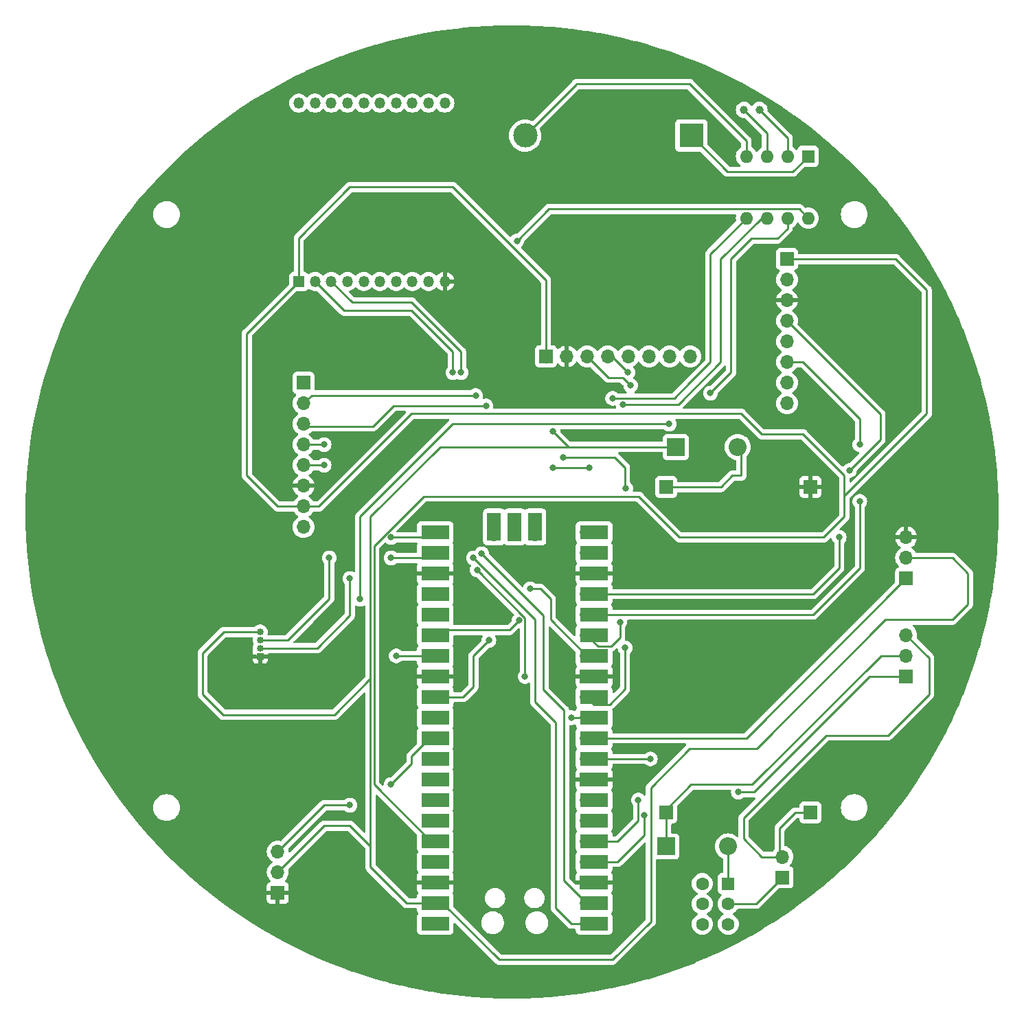
<source format=gbr>
%TF.GenerationSoftware,KiCad,Pcbnew,7.0.9*%
%TF.CreationDate,2023-11-23T17:00:44+01:00*%
%TF.ProjectId,astrasat1,61737472-6173-4617-9431-2e6b69636164,v1*%
%TF.SameCoordinates,Original*%
%TF.FileFunction,Copper,L1,Top*%
%TF.FilePolarity,Positive*%
%FSLAX46Y46*%
G04 Gerber Fmt 4.6, Leading zero omitted, Abs format (unit mm)*
G04 Created by KiCad (PCBNEW 7.0.9) date 2023-11-23 17:00:44*
%MOMM*%
%LPD*%
G01*
G04 APERTURE LIST*
%TA.AperFunction,ComponentPad*%
%ADD10R,1.700000X1.700000*%
%TD*%
%TA.AperFunction,ComponentPad*%
%ADD11O,1.700000X1.700000*%
%TD*%
%TA.AperFunction,ComponentPad*%
%ADD12R,0.850000X0.850000*%
%TD*%
%TA.AperFunction,ComponentPad*%
%ADD13O,0.850000X0.850000*%
%TD*%
%TA.AperFunction,ComponentPad*%
%ADD14R,2.200000X2.200000*%
%TD*%
%TA.AperFunction,ComponentPad*%
%ADD15O,2.200000X2.200000*%
%TD*%
%TA.AperFunction,SMDPad,CuDef*%
%ADD16R,3.500000X1.700000*%
%TD*%
%TA.AperFunction,SMDPad,CuDef*%
%ADD17R,1.700000X3.500000*%
%TD*%
%TA.AperFunction,ComponentPad*%
%ADD18R,3.000000X3.000000*%
%TD*%
%TA.AperFunction,ComponentPad*%
%ADD19C,3.000000*%
%TD*%
%TA.AperFunction,ComponentPad*%
%ADD20R,1.600000X1.600000*%
%TD*%
%TA.AperFunction,ComponentPad*%
%ADD21O,1.600000X1.600000*%
%TD*%
%TA.AperFunction,ComponentPad*%
%ADD22R,1.350000X1.350000*%
%TD*%
%TA.AperFunction,ComponentPad*%
%ADD23O,1.350000X1.350000*%
%TD*%
%TA.AperFunction,ComponentPad*%
%ADD24C,1.000000*%
%TD*%
%TA.AperFunction,ComponentPad*%
%ADD25C,1.600000*%
%TD*%
%TA.AperFunction,ViaPad*%
%ADD26C,0.800000*%
%TD*%
%TA.AperFunction,Conductor*%
%ADD27C,0.250000*%
%TD*%
G04 APERTURE END LIST*
D10*
%TO.P,U2,1,GND*%
%TO.N,GND1*%
X122925000Y-141315000D03*
D11*
%TO.P,U2,2,+5V*%
%TO.N,VSYS*%
X122925000Y-138775000D03*
%TO.P,U2,3,A*%
%TO.N,/GPIO26*%
X122925000Y-136235000D03*
%TD*%
D10*
%TO.P,U6,1,CD*%
%TO.N,unconnected-(U6-CD-Pad1)*%
X126100000Y-78450000D03*
D11*
%TO.P,U6,2,CS*%
%TO.N,/GPIO9*%
X126100000Y-80990000D03*
%TO.P,U6,3,DI*%
%TO.N,/GPIO11*%
X126100000Y-83530000D03*
%TO.P,U6,4,DO*%
%TO.N,/GPIO8*%
X126100000Y-86070000D03*
%TO.P,U6,5,CLK*%
%TO.N,/GPIO10*%
X126100000Y-88610000D03*
%TO.P,U6,6,GND*%
%TO.N,GND1*%
X126100000Y-91150000D03*
%TO.P,U6,7,3V*%
%TO.N,3V3*%
X126100000Y-93690000D03*
%TO.P,U6,8,5V*%
%TO.N,unconnected-(U6-5V-Pad8)*%
X126100000Y-96230000D03*
%TD*%
D12*
%TO.P,U1,1,GND*%
%TO.N,GND1*%
X120755000Y-112158000D03*
D13*
%TO.P,U1,2,TX*%
%TO.N,/GPIO17*%
X120755000Y-111158000D03*
%TO.P,U1,3,RX*%
%TO.N,/GPIO16*%
X120755000Y-110158000D03*
%TO.P,U1,4,VCC*%
%TO.N,VSYS*%
X120755000Y-109158000D03*
%TD*%
D10*
%TO.P,MainBT1,1,+*%
%TO.N,Net-(MainBT1-+)*%
X185155000Y-139415000D03*
D11*
%TO.P,MainBT1,2,-*%
%TO.N,GND2*%
X185155000Y-136875000D03*
%TD*%
D14*
%TO.P,D2,1,K*%
%TO.N,Net-(BigM1-+)*%
X170815000Y-135600000D03*
D15*
%TO.P,D2,2,A*%
%TO.N,Net-(D2-A)*%
X178435000Y-135600000D03*
%TD*%
D10*
%TO.P,U9,1,IN+*%
%TO.N,Net-(BigM1-+)*%
X170815000Y-131426000D03*
%TO.P,U9,2,IN-*%
%TO.N,GND2*%
X188595000Y-131426000D03*
%TO.P,U9,3,OUT-*%
%TO.N,GND1*%
X188595000Y-91294000D03*
%TO.P,U9,4,OUT+*%
%TO.N,Net-(D1-A)*%
X170815000Y-91294000D03*
%TD*%
D11*
%TO.P,U5,1,GPIO0*%
%TO.N,/GPIO0*%
X161025000Y-145125000D03*
D16*
X161925000Y-145125000D03*
D11*
%TO.P,U5,2,GPIO1*%
%TO.N,/GPIO1*%
X161025000Y-142585000D03*
D16*
X161925000Y-142585000D03*
D10*
%TO.P,U5,3,GND*%
%TO.N,GND1*%
X161025000Y-140045000D03*
D16*
X161925000Y-140045000D03*
D11*
%TO.P,U5,4,GPIO2*%
%TO.N,/GPIO2*%
X161025000Y-137505000D03*
D16*
X161925000Y-137505000D03*
D11*
%TO.P,U5,5,GPIO3*%
%TO.N,/GPIO3*%
X161025000Y-134965000D03*
D16*
X161925000Y-134965000D03*
D11*
%TO.P,U5,6,GPIO4*%
%TO.N,unconnected-(U5-GPIO4-Pad6)*%
X161025000Y-132425000D03*
D16*
X161925000Y-132425000D03*
D11*
%TO.P,U5,7,GPIO5*%
%TO.N,unconnected-(U5-GPIO5-Pad7)*%
X161025000Y-129885000D03*
D16*
X161925000Y-129885000D03*
D10*
%TO.P,U5,8,GND*%
%TO.N,GND1*%
X161025000Y-127345000D03*
D16*
X161925000Y-127345000D03*
D11*
%TO.P,U5,9,GPIO6*%
%TO.N,/GPIO6*%
X161025000Y-124805000D03*
D16*
X161925000Y-124805000D03*
D11*
%TO.P,U5,10,GPIO7*%
%TO.N,/GPIO7*%
X161025000Y-122265000D03*
D16*
X161925000Y-122265000D03*
D11*
%TO.P,U5,11,GPIO8*%
%TO.N,/GPIO8*%
X161025000Y-119725000D03*
D16*
X161925000Y-119725000D03*
D11*
%TO.P,U5,12,GPIO9*%
%TO.N,/GPIO9*%
X161025000Y-117185000D03*
D16*
X161925000Y-117185000D03*
D10*
%TO.P,U5,13,GND*%
%TO.N,GND1*%
X161025000Y-114645000D03*
D16*
X161925000Y-114645000D03*
D11*
%TO.P,U5,14,GPIO10*%
%TO.N,/GPIO10*%
X161025000Y-112105000D03*
D16*
X161925000Y-112105000D03*
D11*
%TO.P,U5,15,GPIO11*%
%TO.N,/GPIO11*%
X161025000Y-109565000D03*
D16*
X161925000Y-109565000D03*
D11*
%TO.P,U5,16,GPIO12*%
%TO.N,/GPIO12*%
X161025000Y-107025000D03*
D16*
X161925000Y-107025000D03*
D11*
%TO.P,U5,17,GPIO13*%
%TO.N,/GPIO13*%
X161025000Y-104485000D03*
D16*
X161925000Y-104485000D03*
D10*
%TO.P,U5,18,GND*%
%TO.N,GND1*%
X161025000Y-101945000D03*
D16*
X161925000Y-101945000D03*
D11*
%TO.P,U5,19,GPIO14*%
%TO.N,unconnected-(U5-GPIO14-Pad19)*%
X161025000Y-99405000D03*
D16*
X161925000Y-99405000D03*
D11*
%TO.P,U5,20,GPIO15*%
%TO.N,unconnected-(U5-GPIO15-Pad20)*%
X161025000Y-96865000D03*
D16*
X161925000Y-96865000D03*
D11*
%TO.P,U5,21,GPIO16*%
%TO.N,/GPIO16*%
X143245000Y-96865000D03*
D16*
X142345000Y-96865000D03*
D11*
%TO.P,U5,22,GPIO17*%
%TO.N,/GPIO17*%
X143245000Y-99405000D03*
D16*
X142345000Y-99405000D03*
D10*
%TO.P,U5,23,GND*%
%TO.N,GND1*%
X143245000Y-101945000D03*
D16*
X142345000Y-101945000D03*
D11*
%TO.P,U5,24,GPIO18*%
%TO.N,unconnected-(U5-GPIO18-Pad24)*%
X143245000Y-104485000D03*
D16*
X142345000Y-104485000D03*
D11*
%TO.P,U5,25,GPIO19*%
%TO.N,unconnected-(U5-GPIO19-Pad25)*%
X143245000Y-107025000D03*
D16*
X142345000Y-107025000D03*
D11*
%TO.P,U5,26,GPIO20*%
%TO.N,/GPIO20*%
X143245000Y-109565000D03*
D16*
X142345000Y-109565000D03*
D11*
%TO.P,U5,27,GPIO21*%
%TO.N,/GPIO21*%
X143245000Y-112105000D03*
D16*
X142345000Y-112105000D03*
D10*
%TO.P,U5,28,GND*%
%TO.N,GND1*%
X143245000Y-114645000D03*
D16*
X142345000Y-114645000D03*
D11*
%TO.P,U5,29,GPIO22*%
%TO.N,/GPIO22*%
X143245000Y-117185000D03*
D16*
X142345000Y-117185000D03*
D11*
%TO.P,U5,30,RUN*%
%TO.N,unconnected-(U5-RUN-Pad30)*%
X143245000Y-119725000D03*
D16*
X142345000Y-119725000D03*
D11*
%TO.P,U5,31,GPIO26_ADC0*%
%TO.N,/GPIO26*%
X143245000Y-122265000D03*
D16*
X142345000Y-122265000D03*
D11*
%TO.P,U5,32,GPIO27_ADC1*%
%TO.N,unconnected-(U5-GPIO27_ADC1-Pad32)*%
X143245000Y-124805000D03*
D16*
X142345000Y-124805000D03*
D10*
%TO.P,U5,33,AGND*%
%TO.N,unconnected-(U5-AGND-Pad33)*%
X143245000Y-127345000D03*
D16*
X142345000Y-127345000D03*
D11*
%TO.P,U5,34,GPIO28_ADC2*%
%TO.N,unconnected-(U5-GPIO28_ADC2-Pad34)*%
X143245000Y-129885000D03*
D16*
X142345000Y-129885000D03*
D11*
%TO.P,U5,35,ADC_VREF*%
%TO.N,unconnected-(U5-ADC_VREF-Pad35)*%
X143245000Y-132425000D03*
D16*
X142345000Y-132425000D03*
D11*
%TO.P,U5,36,3V3*%
%TO.N,3V3*%
X143245000Y-134965000D03*
D16*
X142345000Y-134965000D03*
D11*
%TO.P,U5,37,3V3_EN*%
%TO.N,unconnected-(U5-3V3_EN-Pad37)*%
X143245000Y-137505000D03*
D16*
X142345000Y-137505000D03*
D10*
%TO.P,U5,38,GND*%
%TO.N,GND1*%
X143245000Y-140045000D03*
D16*
X142345000Y-140045000D03*
D11*
%TO.P,U5,39,VSYS*%
%TO.N,VSYS*%
X143245000Y-142585000D03*
D16*
X142345000Y-142585000D03*
D11*
%TO.P,U5,40,VBUS*%
%TO.N,unconnected-(U5-VBUS-Pad40)*%
X143245000Y-145125000D03*
D16*
X142345000Y-145125000D03*
D11*
%TO.P,U5,41,SWCLK*%
%TO.N,unconnected-(U5-SWCLK-Pad41)*%
X154675000Y-97095000D03*
D17*
X154675000Y-96195000D03*
D10*
%TO.P,U5,42,GND*%
%TO.N,unconnected-(U5-GND-Pad42)*%
X152135000Y-97095000D03*
D17*
X152135000Y-96195000D03*
D11*
%TO.P,U5,43,SWDIO*%
%TO.N,unconnected-(U5-SWDIO-Pad43)*%
X149595000Y-97095000D03*
D17*
X149595000Y-96195000D03*
%TD*%
D18*
%TO.P,CellBT1,1,+*%
%TO.N,Net-(CellBT1-+)*%
X173910000Y-47970001D03*
D19*
%TO.P,CellBT1,2,-*%
%TO.N,Net-(CellBT1--)*%
X153420000Y-47970001D03*
%TD*%
D20*
%TO.P,U3,1,VCC2*%
%TO.N,Net-(CellBT1-+)*%
X188320000Y-50520000D03*
D21*
%TO.P,U3,2,X1*%
%TO.N,Net-(U3-X1)*%
X185780000Y-50520000D03*
%TO.P,U3,3,X2*%
%TO.N,Net-(U3-X2)*%
X183240000Y-50520000D03*
%TO.P,U3,4,GND*%
%TO.N,Net-(CellBT1--)*%
X180700000Y-50520000D03*
%TO.P,U3,5,CE*%
%TO.N,/GPIO22*%
X180700000Y-58140000D03*
%TO.P,U3,6,I/O*%
%TO.N,/GPIO20*%
X183240000Y-58140000D03*
%TO.P,U3,7,SCLK*%
%TO.N,/GPIO21*%
X185780000Y-58140000D03*
%TO.P,U3,8,VCC1*%
%TO.N,VSYS*%
X188320000Y-58140000D03*
%TD*%
D10*
%TO.P,BigM1,1,PWM*%
%TO.N,/GPIO6*%
X200395000Y-114630000D03*
D11*
%TO.P,BigM1,2,+*%
%TO.N,Net-(BigM1-+)*%
X200395000Y-112090000D03*
%TO.P,BigM1,3,-*%
%TO.N,GND2*%
X200395000Y-109550000D03*
%TD*%
D22*
%TO.P,U4,1,VCC*%
%TO.N,3V3*%
X125520000Y-65955000D03*
D23*
%TO.P,U4,2,DOUT*%
%TO.N,/GPIO0*%
X127520000Y-65955000D03*
%TO.P,U4,3,DIN/~{CON}*%
%TO.N,/GPIO1*%
X129520000Y-65955000D03*
%TO.P,U4,4,DI012*%
%TO.N,unconnected-(U4-DI012-Pad4)*%
X131520000Y-65955000D03*
%TO.P,U4,5,~{RESET}*%
%TO.N,unconnected-(U4-~{RESET}-Pad5)*%
X133520000Y-65955000D03*
%TO.P,U4,6,DIO10*%
%TO.N,unconnected-(U4-DIO10-Pad6)*%
X135520000Y-65955000D03*
%TO.P,U4,7,DIO11*%
%TO.N,unconnected-(U4-DIO11-Pad7)*%
X137520000Y-65955000D03*
%TO.P,U4,8,RESERV*%
%TO.N,unconnected-(U4-RESERV-Pad8)*%
X139520000Y-65955000D03*
%TO.P,U4,9,DIO8*%
%TO.N,unconnected-(U4-DIO8-Pad9)*%
X141520000Y-65955000D03*
%TO.P,U4,10,GND*%
%TO.N,GND1*%
X143520000Y-65955000D03*
%TO.P,U4,11,DIO4*%
%TO.N,unconnected-(U4-DIO4-Pad11)*%
X143520000Y-43955000D03*
%TO.P,U4,12,DIO7*%
%TO.N,unconnected-(U4-DIO7-Pad12)*%
X141520000Y-43955000D03*
%TO.P,U4,13,ON/~{SLP}*%
%TO.N,unconnected-(U4-ON{slash}~{SLP}-Pad13)*%
X139520000Y-43955000D03*
%TO.P,U4,14,VREF*%
%TO.N,unconnected-(U4-VREF-Pad14)*%
X137520000Y-43955000D03*
%TO.P,U4,15,DIO5*%
%TO.N,unconnected-(U4-DIO5-Pad15)*%
X135520000Y-43955000D03*
%TO.P,U4,16,DIO6*%
%TO.N,unconnected-(U4-DIO6-Pad16)*%
X133520000Y-43955000D03*
%TO.P,U4,17,AD3/DIO3*%
%TO.N,unconnected-(U4-AD3{slash}DIO3-Pad17)*%
X131520000Y-43955000D03*
%TO.P,U4,18,AD2/DIO2*%
%TO.N,unconnected-(U4-AD2{slash}DIO2-Pad18)*%
X129520000Y-43955000D03*
%TO.P,U4,19,AD1/DIO1*%
%TO.N,unconnected-(U4-AD1{slash}DIO1-Pad19)*%
X127520000Y-43955000D03*
%TO.P,U4,20,BTN*%
%TO.N,unconnected-(U4-BTN-Pad20)*%
X125520000Y-43955000D03*
%TD*%
D24*
%TO.P,Y1,1,1*%
%TO.N,Net-(U3-X2)*%
X180395000Y-44795000D03*
%TO.P,Y1,2,2*%
%TO.N,Net-(U3-X1)*%
X182295000Y-44795000D03*
%TD*%
D11*
%TO.P,SmallM1,3,-*%
%TO.N,GND1*%
X200395000Y-97485000D03*
%TO.P,SmallM1,2,+*%
%TO.N,VSYS*%
X200395000Y-100025000D03*
D10*
%TO.P,SmallM1,1,PWM*%
%TO.N,/GPIO7*%
X200395000Y-102565000D03*
%TD*%
D20*
%TO.P,SW1,1,A*%
%TO.N,Net-(D2-A)*%
X178460000Y-140177500D03*
D25*
%TO.P,SW1,2,B*%
%TO.N,Net-(MainBT1-+)*%
X178460000Y-142677500D03*
%TO.P,SW1,3,C*%
%TO.N,unconnected-(SW1-C-Pad3)*%
X178460000Y-145177500D03*
%TO.P,SW1,4*%
%TO.N,N/C*%
X175260000Y-140177500D03*
%TO.P,SW1,5*%
X175260000Y-142677500D03*
%TO.P,SW1,6*%
X175260000Y-145177500D03*
%TD*%
D10*
%TO.P,U7,1,Vin*%
%TO.N,3V3*%
X185710000Y-63190000D03*
D11*
%TO.P,U7,2,3Vo*%
%TO.N,unconnected-(U7-3Vo-Pad2)*%
X185710000Y-65730000D03*
%TO.P,U7,3,GND*%
%TO.N,GND1*%
X185710000Y-68270000D03*
%TO.P,U7,4,SCK*%
%TO.N,/GPIO13*%
X185710000Y-70810000D03*
%TO.P,U7,5,SDO*%
%TO.N,unconnected-(U7-SDO-Pad5)*%
X185710000Y-73350000D03*
%TO.P,U7,6,SDI*%
%TO.N,/GPIO12*%
X185710000Y-75890000D03*
%TO.P,U7,7,CS*%
%TO.N,unconnected-(U7-CS-Pad7)*%
X185710000Y-78430000D03*
%TO.P,U7,8,INT*%
%TO.N,unconnected-(U7-INT-Pad8)*%
X185710000Y-80970000D03*
%TD*%
D10*
%TO.P,U8,1,VCC*%
%TO.N,3V3*%
X155985000Y-75175000D03*
D11*
%TO.P,U8,2,GND*%
%TO.N,GND1*%
X158525000Y-75175000D03*
%TO.P,U8,3,SCL*%
%TO.N,/GPIO3*%
X161065000Y-75175000D03*
%TO.P,U8,4,SDA*%
%TO.N,/GPIO2*%
X163605000Y-75175000D03*
%TO.P,U8,5,XDA*%
%TO.N,unconnected-(U8-XDA-Pad5)*%
X166145000Y-75175000D03*
%TO.P,U8,6,XCL*%
%TO.N,unconnected-(U8-XCL-Pad6)*%
X168685000Y-75175000D03*
%TO.P,U8,7,AD0*%
%TO.N,unconnected-(U8-AD0-Pad7)*%
X171225000Y-75175000D03*
%TO.P,U8,8,INT*%
%TO.N,unconnected-(U8-INT-Pad8)*%
X173765000Y-75175000D03*
%TD*%
D14*
%TO.P,D1,1,K*%
%TO.N,VSYS*%
X172005000Y-86360000D03*
D15*
%TO.P,D1,2,A*%
%TO.N,Net-(D1-A)*%
X179625000Y-86360000D03*
%TD*%
D26*
%TO.N,/GPIO22*%
X148960000Y-110200000D03*
X164200000Y-80355000D03*
%TO.N,/GPIO20*%
X165470000Y-81079500D03*
X152680500Y-107732098D03*
%TO.N,/GPIO21*%
X176265000Y-79720000D03*
X171185000Y-83530000D03*
X133085000Y-105120000D03*
X137530000Y-112105000D03*
%TO.N,VSYS*%
X156845000Y-84455000D03*
X152400000Y-60960000D03*
%TO.N,/GPIO0*%
X144515000Y-77180000D03*
X147055000Y-100040000D03*
%TO.N,/GPIO1*%
X148071000Y-99532000D03*
X145531000Y-77180000D03*
%TO.N,/GPIO2*%
X168099500Y-131790000D03*
X166105000Y-77180000D03*
%TO.N,/GPIO3*%
X167375000Y-129885000D03*
X166422500Y-78767500D03*
%TO.N,/GPIO6*%
X179705000Y-128905000D03*
X168859200Y-124815600D03*
%TO.N,/GPIO8*%
X153405000Y-114645000D03*
X159120000Y-119725000D03*
X128640000Y-86070000D03*
X147495201Y-101504799D03*
%TO.N,/GPIO9*%
X165735000Y-111125000D03*
X158115000Y-87630000D03*
X165824500Y-91440000D03*
X147320000Y-80010000D03*
%TO.N,/GPIO10*%
X128640000Y-88610000D03*
X154040000Y-103850000D03*
%TO.N,/GPIO11*%
X148590000Y-81280000D03*
X161290000Y-88900000D03*
X156845000Y-88900000D03*
X165100000Y-107950000D03*
%TO.N,/GPIO12*%
X194680000Y-86070000D03*
X194680000Y-93055000D03*
%TO.N,/GPIO13*%
X193410000Y-89245000D03*
X192140000Y-97500000D03*
%TO.N,/GPIO16*%
X136895000Y-97500000D03*
X129275000Y-100040000D03*
%TO.N,/GPIO17*%
X136895000Y-100040000D03*
X131815000Y-102580000D03*
%TO.N,/GPIO26*%
X131815000Y-130520000D03*
X136895000Y-127980000D03*
%TD*%
D27*
%TO.N,Net-(CellBT1-+)*%
X188320000Y-50520000D02*
X186425000Y-52415000D01*
X178354999Y-52415000D02*
X173910000Y-47970001D01*
X186425000Y-52415000D02*
X178354999Y-52415000D01*
%TO.N,Net-(U3-X1)*%
X185780000Y-48280000D02*
X182295000Y-44795000D01*
X185780000Y-50520000D02*
X185780000Y-48280000D01*
%TO.N,Net-(U3-X2)*%
X183240000Y-50520000D02*
X183240000Y-47640000D01*
X183240000Y-47640000D02*
X180395000Y-44795000D01*
%TO.N,Net-(CellBT1--)*%
X180700000Y-50520000D02*
X180700000Y-48620000D01*
X180700000Y-48620000D02*
X173700000Y-41620000D01*
X173700000Y-41620000D02*
X159755000Y-41620000D01*
X159755000Y-41620000D02*
X159755000Y-41635001D01*
X159755000Y-41635001D02*
X153420000Y-47970001D01*
%TO.N,/GPIO22*%
X180700000Y-58140000D02*
X176265000Y-62575000D01*
X164835000Y-80355000D02*
X164200000Y-80355000D01*
X145785000Y-117185000D02*
X143245000Y-117185000D01*
X147055000Y-115915000D02*
X145785000Y-117185000D01*
X148960000Y-110200000D02*
X147055000Y-112105000D01*
X147055000Y-112105000D02*
X147055000Y-115915000D01*
X176265000Y-62575000D02*
X176265000Y-63210000D01*
X176265000Y-75910000D02*
X173725000Y-78450000D01*
X173725000Y-78450000D02*
X171820000Y-80355000D01*
X171820000Y-80355000D02*
X164835000Y-80355000D01*
X176265000Y-63210000D02*
X176265000Y-75910000D01*
%TO.N,/GPIO20*%
X177535000Y-75910000D02*
X172365000Y-81080000D01*
X143880000Y-108930000D02*
X143245000Y-109565000D01*
X165470500Y-81080000D02*
X165470000Y-81079500D01*
X183240000Y-58140000D02*
X182605000Y-58140000D01*
X177535000Y-63210000D02*
X177535000Y-75910000D01*
X172365000Y-81080000D02*
X165470500Y-81080000D01*
X151482598Y-108930000D02*
X143880000Y-108930000D01*
X182605000Y-58140000D02*
X177535000Y-63210000D01*
X152680500Y-107732098D02*
X151482598Y-108930000D01*
%TO.N,/GPIO21*%
X137530000Y-112105000D02*
X143245000Y-112105000D01*
X178805000Y-77180000D02*
X176265000Y-79720000D01*
X184520000Y-60670000D02*
X181345000Y-60670000D01*
X178805000Y-63210000D02*
X178805000Y-77180000D01*
X185780000Y-58140000D02*
X185780000Y-59410000D01*
X181345000Y-60670000D02*
X178805000Y-63210000D01*
X185780000Y-59410000D02*
X184520000Y-60670000D01*
X144515000Y-83530000D02*
X133085000Y-94960000D01*
X133085000Y-94960000D02*
X133085000Y-103215000D01*
X171185000Y-83530000D02*
X144515000Y-83530000D01*
X133085000Y-103215000D02*
X133085000Y-105120000D01*
%TO.N,VSYS*%
X113665000Y-116840000D02*
X116205000Y-119380000D01*
X181980000Y-123535000D02*
X173725000Y-123535000D01*
X134355000Y-122900000D02*
X134355000Y-125440000D01*
X200395000Y-100025000D02*
X206095000Y-100025000D01*
X208015000Y-105755000D02*
X206110000Y-107660000D01*
X158750000Y-86360000D02*
X142955000Y-86360000D01*
X134355000Y-94960000D02*
X134355000Y-114935000D01*
X164200000Y-149570000D02*
X150230000Y-149570000D01*
X197855000Y-107660000D02*
X181980000Y-123535000D01*
X138800000Y-142585000D02*
X143245000Y-142585000D01*
X134355000Y-125440000D02*
X134355000Y-133060000D01*
X129910000Y-119380000D02*
X134355000Y-114935000D01*
X172005000Y-86360000D02*
X158750000Y-86360000D01*
X131815000Y-133060000D02*
X134355000Y-135600000D01*
X187195000Y-57015000D02*
X156345000Y-57015000D01*
X206095000Y-100025000D02*
X208015000Y-101945000D01*
X208015000Y-101945000D02*
X208015000Y-105755000D01*
X122925000Y-138775000D02*
X128640000Y-133060000D01*
X113665000Y-111760000D02*
X113665000Y-116840000D01*
X116205000Y-119380000D02*
X129910000Y-119380000D01*
X120755000Y-109158000D02*
X116267000Y-109158000D01*
X134355000Y-114935000D02*
X134355000Y-122900000D01*
X156845000Y-84455000D02*
X158750000Y-86360000D01*
X173725000Y-123535000D02*
X168910000Y-128350000D01*
X168910000Y-128350000D02*
X168910000Y-144860000D01*
X134355000Y-135600000D02*
X134355000Y-138140000D01*
X188320000Y-58140000D02*
X187195000Y-57015000D01*
X134355000Y-138140000D02*
X138800000Y-142585000D01*
X134355000Y-133060000D02*
X134355000Y-135600000D01*
X116267000Y-109158000D02*
X113665000Y-111760000D01*
X128640000Y-133060000D02*
X131815000Y-133060000D01*
X142955000Y-86360000D02*
X134355000Y-94960000D01*
X150230000Y-149570000D02*
X143245000Y-142585000D01*
X206110000Y-107660000D02*
X197855000Y-107660000D01*
X168910000Y-144860000D02*
X164200000Y-149570000D01*
X156345000Y-57015000D02*
X152400000Y-60960000D01*
%TO.N,/GPIO0*%
X154675000Y-117820000D02*
X157215000Y-120360000D01*
X127520000Y-65955000D02*
X131125000Y-69560000D01*
X139435000Y-69560000D02*
X144515000Y-74640000D01*
X144515000Y-74640000D02*
X144515000Y-77180000D01*
X157215000Y-143220000D02*
X159120000Y-145125000D01*
X131125000Y-69560000D02*
X139435000Y-69560000D01*
X157215000Y-120360000D02*
X157215000Y-143220000D01*
X147055000Y-100040000D02*
X154675000Y-107660000D01*
X154675000Y-107660000D02*
X154675000Y-117820000D01*
X159120000Y-145125000D02*
X161025000Y-145125000D01*
%TO.N,/GPIO1*%
X158231000Y-139791000D02*
X158231000Y-118836000D01*
X145531000Y-77180000D02*
X145531000Y-74640000D01*
X155691000Y-107152000D02*
X153659000Y-105120000D01*
X132109000Y-68544000D02*
X129520000Y-65955000D01*
X158231000Y-118836000D02*
X155691000Y-116296000D01*
X145531000Y-74640000D02*
X139435000Y-68544000D01*
X139435000Y-68544000D02*
X132109000Y-68544000D01*
X155691000Y-116296000D02*
X155691000Y-107152000D01*
X153659000Y-105120000D02*
X148071000Y-99532000D01*
X161025000Y-142585000D02*
X158231000Y-139791000D01*
%TO.N,/GPIO2*%
X166105000Y-77180000D02*
X164100000Y-75175000D01*
X164835000Y-137505000D02*
X168099500Y-134240500D01*
X161025000Y-137505000D02*
X164835000Y-137505000D01*
X164100000Y-75175000D02*
X163605000Y-75175000D01*
X168099500Y-134240500D02*
X168099500Y-131790000D01*
%TO.N,/GPIO3*%
X167375000Y-129885000D02*
X167375000Y-132425000D01*
X166422500Y-78767500D02*
X165470000Y-77815000D01*
X164835000Y-134965000D02*
X161025000Y-134965000D01*
X165470000Y-77815000D02*
X163705000Y-77815000D01*
X163705000Y-77815000D02*
X161065000Y-75175000D01*
X167375000Y-132425000D02*
X164835000Y-134965000D01*
%TO.N,/GPIO6*%
X168848600Y-124805000D02*
X161025000Y-124805000D01*
X181610000Y-128905000D02*
X179705000Y-128905000D01*
X200395000Y-114630000D02*
X195885000Y-114630000D01*
X195885000Y-114630000D02*
X181610000Y-128905000D01*
X168859200Y-124815600D02*
X168848600Y-124805000D01*
%TO.N,/GPIO7*%
X180710000Y-122265000D02*
X161025000Y-122265000D01*
X200395000Y-102565000D02*
X200395000Y-102580000D01*
X200395000Y-102580000D02*
X180710000Y-122265000D01*
%TO.N,/GPIO8*%
X147495201Y-101504799D02*
X153405000Y-107414598D01*
X153405000Y-107414598D02*
X153405000Y-114645000D01*
X159120000Y-119725000D02*
X161025000Y-119725000D01*
X126100000Y-86070000D02*
X128640000Y-86070000D01*
%TO.N,/GPIO9*%
X165735000Y-111125000D02*
X165735000Y-116205000D01*
X163830000Y-118110000D02*
X161950000Y-118110000D01*
X126100000Y-80990000D02*
X127080000Y-80010000D01*
X158115000Y-87630000D02*
X164465000Y-87630000D01*
X164465000Y-87630000D02*
X165735000Y-88900000D01*
X161950000Y-118110000D02*
X161025000Y-117185000D01*
X165735000Y-116205000D02*
X163830000Y-118110000D01*
X165735000Y-91350500D02*
X165824500Y-91440000D01*
X165735000Y-88900000D02*
X165735000Y-91350500D01*
X127080000Y-80010000D02*
X147320000Y-80010000D01*
%TO.N,/GPIO10*%
X154040000Y-103850000D02*
X155310000Y-103850000D01*
X155310000Y-103850000D02*
X156580000Y-105120000D01*
X156580000Y-105120000D02*
X156580000Y-107660000D01*
X156580000Y-107660000D02*
X161025000Y-112105000D01*
X126100000Y-88610000D02*
X128640000Y-88610000D01*
%TO.N,/GPIO11*%
X137160000Y-81280000D02*
X134620000Y-83820000D01*
X134620000Y-83820000D02*
X126390000Y-83820000D01*
X165100000Y-107950000D02*
X165100000Y-109855000D01*
X162390000Y-110930000D02*
X161025000Y-109565000D01*
X156845000Y-88900000D02*
X161290000Y-88900000D01*
X126390000Y-83820000D02*
X126100000Y-83530000D01*
X148590000Y-81280000D02*
X137160000Y-81280000D01*
X164025000Y-110930000D02*
X162390000Y-110930000D01*
X165100000Y-109855000D02*
X164025000Y-110930000D01*
%TO.N,/GPIO12*%
X185710000Y-75890000D02*
X187675000Y-75890000D01*
X188965000Y-107025000D02*
X161025000Y-107025000D01*
X194680000Y-82895000D02*
X194680000Y-86070000D01*
X194680000Y-101310000D02*
X188965000Y-107025000D01*
X187675000Y-75890000D02*
X194680000Y-82895000D01*
X194680000Y-93055000D02*
X194680000Y-101310000D01*
%TO.N,/GPIO13*%
X192140000Y-101310000D02*
X188965000Y-104485000D01*
X192140000Y-97500000D02*
X192140000Y-101310000D01*
X197220000Y-85435000D02*
X193410000Y-89245000D01*
X188965000Y-104485000D02*
X161025000Y-104485000D01*
X197220000Y-84800000D02*
X197220000Y-85435000D01*
X185710000Y-70810000D02*
X197220000Y-82320000D01*
X197220000Y-82320000D02*
X197220000Y-84800000D01*
%TO.N,/GPIO16*%
X129275000Y-105040000D02*
X124157000Y-110158000D01*
X129275000Y-105040000D02*
X129275000Y-100040000D01*
X142610000Y-97500000D02*
X143245000Y-96865000D01*
X120755000Y-110158000D02*
X124157000Y-110158000D01*
X136895000Y-97500000D02*
X142610000Y-97500000D01*
%TO.N,/GPIO17*%
X120755000Y-111158000D02*
X127786040Y-111158000D01*
X131815000Y-107129040D02*
X127786040Y-111158000D01*
X131815000Y-107129040D02*
X131815000Y-102580000D01*
X136895000Y-100040000D02*
X142610000Y-100040000D01*
X142610000Y-100040000D02*
X143245000Y-99405000D01*
%TO.N,/GPIO26*%
X128640000Y-130520000D02*
X131815000Y-130520000D01*
X139435000Y-125440000D02*
X139435000Y-124465000D01*
X139435000Y-124465000D02*
X141635000Y-122265000D01*
X141635000Y-122265000D02*
X143245000Y-122265000D01*
X122925000Y-136235000D02*
X128640000Y-130520000D01*
X136895000Y-127980000D02*
X139435000Y-125440000D01*
%TO.N,3V3*%
X131815000Y-54320000D02*
X125520000Y-60615000D01*
X180075000Y-82260000D02*
X162295000Y-82260000D01*
X125520000Y-65955000D02*
X119115000Y-72360000D01*
X128005000Y-93690000D02*
X126100000Y-93690000D01*
X199105000Y-63190000D02*
X202935000Y-67020000D01*
X143245000Y-134965000D02*
X141790000Y-134965000D01*
X125520000Y-60615000D02*
X125520000Y-65955000D01*
X187695000Y-84800000D02*
X182615000Y-84800000D01*
X155985000Y-75175000D02*
X155985000Y-75950000D01*
X134805000Y-98564695D02*
X140900695Y-92469000D01*
X202935000Y-82260000D02*
X192775000Y-92420000D01*
X134805000Y-127980000D02*
X134805000Y-98564695D01*
X155985000Y-75175000D02*
X155985000Y-65790000D01*
X119115000Y-89880000D02*
X122925000Y-93690000D01*
X122925000Y-93690000D02*
X126100000Y-93690000D01*
X182615000Y-84800000D02*
X180075000Y-82260000D01*
X192775000Y-89880000D02*
X187695000Y-84800000D01*
X185710000Y-63190000D02*
X199105000Y-63190000D01*
X140900695Y-92469000D02*
X167424000Y-92469000D01*
X141790000Y-134965000D02*
X134805000Y-127980000D01*
X139435000Y-82260000D02*
X128005000Y-93690000D01*
X155985000Y-65790000D02*
X144515000Y-54320000D01*
X119115000Y-72360000D02*
X119115000Y-89880000D01*
X190235000Y-97500000D02*
X192775000Y-94960000D01*
X144515000Y-54320000D02*
X131815000Y-54320000D01*
X172455000Y-97500000D02*
X190235000Y-97500000D01*
X192775000Y-92420000D02*
X192775000Y-89880000D01*
X192775000Y-94960000D02*
X192775000Y-92420000D01*
X202935000Y-67020000D02*
X202935000Y-82260000D01*
X167424000Y-92469000D02*
X172455000Y-97500000D01*
X162295000Y-82260000D02*
X139435000Y-82260000D01*
%TO.N,Net-(D1-A)*%
X177551000Y-91294000D02*
X178965000Y-89880000D01*
X180075000Y-86810000D02*
X179625000Y-86360000D01*
X178965000Y-89880000D02*
X180075000Y-89880000D01*
X180075000Y-89880000D02*
X180075000Y-86810000D01*
X170815000Y-91294000D02*
X177551000Y-91294000D01*
%TO.N,Net-(BigM1-+)*%
X181425000Y-127980000D02*
X173885000Y-127980000D01*
X170815000Y-135600000D02*
X170815000Y-131426000D01*
X197315000Y-112090000D02*
X181425000Y-127980000D01*
X200395000Y-112090000D02*
X197315000Y-112090000D01*
X173885000Y-127980000D02*
X170815000Y-131050000D01*
X170815000Y-131050000D02*
X170815000Y-131426000D01*
%TO.N,Net-(D2-A)*%
X178460000Y-140177500D02*
X178460000Y-135625000D01*
X178460000Y-135625000D02*
X178435000Y-135600000D01*
%TO.N,GND2*%
X203200000Y-116840000D02*
X203200000Y-112355000D01*
X198120000Y-121920000D02*
X203200000Y-116840000D01*
X190500000Y-121920000D02*
X198120000Y-121920000D01*
X203200000Y-112355000D02*
X200395000Y-109550000D01*
X180340000Y-132080000D02*
X190500000Y-121920000D01*
X184785000Y-136505000D02*
X184785000Y-133350000D01*
X180340000Y-134620000D02*
X180340000Y-132080000D01*
X184785000Y-133350000D02*
X186709000Y-131426000D01*
X186709000Y-131426000D02*
X188595000Y-131426000D01*
X185155000Y-136875000D02*
X182595000Y-136875000D01*
X185155000Y-136875000D02*
X184870000Y-137160000D01*
X185155000Y-136875000D02*
X184785000Y-136505000D01*
X182595000Y-136875000D02*
X180340000Y-134620000D01*
%TO.N,Net-(MainBT1-+)*%
X181892500Y-142677500D02*
X185155000Y-139415000D01*
X181892500Y-142677500D02*
X178460000Y-142677500D01*
%TD*%
%TA.AperFunction,Conductor*%
%TO.N,GND1*%
G36*
X152698834Y-108700868D02*
G01*
X152754767Y-108742740D01*
X152779184Y-108808204D01*
X152779500Y-108817050D01*
X152779500Y-113946312D01*
X152759815Y-114013351D01*
X152747650Y-114029284D01*
X152672466Y-114112784D01*
X152577821Y-114276715D01*
X152577818Y-114276722D01*
X152519327Y-114456740D01*
X152519326Y-114456744D01*
X152499540Y-114645000D01*
X152519326Y-114833256D01*
X152519327Y-114833259D01*
X152577818Y-115013277D01*
X152577821Y-115013284D01*
X152672467Y-115177216D01*
X152760500Y-115274986D01*
X152799129Y-115317888D01*
X152952265Y-115429148D01*
X152952270Y-115429151D01*
X153125192Y-115506142D01*
X153125197Y-115506144D01*
X153310354Y-115545500D01*
X153310355Y-115545500D01*
X153499644Y-115545500D01*
X153499646Y-115545500D01*
X153684803Y-115506144D01*
X153857730Y-115429151D01*
X153857733Y-115429148D01*
X153863363Y-115425899D01*
X153864904Y-115428569D01*
X153917948Y-115409415D01*
X153986062Y-115424980D01*
X154034948Y-115474900D01*
X154049500Y-115533185D01*
X154049500Y-117737255D01*
X154047775Y-117752872D01*
X154048061Y-117752899D01*
X154047326Y-117760665D01*
X154049500Y-117829814D01*
X154049500Y-117859343D01*
X154049501Y-117859360D01*
X154050368Y-117866231D01*
X154050826Y-117872050D01*
X154052290Y-117918624D01*
X154052291Y-117918627D01*
X154057880Y-117937867D01*
X154061824Y-117956911D01*
X154064336Y-117976791D01*
X154081490Y-118020119D01*
X154083382Y-118025647D01*
X154096382Y-118070390D01*
X154103762Y-118082870D01*
X154106580Y-118087634D01*
X154115138Y-118105103D01*
X154122514Y-118123732D01*
X154149898Y-118161423D01*
X154153106Y-118166307D01*
X154176827Y-118206416D01*
X154176833Y-118206424D01*
X154190990Y-118220580D01*
X154203627Y-118235375D01*
X154215406Y-118251587D01*
X154246524Y-118277330D01*
X154251309Y-118281288D01*
X154255620Y-118285210D01*
X155536957Y-119566547D01*
X156553181Y-120582771D01*
X156586666Y-120644094D01*
X156589500Y-120670452D01*
X156589500Y-143137255D01*
X156587775Y-143152872D01*
X156588061Y-143152899D01*
X156587326Y-143160665D01*
X156589500Y-143229814D01*
X156589500Y-143259343D01*
X156589501Y-143259360D01*
X156590368Y-143266231D01*
X156590826Y-143272050D01*
X156592290Y-143318624D01*
X156592291Y-143318627D01*
X156597880Y-143337867D01*
X156601824Y-143356911D01*
X156604336Y-143376791D01*
X156621490Y-143420119D01*
X156623382Y-143425647D01*
X156636382Y-143470390D01*
X156643762Y-143482870D01*
X156646580Y-143487634D01*
X156655136Y-143505100D01*
X156659706Y-143516641D01*
X156662514Y-143523732D01*
X156689898Y-143561423D01*
X156693106Y-143566307D01*
X156716827Y-143606416D01*
X156716833Y-143606424D01*
X156730990Y-143620580D01*
X156743627Y-143635375D01*
X156755406Y-143651587D01*
X156786524Y-143677330D01*
X156791309Y-143681288D01*
X156795620Y-143685210D01*
X158164689Y-145054280D01*
X158619197Y-145508788D01*
X158629022Y-145521051D01*
X158629243Y-145520869D01*
X158634214Y-145526878D01*
X158645530Y-145537504D01*
X158684635Y-145574226D01*
X158705529Y-145595120D01*
X158711011Y-145599373D01*
X158715443Y-145603157D01*
X158749418Y-145635062D01*
X158766976Y-145644714D01*
X158783233Y-145655393D01*
X158799064Y-145667673D01*
X158818737Y-145676186D01*
X158841833Y-145686182D01*
X158847077Y-145688750D01*
X158887908Y-145711197D01*
X158900523Y-145714435D01*
X158907305Y-145716177D01*
X158925719Y-145722481D01*
X158944104Y-145730438D01*
X158990157Y-145737732D01*
X158995826Y-145738906D01*
X159040981Y-145750500D01*
X159061016Y-145750500D01*
X159080413Y-145752026D01*
X159100196Y-145755160D01*
X159146584Y-145750775D01*
X159152422Y-145750500D01*
X159550501Y-145750500D01*
X159617540Y-145770185D01*
X159663295Y-145822989D01*
X159674501Y-145874500D01*
X159674501Y-146022876D01*
X159680908Y-146082483D01*
X159731202Y-146217328D01*
X159731206Y-146217335D01*
X159817452Y-146332544D01*
X159817455Y-146332547D01*
X159932664Y-146418793D01*
X159932671Y-146418797D01*
X160067517Y-146469091D01*
X160067516Y-146469091D01*
X160074444Y-146469835D01*
X160127127Y-146475500D01*
X160963322Y-146475499D01*
X160968727Y-146475734D01*
X161025000Y-146480659D01*
X161081272Y-146475734D01*
X161086678Y-146475499D01*
X163722871Y-146475499D01*
X163722872Y-146475499D01*
X163782483Y-146469091D01*
X163917331Y-146418796D01*
X164032546Y-146332546D01*
X164118796Y-146217331D01*
X164169091Y-146082483D01*
X164175500Y-146022873D01*
X164175499Y-144227128D01*
X164169091Y-144167517D01*
X164163190Y-144151696D01*
X164118797Y-144032671D01*
X164118795Y-144032668D01*
X164105991Y-144015564D01*
X164041421Y-143929309D01*
X164017004Y-143863848D01*
X164031855Y-143795575D01*
X164041416Y-143780696D01*
X164118796Y-143677331D01*
X164169091Y-143542483D01*
X164175500Y-143482873D01*
X164175499Y-141687128D01*
X164169091Y-141627517D01*
X164166251Y-141619903D01*
X164118797Y-141492671D01*
X164118795Y-141492668D01*
X164041109Y-141388893D01*
X164016692Y-141323430D01*
X164031543Y-141255157D01*
X164041110Y-141240271D01*
X164118352Y-141137089D01*
X164118354Y-141137086D01*
X164168596Y-141002379D01*
X164168598Y-141002372D01*
X164174999Y-140942844D01*
X164175000Y-140942827D01*
X164175000Y-140295000D01*
X161470572Y-140295000D01*
X161493682Y-140259040D01*
X161535000Y-140118327D01*
X161535000Y-139971673D01*
X161493682Y-139830960D01*
X161470572Y-139795000D01*
X164175000Y-139795000D01*
X164175000Y-139147172D01*
X164174999Y-139147155D01*
X164168598Y-139087627D01*
X164168596Y-139087620D01*
X164118354Y-138952913D01*
X164118352Y-138952910D01*
X164041110Y-138849729D01*
X164016692Y-138784265D01*
X164031543Y-138715992D01*
X164041105Y-138701111D01*
X164118796Y-138597331D01*
X164169091Y-138462483D01*
X164175500Y-138402873D01*
X164175500Y-138254500D01*
X164195185Y-138187461D01*
X164247989Y-138141706D01*
X164299500Y-138130500D01*
X164752257Y-138130500D01*
X164767877Y-138132224D01*
X164767904Y-138131939D01*
X164775660Y-138132671D01*
X164775667Y-138132673D01*
X164844814Y-138130500D01*
X164874350Y-138130500D01*
X164881228Y-138129630D01*
X164887041Y-138129172D01*
X164933627Y-138127709D01*
X164952869Y-138122117D01*
X164971912Y-138118174D01*
X164991792Y-138115664D01*
X165035122Y-138098507D01*
X165040646Y-138096617D01*
X165044396Y-138095527D01*
X165085390Y-138083618D01*
X165102629Y-138073422D01*
X165120103Y-138064862D01*
X165138727Y-138057488D01*
X165138727Y-138057487D01*
X165138732Y-138057486D01*
X165176449Y-138030082D01*
X165181305Y-138026892D01*
X165221420Y-138003170D01*
X165235586Y-137989003D01*
X165250381Y-137976368D01*
X165253619Y-137974014D01*
X165266587Y-137964594D01*
X165296302Y-137928674D01*
X165300202Y-137924387D01*
X168072819Y-135151771D01*
X168134142Y-135118286D01*
X168203834Y-135123270D01*
X168259767Y-135165142D01*
X168284184Y-135230606D01*
X168284500Y-135239452D01*
X168284500Y-144549547D01*
X168264815Y-144616586D01*
X168248181Y-144637228D01*
X163977228Y-148908181D01*
X163915905Y-148941666D01*
X163889547Y-148944500D01*
X150540452Y-148944500D01*
X150473413Y-148924815D01*
X150452771Y-148908181D01*
X146539591Y-144995000D01*
X148004700Y-144995000D01*
X148009642Y-145054653D01*
X148011955Y-145082567D01*
X148015819Y-145173523D01*
X148015820Y-145173534D01*
X148020939Y-145197284D01*
X148022120Y-145205233D01*
X148023865Y-145226301D01*
X148023865Y-145226304D01*
X148023866Y-145226305D01*
X148046205Y-145314520D01*
X148054016Y-145350764D01*
X148066046Y-145406582D01*
X148073883Y-145426084D01*
X148076458Y-145433987D01*
X148080844Y-145451303D01*
X148118655Y-145537504D01*
X148154934Y-145627787D01*
X148154935Y-145627788D01*
X148164232Y-145642888D01*
X148168218Y-145650495D01*
X148174076Y-145663850D01*
X148227275Y-145745277D01*
X148279930Y-145830794D01*
X148286543Y-145838308D01*
X148297263Y-145852402D01*
X148299738Y-145856189D01*
X148301021Y-145858153D01*
X148369027Y-145932028D01*
X148437436Y-146009755D01*
X148442564Y-146013895D01*
X148455882Y-146026377D01*
X148458216Y-146028913D01*
X148539933Y-146092515D01*
X148622920Y-146159523D01*
X148622922Y-146159524D01*
X148625678Y-146161064D01*
X148641360Y-146171460D01*
X148641367Y-146171465D01*
X148641371Y-146171467D01*
X148641374Y-146171470D01*
X148726113Y-146217328D01*
X148735162Y-146222225D01*
X148831046Y-146275790D01*
X148833849Y-146277058D01*
X148840695Y-146280097D01*
X148840794Y-146279873D01*
X148845490Y-146281932D01*
X148845497Y-146281936D01*
X148949276Y-146317563D01*
X149055829Y-146355211D01*
X149056398Y-146355308D01*
X149061129Y-146356312D01*
X149065007Y-146357294D01*
X149065019Y-146357298D01*
X149176324Y-146375871D01*
X149290791Y-146395499D01*
X149290800Y-146395500D01*
X149526044Y-146395500D01*
X149526049Y-146395500D01*
X149559073Y-146389988D01*
X149582469Y-146386085D01*
X149587407Y-146385463D01*
X149647541Y-146380346D01*
X149699615Y-146366786D01*
X149705017Y-146365634D01*
X149754981Y-146357298D01*
X149812186Y-146337658D01*
X149816663Y-146336309D01*
X149878249Y-146320275D01*
X149884249Y-146317563D01*
X149905255Y-146308067D01*
X149924297Y-146299459D01*
X149929681Y-146297322D01*
X149974503Y-146281936D01*
X150030554Y-146251601D01*
X150034527Y-146249632D01*
X150043156Y-146245730D01*
X150095486Y-146222077D01*
X150134647Y-146195608D01*
X150139820Y-146192469D01*
X150178626Y-146171470D01*
X150231532Y-146130290D01*
X150234850Y-146127881D01*
X150293003Y-146088579D01*
X150324770Y-146058131D01*
X150329548Y-146054002D01*
X150361784Y-146028913D01*
X150364109Y-146026388D01*
X150379420Y-146009755D01*
X150409389Y-145977198D01*
X150412101Y-145974432D01*
X150465118Y-145923621D01*
X150489329Y-145890883D01*
X150493540Y-145885785D01*
X150518979Y-145858153D01*
X150559206Y-145796578D01*
X150561241Y-145793652D01*
X150606879Y-145731947D01*
X150623733Y-145698517D01*
X150627170Y-145692552D01*
X150645924Y-145663849D01*
X150676805Y-145593445D01*
X150678174Y-145590538D01*
X150714207Y-145519074D01*
X150724208Y-145486413D01*
X150726701Y-145479694D01*
X150739157Y-145451300D01*
X150758827Y-145373621D01*
X150759635Y-145370732D01*
X150784016Y-145291123D01*
X150787936Y-145260508D01*
X150789330Y-145253170D01*
X150796134Y-145226305D01*
X150803132Y-145141845D01*
X150814298Y-145054654D01*
X150813126Y-145027079D01*
X150813281Y-145019355D01*
X150815300Y-144995000D01*
X153454700Y-144995000D01*
X153459642Y-145054653D01*
X153461955Y-145082567D01*
X153465819Y-145173523D01*
X153465820Y-145173534D01*
X153470939Y-145197284D01*
X153472120Y-145205233D01*
X153473865Y-145226301D01*
X153473865Y-145226304D01*
X153473866Y-145226305D01*
X153496205Y-145314520D01*
X153504016Y-145350764D01*
X153516046Y-145406582D01*
X153523883Y-145426084D01*
X153526458Y-145433987D01*
X153530844Y-145451303D01*
X153568655Y-145537504D01*
X153604934Y-145627787D01*
X153604935Y-145627788D01*
X153614232Y-145642888D01*
X153618218Y-145650495D01*
X153624076Y-145663850D01*
X153677275Y-145745277D01*
X153729930Y-145830794D01*
X153736543Y-145838308D01*
X153747263Y-145852402D01*
X153749738Y-145856189D01*
X153751021Y-145858153D01*
X153819027Y-145932028D01*
X153887436Y-146009755D01*
X153892564Y-146013895D01*
X153905882Y-146026377D01*
X153908216Y-146028913D01*
X153989933Y-146092515D01*
X154072920Y-146159523D01*
X154072922Y-146159524D01*
X154075678Y-146161064D01*
X154091360Y-146171460D01*
X154091367Y-146171465D01*
X154091371Y-146171467D01*
X154091374Y-146171470D01*
X154176113Y-146217328D01*
X154185162Y-146222225D01*
X154281046Y-146275790D01*
X154283849Y-146277058D01*
X154290695Y-146280097D01*
X154290794Y-146279873D01*
X154295490Y-146281932D01*
X154295497Y-146281936D01*
X154399276Y-146317563D01*
X154505829Y-146355211D01*
X154506398Y-146355308D01*
X154511129Y-146356312D01*
X154515007Y-146357294D01*
X154515019Y-146357298D01*
X154626324Y-146375871D01*
X154740791Y-146395499D01*
X154740800Y-146395500D01*
X154976044Y-146395500D01*
X154976049Y-146395500D01*
X155009073Y-146389988D01*
X155032469Y-146386085D01*
X155037407Y-146385463D01*
X155097541Y-146380346D01*
X155149615Y-146366786D01*
X155155017Y-146365634D01*
X155204981Y-146357298D01*
X155262186Y-146337658D01*
X155266663Y-146336309D01*
X155328249Y-146320275D01*
X155334249Y-146317563D01*
X155355255Y-146308067D01*
X155374297Y-146299459D01*
X155379681Y-146297322D01*
X155424503Y-146281936D01*
X155480554Y-146251601D01*
X155484527Y-146249632D01*
X155493156Y-146245730D01*
X155545486Y-146222077D01*
X155584647Y-146195608D01*
X155589820Y-146192469D01*
X155628626Y-146171470D01*
X155681532Y-146130290D01*
X155684850Y-146127881D01*
X155743003Y-146088579D01*
X155774770Y-146058131D01*
X155779548Y-146054002D01*
X155811784Y-146028913D01*
X155814109Y-146026388D01*
X155829420Y-146009755D01*
X155859389Y-145977198D01*
X155862101Y-145974432D01*
X155915118Y-145923621D01*
X155939329Y-145890883D01*
X155943540Y-145885785D01*
X155968979Y-145858153D01*
X156009206Y-145796578D01*
X156011241Y-145793652D01*
X156056879Y-145731947D01*
X156073733Y-145698517D01*
X156077170Y-145692552D01*
X156095924Y-145663849D01*
X156126805Y-145593445D01*
X156128174Y-145590538D01*
X156164207Y-145519074D01*
X156174208Y-145486413D01*
X156176701Y-145479694D01*
X156189157Y-145451300D01*
X156208827Y-145373621D01*
X156209635Y-145370732D01*
X156234016Y-145291123D01*
X156237936Y-145260508D01*
X156239330Y-145253170D01*
X156246134Y-145226305D01*
X156253132Y-145141845D01*
X156264298Y-145054654D01*
X156263126Y-145027079D01*
X156263281Y-145019355D01*
X156265300Y-144995000D01*
X156264981Y-144991152D01*
X156258044Y-144907432D01*
X156254180Y-144816474D01*
X156254180Y-144816468D01*
X156249059Y-144792709D01*
X156247879Y-144784762D01*
X156246134Y-144763695D01*
X156246133Y-144763692D01*
X156246133Y-144763688D01*
X156223794Y-144675480D01*
X156211682Y-144619279D01*
X156203954Y-144583419D01*
X156196115Y-144563912D01*
X156193541Y-144556015D01*
X156189157Y-144538700D01*
X156151344Y-144452495D01*
X156115064Y-144362210D01*
X156105768Y-144347112D01*
X156101779Y-144339500D01*
X156101279Y-144338361D01*
X156095924Y-144326151D01*
X156073269Y-144291475D01*
X156042724Y-144244721D01*
X155990071Y-144159208D01*
X155990070Y-144159207D01*
X155990069Y-144159205D01*
X155983451Y-144151686D01*
X155972727Y-144137584D01*
X155968978Y-144131845D01*
X155900972Y-144057971D01*
X155832565Y-143980246D01*
X155827439Y-143976107D01*
X155814117Y-143963621D01*
X155811785Y-143961088D01*
X155811783Y-143961086D01*
X155730066Y-143897484D01*
X155647080Y-143830477D01*
X155647073Y-143830472D01*
X155644311Y-143828929D01*
X155628643Y-143818542D01*
X155628634Y-143818535D01*
X155628628Y-143818532D01*
X155628626Y-143818530D01*
X155534837Y-143767774D01*
X155438954Y-143714210D01*
X155438953Y-143714209D01*
X155438952Y-143714209D01*
X155436381Y-143713047D01*
X155429284Y-143709898D01*
X155429188Y-143710119D01*
X155424506Y-143708065D01*
X155320723Y-143672436D01*
X155214168Y-143634788D01*
X155214160Y-143634786D01*
X155213612Y-143634692D01*
X155208889Y-143633691D01*
X155204989Y-143632703D01*
X155093675Y-143614128D01*
X154979209Y-143594500D01*
X154979200Y-143594500D01*
X154976049Y-143594500D01*
X154743951Y-143594500D01*
X154743950Y-143594500D01*
X154687533Y-143603913D01*
X154682587Y-143604535D01*
X154680099Y-143604747D01*
X154622469Y-143609652D01*
X154622461Y-143609653D01*
X154570397Y-143623208D01*
X154564981Y-143624363D01*
X154515013Y-143632703D01*
X154457840Y-143652331D01*
X154453330Y-143653690D01*
X154391749Y-143669725D01*
X154391744Y-143669727D01*
X154345711Y-143690535D01*
X154340304Y-143692680D01*
X154295503Y-143708060D01*
X154295498Y-143708063D01*
X154239448Y-143738395D01*
X154235478Y-143740363D01*
X154174514Y-143767922D01*
X154135359Y-143794385D01*
X154130149Y-143797544D01*
X154091379Y-143818526D01*
X154091367Y-143818533D01*
X154038487Y-143859692D01*
X154035124Y-143862133D01*
X153977001Y-143901417D01*
X153976994Y-143901422D01*
X153945248Y-143931847D01*
X153940430Y-143936011D01*
X153908218Y-143961085D01*
X153908209Y-143961093D01*
X153860613Y-144012795D01*
X153857900Y-144015564D01*
X153804882Y-144066378D01*
X153804880Y-144066380D01*
X153780681Y-144099098D01*
X153776448Y-144104223D01*
X153751022Y-144131845D01*
X153710797Y-144193412D01*
X153708741Y-144196367D01*
X153663124Y-144258047D01*
X153663120Y-144258054D01*
X153646268Y-144291475D01*
X153642811Y-144297472D01*
X153624076Y-144326149D01*
X153593219Y-144396496D01*
X153591803Y-144399503D01*
X153555790Y-144470931D01*
X153545792Y-144503573D01*
X153543288Y-144510323D01*
X153530845Y-144538691D01*
X153530845Y-144538692D01*
X153511178Y-144616347D01*
X153510358Y-144619279D01*
X153485984Y-144698876D01*
X153485983Y-144698879D01*
X153482063Y-144729485D01*
X153480668Y-144736830D01*
X153473867Y-144763688D01*
X153473864Y-144763705D01*
X153466867Y-144848154D01*
X153455702Y-144935344D01*
X153455701Y-144935344D01*
X153456872Y-144962900D01*
X153456716Y-144970655D01*
X153454700Y-144994995D01*
X153454700Y-144995000D01*
X150815300Y-144995000D01*
X150814981Y-144991152D01*
X150808044Y-144907432D01*
X150804180Y-144816474D01*
X150804180Y-144816468D01*
X150799059Y-144792709D01*
X150797879Y-144784762D01*
X150796134Y-144763695D01*
X150796133Y-144763692D01*
X150796133Y-144763688D01*
X150773794Y-144675480D01*
X150761682Y-144619279D01*
X150753954Y-144583419D01*
X150746115Y-144563912D01*
X150743541Y-144556015D01*
X150739157Y-144538700D01*
X150701344Y-144452495D01*
X150665064Y-144362210D01*
X150655768Y-144347112D01*
X150651779Y-144339500D01*
X150651279Y-144338361D01*
X150645924Y-144326151D01*
X150623269Y-144291475D01*
X150592724Y-144244721D01*
X150540071Y-144159208D01*
X150540070Y-144159207D01*
X150540069Y-144159205D01*
X150533451Y-144151686D01*
X150522727Y-144137584D01*
X150518978Y-144131845D01*
X150450972Y-144057971D01*
X150382565Y-143980246D01*
X150377439Y-143976107D01*
X150364117Y-143963621D01*
X150361785Y-143961088D01*
X150361783Y-143961086D01*
X150280066Y-143897484D01*
X150197080Y-143830477D01*
X150197073Y-143830472D01*
X150194311Y-143828929D01*
X150178643Y-143818542D01*
X150178634Y-143818535D01*
X150178628Y-143818532D01*
X150178626Y-143818530D01*
X150084837Y-143767774D01*
X149988954Y-143714210D01*
X149988953Y-143714209D01*
X149988952Y-143714209D01*
X149986381Y-143713047D01*
X149979284Y-143709898D01*
X149979188Y-143710119D01*
X149974506Y-143708065D01*
X149870723Y-143672436D01*
X149764168Y-143634788D01*
X149764160Y-143634786D01*
X149763612Y-143634692D01*
X149758889Y-143633691D01*
X149754989Y-143632703D01*
X149643675Y-143614128D01*
X149529209Y-143594500D01*
X149529200Y-143594500D01*
X149526049Y-143594500D01*
X149293951Y-143594500D01*
X149293950Y-143594500D01*
X149237533Y-143603913D01*
X149232587Y-143604535D01*
X149230099Y-143604747D01*
X149172469Y-143609652D01*
X149172461Y-143609653D01*
X149120397Y-143623208D01*
X149114981Y-143624363D01*
X149065013Y-143632703D01*
X149007840Y-143652331D01*
X149003330Y-143653690D01*
X148941749Y-143669725D01*
X148941744Y-143669727D01*
X148895711Y-143690535D01*
X148890304Y-143692680D01*
X148845503Y-143708060D01*
X148845498Y-143708063D01*
X148789448Y-143738395D01*
X148785478Y-143740363D01*
X148724514Y-143767922D01*
X148685359Y-143794385D01*
X148680149Y-143797544D01*
X148641379Y-143818526D01*
X148641367Y-143818533D01*
X148588487Y-143859692D01*
X148585124Y-143862133D01*
X148527001Y-143901417D01*
X148526994Y-143901422D01*
X148495248Y-143931847D01*
X148490430Y-143936011D01*
X148458218Y-143961085D01*
X148458209Y-143961093D01*
X148410613Y-144012795D01*
X148407900Y-144015564D01*
X148354882Y-144066378D01*
X148354880Y-144066380D01*
X148330681Y-144099098D01*
X148326448Y-144104223D01*
X148301022Y-144131845D01*
X148260797Y-144193412D01*
X148258741Y-144196367D01*
X148213124Y-144258047D01*
X148213120Y-144258054D01*
X148196268Y-144291475D01*
X148192811Y-144297472D01*
X148174076Y-144326149D01*
X148143219Y-144396496D01*
X148141803Y-144399503D01*
X148105790Y-144470931D01*
X148095792Y-144503573D01*
X148093288Y-144510323D01*
X148080845Y-144538691D01*
X148080845Y-144538692D01*
X148061178Y-144616347D01*
X148060358Y-144619279D01*
X148035984Y-144698876D01*
X148035983Y-144698879D01*
X148032063Y-144729485D01*
X148030668Y-144736830D01*
X148023867Y-144763688D01*
X148023864Y-144763705D01*
X148016867Y-144848154D01*
X148005702Y-144935344D01*
X148005701Y-144935344D01*
X148006872Y-144962900D01*
X148006716Y-144970655D01*
X148004700Y-144994995D01*
X148004700Y-144995000D01*
X146539591Y-144995000D01*
X144631818Y-143087227D01*
X144598333Y-143025904D01*
X144595499Y-142999546D01*
X144595499Y-142646679D01*
X144595735Y-142641272D01*
X144598616Y-142608354D01*
X144600659Y-142585000D01*
X144595734Y-142528722D01*
X144595499Y-142523319D01*
X144595499Y-141965003D01*
X148454723Y-141965003D01*
X148456688Y-141987470D01*
X148456862Y-141995660D01*
X148455709Y-142021324D01*
X148455710Y-142021328D01*
X148455710Y-142021330D01*
X148456176Y-142024767D01*
X148466641Y-142102031D01*
X148466966Y-142104949D01*
X148473792Y-142182972D01*
X148473795Y-142182987D01*
X148480482Y-142207941D01*
X148482034Y-142215670D01*
X148485924Y-142244381D01*
X148485926Y-142244392D01*
X148510075Y-142318713D01*
X148510997Y-142321825D01*
X148530423Y-142394324D01*
X148530427Y-142394336D01*
X148542736Y-142420732D01*
X148545512Y-142427779D01*
X148555483Y-142458464D01*
X148590970Y-142524411D01*
X148592558Y-142527576D01*
X148622898Y-142592639D01*
X148633899Y-142608350D01*
X148641490Y-142619191D01*
X148645303Y-142625378D01*
X148662146Y-142656678D01*
X148662152Y-142656687D01*
X148706792Y-142712663D01*
X148709106Y-142715758D01*
X148735510Y-142753465D01*
X148748402Y-142771877D01*
X148748405Y-142771880D01*
X148773646Y-142797121D01*
X148778283Y-142802309D01*
X148802492Y-142832666D01*
X148853959Y-142877632D01*
X148857008Y-142880483D01*
X148903116Y-142926592D01*
X148903122Y-142926597D01*
X148903123Y-142926598D01*
X148914802Y-142934775D01*
X148935055Y-142948957D01*
X148940290Y-142953057D01*
X148972004Y-142980765D01*
X148972013Y-142980771D01*
X149027849Y-143014131D01*
X149031613Y-143016568D01*
X149082359Y-143052101D01*
X149082364Y-143052104D01*
X149097934Y-143059364D01*
X149120677Y-143069969D01*
X149126271Y-143072935D01*
X149163349Y-143095088D01*
X149165236Y-143096215D01*
X149172489Y-143098937D01*
X149223083Y-143117925D01*
X149227503Y-143119782D01*
X149280670Y-143144575D01*
X149280674Y-143144577D01*
X149311069Y-143152720D01*
X149324677Y-143156366D01*
X149330413Y-143158207D01*
X149347264Y-143164531D01*
X149375976Y-143175307D01*
X149433545Y-143185754D01*
X149438511Y-143186868D01*
X149492023Y-143201207D01*
X149540689Y-143205464D01*
X149546306Y-143206218D01*
X149597453Y-143215500D01*
X149652691Y-143215500D01*
X149658092Y-143215735D01*
X149686548Y-143218225D01*
X149709998Y-143220277D01*
X149710000Y-143220277D01*
X149762992Y-143215640D01*
X149766121Y-143215500D01*
X149766155Y-143215500D01*
X149820172Y-143210638D01*
X149927977Y-143201207D01*
X149928000Y-143201200D01*
X149928475Y-143201117D01*
X149933713Y-143200419D01*
X149934188Y-143200377D01*
X150037997Y-143171726D01*
X150139330Y-143144575D01*
X150139337Y-143144571D01*
X150146254Y-143142053D01*
X150150948Y-143140554D01*
X150151170Y-143140493D01*
X150151181Y-143140487D01*
X150151183Y-143140487D01*
X150245454Y-143095088D01*
X150262312Y-143087227D01*
X150337639Y-143052102D01*
X150337644Y-143052097D01*
X150342327Y-143049395D01*
X150342400Y-143049522D01*
X150353164Y-143043218D01*
X150353973Y-143042829D01*
X150436156Y-142983118D01*
X150516877Y-142926598D01*
X150517747Y-142925727D01*
X150532550Y-142913084D01*
X150536078Y-142910522D01*
X150604131Y-142839343D01*
X150671598Y-142771877D01*
X150674285Y-142768039D01*
X150686239Y-142753465D01*
X150691629Y-142747828D01*
X150691628Y-142747828D01*
X150691632Y-142747825D01*
X150744164Y-142668241D01*
X150797102Y-142592639D01*
X150800543Y-142585259D01*
X150809432Y-142569364D01*
X150815635Y-142559968D01*
X150851889Y-142475146D01*
X150889575Y-142394330D01*
X150892570Y-142383148D01*
X150898325Y-142366505D01*
X150904103Y-142352988D01*
X150923936Y-142266092D01*
X150946207Y-142182977D01*
X150947887Y-142163766D01*
X150949206Y-142155377D01*
X150951781Y-142144094D01*
X150954191Y-142133537D01*
X150958050Y-142047602D01*
X150965277Y-141965003D01*
X153304723Y-141965003D01*
X153306688Y-141987470D01*
X153306862Y-141995660D01*
X153305709Y-142021324D01*
X153305710Y-142021328D01*
X153305710Y-142021330D01*
X153306176Y-142024767D01*
X153316641Y-142102031D01*
X153316966Y-142104949D01*
X153323792Y-142182972D01*
X153323795Y-142182987D01*
X153330482Y-142207941D01*
X153332034Y-142215670D01*
X153335924Y-142244381D01*
X153335926Y-142244392D01*
X153360075Y-142318713D01*
X153360997Y-142321825D01*
X153380423Y-142394324D01*
X153380427Y-142394336D01*
X153392736Y-142420732D01*
X153395512Y-142427779D01*
X153405483Y-142458464D01*
X153440970Y-142524411D01*
X153442558Y-142527576D01*
X153472898Y-142592639D01*
X153483899Y-142608350D01*
X153491490Y-142619191D01*
X153495303Y-142625378D01*
X153512146Y-142656678D01*
X153512152Y-142656687D01*
X153556792Y-142712663D01*
X153559106Y-142715758D01*
X153585510Y-142753465D01*
X153598402Y-142771877D01*
X153598405Y-142771880D01*
X153623646Y-142797121D01*
X153628283Y-142802309D01*
X153652492Y-142832666D01*
X153703959Y-142877632D01*
X153707008Y-142880483D01*
X153753116Y-142926592D01*
X153753122Y-142926597D01*
X153753123Y-142926598D01*
X153764802Y-142934775D01*
X153785055Y-142948957D01*
X153790290Y-142953057D01*
X153822004Y-142980765D01*
X153822013Y-142980771D01*
X153877849Y-143014131D01*
X153881613Y-143016568D01*
X153932359Y-143052101D01*
X153932364Y-143052104D01*
X153947934Y-143059364D01*
X153970677Y-143069969D01*
X153976271Y-143072935D01*
X154013349Y-143095088D01*
X154015236Y-143096215D01*
X154022489Y-143098937D01*
X154073083Y-143117925D01*
X154077503Y-143119782D01*
X154130670Y-143144575D01*
X154130674Y-143144577D01*
X154161069Y-143152720D01*
X154174677Y-143156366D01*
X154180413Y-143158207D01*
X154197264Y-143164531D01*
X154225976Y-143175307D01*
X154283545Y-143185754D01*
X154288511Y-143186868D01*
X154342023Y-143201207D01*
X154390689Y-143205464D01*
X154396306Y-143206218D01*
X154447453Y-143215500D01*
X154502691Y-143215500D01*
X154508092Y-143215735D01*
X154536548Y-143218225D01*
X154559998Y-143220277D01*
X154560000Y-143220277D01*
X154612992Y-143215640D01*
X154616121Y-143215500D01*
X154616155Y-143215500D01*
X154670172Y-143210638D01*
X154777977Y-143201207D01*
X154778000Y-143201200D01*
X154778475Y-143201117D01*
X154783713Y-143200419D01*
X154784188Y-143200377D01*
X154887997Y-143171726D01*
X154989330Y-143144575D01*
X154989337Y-143144571D01*
X154996254Y-143142053D01*
X155000948Y-143140554D01*
X155001170Y-143140493D01*
X155001181Y-143140487D01*
X155001183Y-143140487D01*
X155095454Y-143095088D01*
X155112312Y-143087227D01*
X155187639Y-143052102D01*
X155187644Y-143052097D01*
X155192327Y-143049395D01*
X155192400Y-143049522D01*
X155203164Y-143043218D01*
X155203973Y-143042829D01*
X155286156Y-142983118D01*
X155366877Y-142926598D01*
X155367747Y-142925727D01*
X155382550Y-142913084D01*
X155386078Y-142910522D01*
X155454131Y-142839343D01*
X155521598Y-142771877D01*
X155524285Y-142768039D01*
X155536239Y-142753465D01*
X155541629Y-142747828D01*
X155541628Y-142747828D01*
X155541632Y-142747825D01*
X155594164Y-142668241D01*
X155647102Y-142592639D01*
X155650543Y-142585259D01*
X155659432Y-142569364D01*
X155665635Y-142559968D01*
X155701889Y-142475146D01*
X155739575Y-142394330D01*
X155742570Y-142383148D01*
X155748325Y-142366505D01*
X155754103Y-142352988D01*
X155773936Y-142266092D01*
X155796207Y-142182977D01*
X155797887Y-142163766D01*
X155799206Y-142155377D01*
X155801781Y-142144094D01*
X155804191Y-142133537D01*
X155808050Y-142047602D01*
X155815277Y-141965000D01*
X155813310Y-141942528D01*
X155813137Y-141934334D01*
X155813638Y-141923181D01*
X155814290Y-141908670D01*
X155803353Y-141827939D01*
X155803034Y-141825067D01*
X155796207Y-141747023D01*
X155789515Y-141722053D01*
X155787963Y-141714322D01*
X155784076Y-141685618D01*
X155784075Y-141685616D01*
X155784075Y-141685613D01*
X155759921Y-141611276D01*
X155758998Y-141608161D01*
X155739576Y-141535673D01*
X155739574Y-141535669D01*
X155727266Y-141509274D01*
X155724488Y-141502222D01*
X155714519Y-141471541D01*
X155714517Y-141471537D01*
X155714517Y-141471536D01*
X155701988Y-141448253D01*
X155679027Y-141405583D01*
X155677432Y-141402405D01*
X155662338Y-141370036D01*
X155647102Y-141337362D01*
X155628512Y-141310813D01*
X155624698Y-141304625D01*
X155617476Y-141291204D01*
X155607852Y-141273319D01*
X155563192Y-141217318D01*
X155560896Y-141214247D01*
X155521598Y-141158123D01*
X155496353Y-141132878D01*
X155491715Y-141127689D01*
X155467508Y-141097334D01*
X155459866Y-141090657D01*
X155416039Y-141052366D01*
X155412990Y-141049515D01*
X155366878Y-141003402D01*
X155334940Y-140981039D01*
X155329705Y-140976939D01*
X155297996Y-140949235D01*
X155297994Y-140949233D01*
X155297992Y-140949232D01*
X155242149Y-140915868D01*
X155238386Y-140913431D01*
X155187641Y-140877899D01*
X155149333Y-140860035D01*
X155143735Y-140857067D01*
X155104769Y-140833787D01*
X155104767Y-140833786D01*
X155046928Y-140812079D01*
X155042515Y-140810226D01*
X154989330Y-140785425D01*
X154945321Y-140773632D01*
X154939581Y-140771790D01*
X154894025Y-140754692D01*
X154836456Y-140744245D01*
X154831480Y-140743128D01*
X154777977Y-140728793D01*
X154729327Y-140724536D01*
X154723659Y-140723775D01*
X154672551Y-140714500D01*
X154672547Y-140714500D01*
X154617309Y-140714500D01*
X154611907Y-140714264D01*
X154583451Y-140711774D01*
X154560002Y-140709723D01*
X154559997Y-140709723D01*
X154507050Y-140714355D01*
X154503862Y-140714499D01*
X154503851Y-140714500D01*
X154503845Y-140714500D01*
X154457671Y-140718655D01*
X154449826Y-140719361D01*
X154342020Y-140728793D01*
X154341468Y-140728891D01*
X154336275Y-140729581D01*
X154335812Y-140729622D01*
X154335809Y-140729623D01*
X154232002Y-140758273D01*
X154130659Y-140785428D01*
X154123739Y-140787946D01*
X154119050Y-140789444D01*
X154118849Y-140789499D01*
X154118832Y-140789505D01*
X154024528Y-140834919D01*
X153932358Y-140877899D01*
X153927670Y-140880606D01*
X153927598Y-140880481D01*
X153916871Y-140886764D01*
X153916030Y-140887168D01*
X153833831Y-140946889D01*
X153753123Y-141003401D01*
X153752241Y-141004284D01*
X153737461Y-141016906D01*
X153733928Y-141019472D01*
X153733916Y-141019483D01*
X153702477Y-141052366D01*
X153665868Y-141090656D01*
X153643379Y-141113144D01*
X153598403Y-141158120D01*
X153598402Y-141158121D01*
X153595711Y-141161965D01*
X153583773Y-141176521D01*
X153578368Y-141182174D01*
X153557476Y-141213822D01*
X153525828Y-141261768D01*
X153488474Y-141315117D01*
X153472898Y-141337362D01*
X153472891Y-141337374D01*
X153469457Y-141344738D01*
X153460572Y-141360628D01*
X153454362Y-141370035D01*
X153454362Y-141370036D01*
X153427129Y-141433752D01*
X153418108Y-141454858D01*
X153409710Y-141472868D01*
X153380425Y-141535669D01*
X153380424Y-141535671D01*
X153377425Y-141546860D01*
X153371681Y-141563475D01*
X153365899Y-141577005D01*
X153365896Y-141577016D01*
X153346063Y-141663907D01*
X153323793Y-141747022D01*
X153323793Y-141747023D01*
X153322112Y-141766226D01*
X153320793Y-141774625D01*
X153315809Y-141796459D01*
X153315809Y-141796463D01*
X153314976Y-141815000D01*
X153311949Y-141882397D01*
X153304723Y-141964996D01*
X153304723Y-141965003D01*
X150965277Y-141965003D01*
X150965277Y-141965000D01*
X150963310Y-141942528D01*
X150963137Y-141934334D01*
X150963638Y-141923181D01*
X150964290Y-141908670D01*
X150953353Y-141827939D01*
X150953034Y-141825067D01*
X150946207Y-141747023D01*
X150939515Y-141722053D01*
X150937963Y-141714322D01*
X150934076Y-141685618D01*
X150934075Y-141685616D01*
X150934075Y-141685613D01*
X150909921Y-141611276D01*
X150908998Y-141608161D01*
X150889576Y-141535673D01*
X150889574Y-141535669D01*
X150877266Y-141509274D01*
X150874488Y-141502222D01*
X150864519Y-141471541D01*
X150864517Y-141471537D01*
X150864517Y-141471536D01*
X150851988Y-141448253D01*
X150829027Y-141405583D01*
X150827432Y-141402405D01*
X150812338Y-141370036D01*
X150797102Y-141337362D01*
X150778512Y-141310813D01*
X150774698Y-141304625D01*
X150767476Y-141291204D01*
X150757852Y-141273319D01*
X150713192Y-141217318D01*
X150710896Y-141214247D01*
X150671598Y-141158123D01*
X150646353Y-141132878D01*
X150641715Y-141127689D01*
X150617508Y-141097334D01*
X150609866Y-141090657D01*
X150566039Y-141052366D01*
X150562990Y-141049515D01*
X150516878Y-141003402D01*
X150484940Y-140981039D01*
X150479705Y-140976939D01*
X150447996Y-140949235D01*
X150447994Y-140949233D01*
X150447992Y-140949232D01*
X150392149Y-140915868D01*
X150388386Y-140913431D01*
X150337641Y-140877899D01*
X150299333Y-140860035D01*
X150293735Y-140857067D01*
X150254769Y-140833787D01*
X150254767Y-140833786D01*
X150196928Y-140812079D01*
X150192515Y-140810226D01*
X150139330Y-140785425D01*
X150095321Y-140773632D01*
X150089581Y-140771790D01*
X150044025Y-140754692D01*
X149986456Y-140744245D01*
X149981480Y-140743128D01*
X149927977Y-140728793D01*
X149879327Y-140724536D01*
X149873659Y-140723775D01*
X149822551Y-140714500D01*
X149822547Y-140714500D01*
X149767309Y-140714500D01*
X149761907Y-140714264D01*
X149733451Y-140711774D01*
X149710002Y-140709723D01*
X149709997Y-140709723D01*
X149657050Y-140714355D01*
X149653862Y-140714499D01*
X149653851Y-140714500D01*
X149653845Y-140714500D01*
X149607671Y-140718655D01*
X149599826Y-140719361D01*
X149492020Y-140728793D01*
X149491468Y-140728891D01*
X149486275Y-140729581D01*
X149485812Y-140729622D01*
X149485809Y-140729623D01*
X149382002Y-140758273D01*
X149280659Y-140785428D01*
X149273739Y-140787946D01*
X149269050Y-140789444D01*
X149268849Y-140789499D01*
X149268832Y-140789505D01*
X149174528Y-140834919D01*
X149082358Y-140877899D01*
X149077670Y-140880606D01*
X149077598Y-140880481D01*
X149066871Y-140886764D01*
X149066030Y-140887168D01*
X148983831Y-140946889D01*
X148903123Y-141003401D01*
X148902241Y-141004284D01*
X148887461Y-141016906D01*
X148883928Y-141019472D01*
X148883916Y-141019483D01*
X148852477Y-141052366D01*
X148815868Y-141090656D01*
X148793379Y-141113144D01*
X148748403Y-141158120D01*
X148748402Y-141158121D01*
X148745711Y-141161965D01*
X148733773Y-141176521D01*
X148728368Y-141182174D01*
X148707476Y-141213822D01*
X148675828Y-141261768D01*
X148638474Y-141315117D01*
X148622898Y-141337362D01*
X148622891Y-141337374D01*
X148619457Y-141344738D01*
X148610572Y-141360628D01*
X148604362Y-141370035D01*
X148604362Y-141370036D01*
X148577129Y-141433752D01*
X148568108Y-141454858D01*
X148559710Y-141472868D01*
X148530425Y-141535669D01*
X148530424Y-141535671D01*
X148527425Y-141546860D01*
X148521681Y-141563475D01*
X148515899Y-141577005D01*
X148515896Y-141577016D01*
X148496063Y-141663907D01*
X148473793Y-141747022D01*
X148473793Y-141747023D01*
X148472112Y-141766226D01*
X148470793Y-141774625D01*
X148465809Y-141796459D01*
X148465809Y-141796463D01*
X148464976Y-141815000D01*
X148461949Y-141882397D01*
X148454723Y-141964996D01*
X148454723Y-141965003D01*
X144595499Y-141965003D01*
X144595499Y-141687129D01*
X144595498Y-141687123D01*
X144595497Y-141687116D01*
X144589091Y-141627517D01*
X144586251Y-141619903D01*
X144538797Y-141492671D01*
X144538795Y-141492668D01*
X144461109Y-141388893D01*
X144436692Y-141323430D01*
X144451543Y-141255157D01*
X144461110Y-141240271D01*
X144538352Y-141137089D01*
X144538354Y-141137086D01*
X144588596Y-141002379D01*
X144588598Y-141002372D01*
X144594999Y-140942844D01*
X144595000Y-140942827D01*
X144595000Y-140295000D01*
X143690572Y-140295000D01*
X143713682Y-140259040D01*
X143755000Y-140118327D01*
X143755000Y-139971673D01*
X143713682Y-139830960D01*
X143690572Y-139795000D01*
X144595000Y-139795000D01*
X144595000Y-139147172D01*
X144594999Y-139147155D01*
X144588598Y-139087627D01*
X144588596Y-139087620D01*
X144538354Y-138952913D01*
X144538352Y-138952910D01*
X144461110Y-138849729D01*
X144436692Y-138784265D01*
X144451543Y-138715992D01*
X144461105Y-138701111D01*
X144538796Y-138597331D01*
X144589091Y-138462483D01*
X144595500Y-138402873D01*
X144595499Y-137566677D01*
X144595735Y-137561272D01*
X144600659Y-137505000D01*
X144600659Y-137504999D01*
X144597813Y-137472479D01*
X144595734Y-137448722D01*
X144595499Y-137443319D01*
X144595499Y-136607129D01*
X144595498Y-136607123D01*
X144595497Y-136607116D01*
X144589091Y-136547517D01*
X144560331Y-136470408D01*
X144538797Y-136412671D01*
X144538795Y-136412668D01*
X144499748Y-136360508D01*
X144461421Y-136309309D01*
X144437004Y-136243848D01*
X144451855Y-136175575D01*
X144461416Y-136160696D01*
X144538796Y-136057331D01*
X144589091Y-135922483D01*
X144595500Y-135862873D01*
X144595499Y-135026677D01*
X144595735Y-135021272D01*
X144600659Y-134965000D01*
X144600659Y-134964999D01*
X144595735Y-134908726D01*
X144595499Y-134903319D01*
X144595499Y-134067129D01*
X144595498Y-134067123D01*
X144595497Y-134067116D01*
X144589091Y-134007517D01*
X144588491Y-134005909D01*
X144538797Y-133872671D01*
X144538795Y-133872668D01*
X144477319Y-133790547D01*
X144461421Y-133769309D01*
X144437004Y-133703848D01*
X144451855Y-133635575D01*
X144461416Y-133620696D01*
X144538796Y-133517331D01*
X144589091Y-133382483D01*
X144595500Y-133322873D01*
X144595499Y-132486677D01*
X144595735Y-132481272D01*
X144596825Y-132468822D01*
X144600659Y-132425000D01*
X144595734Y-132368722D01*
X144595499Y-132363319D01*
X144595499Y-131527129D01*
X144595498Y-131527123D01*
X144595497Y-131527116D01*
X144589091Y-131467517D01*
X144556875Y-131381142D01*
X144538797Y-131332671D01*
X144538795Y-131332668D01*
X144517445Y-131304148D01*
X144461421Y-131229309D01*
X144437004Y-131163848D01*
X144451855Y-131095575D01*
X144461416Y-131080696D01*
X144538796Y-130977331D01*
X144589091Y-130842483D01*
X144595500Y-130782873D01*
X144595499Y-129946677D01*
X144595735Y-129941272D01*
X144596935Y-129927565D01*
X144600659Y-129885000D01*
X144595734Y-129828722D01*
X144595499Y-129823319D01*
X144595499Y-128987129D01*
X144595498Y-128987123D01*
X144595497Y-128987116D01*
X144589091Y-128927517D01*
X144556875Y-128841142D01*
X144538797Y-128792671D01*
X144538795Y-128792668D01*
X144461421Y-128689309D01*
X144437004Y-128623848D01*
X144451855Y-128555575D01*
X144461416Y-128540696D01*
X144538796Y-128437331D01*
X144589091Y-128302483D01*
X144595500Y-128242873D01*
X144595499Y-126447128D01*
X144589091Y-126387517D01*
X144538796Y-126252669D01*
X144461421Y-126149309D01*
X144437004Y-126083848D01*
X144451855Y-126015575D01*
X144461416Y-126000696D01*
X144538796Y-125897331D01*
X144589091Y-125762483D01*
X144595500Y-125702873D01*
X144595499Y-124866677D01*
X144595735Y-124861272D01*
X144600659Y-124805000D01*
X144600659Y-124804999D01*
X144595735Y-124748726D01*
X144595499Y-124743319D01*
X144595499Y-123907129D01*
X144595498Y-123907123D01*
X144595497Y-123907116D01*
X144589091Y-123847517D01*
X144572553Y-123803177D01*
X144538797Y-123712671D01*
X144538795Y-123712668D01*
X144461421Y-123609309D01*
X144437004Y-123543848D01*
X144451855Y-123475575D01*
X144461416Y-123460696D01*
X144538796Y-123357331D01*
X144589091Y-123222483D01*
X144595500Y-123162873D01*
X144595499Y-122326677D01*
X144595735Y-122321272D01*
X144600659Y-122265000D01*
X144600659Y-122264999D01*
X144595735Y-122208726D01*
X144595499Y-122203319D01*
X144595499Y-121367129D01*
X144595498Y-121367123D01*
X144595497Y-121367116D01*
X144589091Y-121307517D01*
X144583699Y-121293061D01*
X144538797Y-121172671D01*
X144538795Y-121172668D01*
X144461421Y-121069309D01*
X144437004Y-121003848D01*
X144451855Y-120935575D01*
X144461416Y-120920696D01*
X144538796Y-120817331D01*
X144589091Y-120682483D01*
X144595500Y-120622873D01*
X144595499Y-119786678D01*
X144595735Y-119781272D01*
X144600659Y-119725000D01*
X144600659Y-119724999D01*
X144595735Y-119668726D01*
X144595499Y-119663319D01*
X144595499Y-118827129D01*
X144595498Y-118827123D01*
X144595497Y-118827116D01*
X144589091Y-118767517D01*
X144570676Y-118718145D01*
X144538797Y-118632671D01*
X144538795Y-118632668D01*
X144524035Y-118612951D01*
X144461421Y-118529309D01*
X144437004Y-118463848D01*
X144451855Y-118395575D01*
X144461416Y-118380696D01*
X144538796Y-118277331D01*
X144589091Y-118142483D01*
X144595500Y-118082873D01*
X144595500Y-117934500D01*
X144615185Y-117867461D01*
X144667989Y-117821706D01*
X144719500Y-117810500D01*
X145702257Y-117810500D01*
X145717877Y-117812224D01*
X145717904Y-117811939D01*
X145725660Y-117812671D01*
X145725667Y-117812673D01*
X145794814Y-117810500D01*
X145824350Y-117810500D01*
X145831228Y-117809630D01*
X145837041Y-117809172D01*
X145883627Y-117807709D01*
X145902869Y-117802117D01*
X145921912Y-117798174D01*
X145941792Y-117795664D01*
X145985122Y-117778507D01*
X145990646Y-117776617D01*
X145994396Y-117775527D01*
X146035390Y-117763618D01*
X146052629Y-117753422D01*
X146070103Y-117744862D01*
X146088727Y-117737488D01*
X146088727Y-117737487D01*
X146088732Y-117737486D01*
X146126449Y-117710082D01*
X146131305Y-117706892D01*
X146171420Y-117683170D01*
X146185586Y-117669003D01*
X146200381Y-117656368D01*
X146203619Y-117654014D01*
X146216587Y-117644594D01*
X146246302Y-117608674D01*
X146250202Y-117604387D01*
X147438788Y-116415801D01*
X147451042Y-116405986D01*
X147450859Y-116405764D01*
X147456866Y-116400792D01*
X147456877Y-116400786D01*
X147487775Y-116367882D01*
X147504227Y-116350364D01*
X147514671Y-116339918D01*
X147525120Y-116329471D01*
X147529379Y-116323978D01*
X147533152Y-116319561D01*
X147565062Y-116285582D01*
X147574713Y-116268024D01*
X147585396Y-116251761D01*
X147597673Y-116235936D01*
X147616185Y-116193153D01*
X147618738Y-116187941D01*
X147641197Y-116147092D01*
X147646180Y-116127680D01*
X147652481Y-116109280D01*
X147660437Y-116090896D01*
X147667729Y-116044852D01*
X147668906Y-116039171D01*
X147680500Y-115994019D01*
X147680500Y-115973983D01*
X147682027Y-115954582D01*
X147685160Y-115934804D01*
X147680775Y-115888415D01*
X147680500Y-115882577D01*
X147680500Y-112415452D01*
X147700185Y-112348413D01*
X147716819Y-112327771D01*
X148907772Y-111136819D01*
X148969095Y-111103334D01*
X148995453Y-111100500D01*
X149054644Y-111100500D01*
X149054646Y-111100500D01*
X149239803Y-111061144D01*
X149412730Y-110984151D01*
X149565871Y-110872888D01*
X149692533Y-110732216D01*
X149787179Y-110568284D01*
X149845674Y-110388256D01*
X149865460Y-110200000D01*
X149845674Y-110011744D01*
X149787179Y-109831716D01*
X149735093Y-109741500D01*
X149718620Y-109673599D01*
X149741473Y-109607573D01*
X149796394Y-109564382D01*
X149842480Y-109555500D01*
X151399855Y-109555500D01*
X151415475Y-109557224D01*
X151415502Y-109556939D01*
X151423258Y-109557671D01*
X151423265Y-109557673D01*
X151492412Y-109555500D01*
X151521948Y-109555500D01*
X151528826Y-109554630D01*
X151534639Y-109554172D01*
X151581225Y-109552709D01*
X151600467Y-109547117D01*
X151619510Y-109543174D01*
X151639390Y-109540664D01*
X151682720Y-109523507D01*
X151688244Y-109521617D01*
X151691994Y-109520527D01*
X151732988Y-109508618D01*
X151750227Y-109498422D01*
X151767701Y-109489862D01*
X151786325Y-109482488D01*
X151786325Y-109482487D01*
X151786330Y-109482486D01*
X151824047Y-109455082D01*
X151828903Y-109451892D01*
X151869018Y-109428170D01*
X151883184Y-109414003D01*
X151897979Y-109401368D01*
X151901217Y-109399014D01*
X151914185Y-109389594D01*
X151943900Y-109353674D01*
X151947800Y-109349387D01*
X152567820Y-108729367D01*
X152629142Y-108695884D01*
X152698834Y-108700868D01*
G37*
%TD.AperFunction*%
%TA.AperFunction,Conductor*%
G36*
X135185703Y-129245739D02*
G01*
X135192181Y-129251771D01*
X140058181Y-134117771D01*
X140091666Y-134179094D01*
X140094500Y-134205452D01*
X140094500Y-135862870D01*
X140094501Y-135862876D01*
X140100908Y-135922483D01*
X140151202Y-136057328D01*
X140151203Y-136057330D01*
X140228578Y-136160689D01*
X140252995Y-136226153D01*
X140238144Y-136294426D01*
X140228578Y-136309311D01*
X140151203Y-136412669D01*
X140151202Y-136412671D01*
X140100908Y-136547517D01*
X140094501Y-136607116D01*
X140094501Y-136607123D01*
X140094500Y-136607135D01*
X140094500Y-138402870D01*
X140094501Y-138402876D01*
X140100908Y-138462483D01*
X140151202Y-138597328D01*
X140151206Y-138597335D01*
X140228889Y-138701105D01*
X140253307Y-138766569D01*
X140238456Y-138834842D01*
X140228890Y-138849727D01*
X140151647Y-138952910D01*
X140151645Y-138952913D01*
X140101403Y-139087620D01*
X140101401Y-139087627D01*
X140095000Y-139147155D01*
X140095000Y-139795000D01*
X142799428Y-139795000D01*
X142776318Y-139830960D01*
X142735000Y-139971673D01*
X142735000Y-140118327D01*
X142776318Y-140259040D01*
X142799428Y-140295000D01*
X140095000Y-140295000D01*
X140095000Y-140942844D01*
X140101401Y-141002372D01*
X140101403Y-141002379D01*
X140151645Y-141137086D01*
X140151646Y-141137088D01*
X140228890Y-141240272D01*
X140253307Y-141305736D01*
X140238456Y-141374009D01*
X140228890Y-141388894D01*
X140151204Y-141492669D01*
X140151202Y-141492671D01*
X140100908Y-141627517D01*
X140095134Y-141681226D01*
X140094501Y-141687123D01*
X140094500Y-141687135D01*
X140094500Y-141835500D01*
X140074815Y-141902539D01*
X140022011Y-141948294D01*
X139970500Y-141959500D01*
X139110453Y-141959500D01*
X139043414Y-141939815D01*
X139022772Y-141923181D01*
X135016819Y-137917228D01*
X134983334Y-137855905D01*
X134980500Y-137829547D01*
X134980500Y-135682737D01*
X134982224Y-135667123D01*
X134981938Y-135667096D01*
X134982672Y-135659333D01*
X134980500Y-135590202D01*
X134980500Y-129339452D01*
X135000185Y-129272413D01*
X135052989Y-129226658D01*
X135122147Y-129216714D01*
X135185703Y-129245739D01*
G37*
%TD.AperFunction*%
%TA.AperFunction,Conductor*%
G36*
X159635182Y-120560692D02*
G01*
X159672396Y-120619827D01*
X159676382Y-120640375D01*
X159680908Y-120682483D01*
X159731202Y-120817328D01*
X159731203Y-120817330D01*
X159808578Y-120920689D01*
X159832995Y-120986153D01*
X159818144Y-121054426D01*
X159808578Y-121069311D01*
X159731203Y-121172669D01*
X159731202Y-121172671D01*
X159680908Y-121307517D01*
X159674501Y-121367116D01*
X159674501Y-121367123D01*
X159674500Y-121367135D01*
X159674500Y-122203322D01*
X159674264Y-122208728D01*
X159669341Y-122264998D01*
X159669341Y-122265001D01*
X159674264Y-122321271D01*
X159674500Y-122326677D01*
X159674500Y-123162870D01*
X159674501Y-123162876D01*
X159680908Y-123222483D01*
X159731202Y-123357328D01*
X159731203Y-123357330D01*
X159808578Y-123460689D01*
X159832995Y-123526153D01*
X159818144Y-123594426D01*
X159808578Y-123609311D01*
X159731203Y-123712669D01*
X159731202Y-123712671D01*
X159680908Y-123847517D01*
X159674501Y-123907116D01*
X159674501Y-123907123D01*
X159674500Y-123907135D01*
X159674500Y-124743322D01*
X159674264Y-124748728D01*
X159669341Y-124804998D01*
X159669341Y-124805001D01*
X159674264Y-124861271D01*
X159674500Y-124866677D01*
X159674500Y-125702870D01*
X159674501Y-125702876D01*
X159680908Y-125762483D01*
X159731202Y-125897328D01*
X159731206Y-125897335D01*
X159808889Y-126001105D01*
X159833307Y-126066569D01*
X159818456Y-126134842D01*
X159808890Y-126149727D01*
X159731647Y-126252910D01*
X159731645Y-126252913D01*
X159681403Y-126387620D01*
X159681401Y-126387627D01*
X159675000Y-126447155D01*
X159675000Y-127095000D01*
X160579428Y-127095000D01*
X160556318Y-127130960D01*
X160515000Y-127271673D01*
X160515000Y-127418327D01*
X160556318Y-127559040D01*
X160579428Y-127595000D01*
X159675000Y-127595000D01*
X159675000Y-128242844D01*
X159681401Y-128302372D01*
X159681403Y-128302379D01*
X159731645Y-128437086D01*
X159731646Y-128437088D01*
X159808890Y-128540272D01*
X159833307Y-128605736D01*
X159818456Y-128674009D01*
X159808890Y-128688894D01*
X159731204Y-128792669D01*
X159731202Y-128792671D01*
X159680908Y-128927517D01*
X159677291Y-128961166D01*
X159674501Y-128987123D01*
X159674500Y-128987135D01*
X159674500Y-129823322D01*
X159674264Y-129828723D01*
X159669341Y-129885000D01*
X159672970Y-129926488D01*
X159674264Y-129941271D01*
X159674500Y-129946677D01*
X159674500Y-130782870D01*
X159674501Y-130782876D01*
X159680908Y-130842483D01*
X159731202Y-130977328D01*
X159731203Y-130977330D01*
X159808578Y-131080689D01*
X159832995Y-131146153D01*
X159818144Y-131214426D01*
X159808578Y-131229311D01*
X159731203Y-131332669D01*
X159731202Y-131332671D01*
X159680908Y-131467517D01*
X159676760Y-131506107D01*
X159674501Y-131527123D01*
X159674500Y-131527135D01*
X159674500Y-132363322D01*
X159674264Y-132368723D01*
X159669341Y-132425000D01*
X159673610Y-132473803D01*
X159674264Y-132481271D01*
X159674500Y-132486677D01*
X159674500Y-133322870D01*
X159674501Y-133322876D01*
X159680908Y-133382483D01*
X159731202Y-133517328D01*
X159731203Y-133517330D01*
X159808578Y-133620689D01*
X159832995Y-133686153D01*
X159818144Y-133754426D01*
X159808578Y-133769311D01*
X159731203Y-133872669D01*
X159731202Y-133872671D01*
X159680908Y-134007517D01*
X159675674Y-134056204D01*
X159674501Y-134067123D01*
X159674500Y-134067135D01*
X159674500Y-134903322D01*
X159674264Y-134908728D01*
X159669341Y-134964998D01*
X159669341Y-134965001D01*
X159674264Y-135021271D01*
X159674500Y-135026677D01*
X159674500Y-135862870D01*
X159674501Y-135862876D01*
X159680908Y-135922483D01*
X159731202Y-136057328D01*
X159731203Y-136057330D01*
X159808578Y-136160689D01*
X159832995Y-136226153D01*
X159818144Y-136294426D01*
X159808578Y-136309311D01*
X159731203Y-136412669D01*
X159731202Y-136412671D01*
X159680908Y-136547517D01*
X159674501Y-136607116D01*
X159674501Y-136607123D01*
X159674500Y-136607135D01*
X159674500Y-137443322D01*
X159674264Y-137448723D01*
X159673173Y-137461195D01*
X159669711Y-137500775D01*
X159669341Y-137505000D01*
X159673525Y-137552830D01*
X159674264Y-137561271D01*
X159674500Y-137566677D01*
X159674500Y-138402870D01*
X159674501Y-138402876D01*
X159680908Y-138462483D01*
X159731202Y-138597328D01*
X159731206Y-138597335D01*
X159808889Y-138701105D01*
X159833307Y-138766569D01*
X159818456Y-138834842D01*
X159808890Y-138849727D01*
X159731647Y-138952910D01*
X159731645Y-138952913D01*
X159681403Y-139087620D01*
X159681401Y-139087627D01*
X159675000Y-139147155D01*
X159675000Y-139795000D01*
X160579428Y-139795000D01*
X160556318Y-139830960D01*
X160515000Y-139971673D01*
X160515000Y-140118327D01*
X160556318Y-140259040D01*
X160579428Y-140295000D01*
X159670953Y-140295000D01*
X159603914Y-140275315D01*
X159583272Y-140258681D01*
X158892819Y-139568228D01*
X158859334Y-139506905D01*
X158856500Y-139480547D01*
X158856500Y-120742735D01*
X158876185Y-120675696D01*
X158928989Y-120629941D01*
X158998147Y-120619997D01*
X159006239Y-120621437D01*
X159025354Y-120625500D01*
X159025359Y-120625500D01*
X159214644Y-120625500D01*
X159214646Y-120625500D01*
X159399803Y-120586144D01*
X159502657Y-120540349D01*
X159571905Y-120531064D01*
X159635182Y-120560692D01*
G37*
%TD.AperFunction*%
%TA.AperFunction,Conductor*%
G36*
X173249906Y-122910185D02*
G01*
X173295661Y-122962989D01*
X173305605Y-123032147D01*
X173278405Y-123093547D01*
X173263707Y-123111312D01*
X173259776Y-123115631D01*
X168526208Y-127849199D01*
X168513951Y-127859020D01*
X168514134Y-127859241D01*
X168508123Y-127864213D01*
X168460772Y-127914636D01*
X168439889Y-127935519D01*
X168439877Y-127935532D01*
X168435621Y-127941017D01*
X168431837Y-127945447D01*
X168399937Y-127979418D01*
X168399936Y-127979420D01*
X168390284Y-127996976D01*
X168379610Y-128013226D01*
X168367329Y-128029061D01*
X168367324Y-128029068D01*
X168348815Y-128071838D01*
X168346245Y-128077084D01*
X168323803Y-128117906D01*
X168318822Y-128137307D01*
X168312521Y-128155710D01*
X168304562Y-128174102D01*
X168304561Y-128174105D01*
X168297271Y-128220127D01*
X168296087Y-128225846D01*
X168284501Y-128270972D01*
X168284500Y-128270982D01*
X168284500Y-128291016D01*
X168282973Y-128310415D01*
X168279840Y-128330194D01*
X168279840Y-128330195D01*
X168284225Y-128376583D01*
X168284500Y-128382421D01*
X168284500Y-129226295D01*
X168264815Y-129293334D01*
X168212011Y-129339089D01*
X168142853Y-129349033D01*
X168079297Y-129320008D01*
X168068350Y-129309267D01*
X167980870Y-129212111D01*
X167827734Y-129100851D01*
X167827729Y-129100848D01*
X167654807Y-129023857D01*
X167654802Y-129023855D01*
X167509001Y-128992865D01*
X167469646Y-128984500D01*
X167280354Y-128984500D01*
X167247897Y-128991398D01*
X167095197Y-129023855D01*
X167095192Y-129023857D01*
X166922270Y-129100848D01*
X166922265Y-129100851D01*
X166769129Y-129212111D01*
X166642466Y-129352785D01*
X166547821Y-129516715D01*
X166547818Y-129516722D01*
X166501636Y-129658857D01*
X166489326Y-129696744D01*
X166469540Y-129885000D01*
X166489326Y-130073256D01*
X166489327Y-130073259D01*
X166547818Y-130253277D01*
X166547821Y-130253284D01*
X166642467Y-130417216D01*
X166681650Y-130460733D01*
X166717650Y-130500715D01*
X166747880Y-130563706D01*
X166749500Y-130583687D01*
X166749500Y-132114547D01*
X166729815Y-132181586D01*
X166713181Y-132202228D01*
X164612228Y-134303181D01*
X164550905Y-134336666D01*
X164524547Y-134339500D01*
X164299499Y-134339500D01*
X164232460Y-134319815D01*
X164186705Y-134267011D01*
X164175499Y-134215500D01*
X164175499Y-134067129D01*
X164175498Y-134067123D01*
X164175497Y-134067116D01*
X164169091Y-134007517D01*
X164168491Y-134005909D01*
X164118797Y-133872671D01*
X164118795Y-133872668D01*
X164057319Y-133790547D01*
X164041421Y-133769309D01*
X164017004Y-133703848D01*
X164031855Y-133635575D01*
X164041416Y-133620696D01*
X164118796Y-133517331D01*
X164169091Y-133382483D01*
X164175500Y-133322873D01*
X164175499Y-131527128D01*
X164169091Y-131467517D01*
X164136875Y-131381142D01*
X164118797Y-131332671D01*
X164118795Y-131332668D01*
X164097445Y-131304148D01*
X164041421Y-131229309D01*
X164017004Y-131163848D01*
X164031855Y-131095575D01*
X164041416Y-131080696D01*
X164118796Y-130977331D01*
X164169091Y-130842483D01*
X164175500Y-130782873D01*
X164175499Y-128987128D01*
X164169091Y-128927517D01*
X164136875Y-128841142D01*
X164118797Y-128792671D01*
X164118795Y-128792668D01*
X164041109Y-128688893D01*
X164016692Y-128623430D01*
X164031543Y-128555157D01*
X164041110Y-128540271D01*
X164118352Y-128437089D01*
X164118354Y-128437086D01*
X164168596Y-128302379D01*
X164168598Y-128302372D01*
X164174999Y-128242844D01*
X164175000Y-128242827D01*
X164175000Y-127595000D01*
X161470572Y-127595000D01*
X161493682Y-127559040D01*
X161535000Y-127418327D01*
X161535000Y-127271673D01*
X161493682Y-127130960D01*
X161470572Y-127095000D01*
X164175000Y-127095000D01*
X164175000Y-126447172D01*
X164174999Y-126447155D01*
X164168598Y-126387627D01*
X164168596Y-126387620D01*
X164118354Y-126252913D01*
X164118352Y-126252910D01*
X164041110Y-126149729D01*
X164016692Y-126084265D01*
X164031543Y-126015992D01*
X164041105Y-126001111D01*
X164118796Y-125897331D01*
X164169091Y-125762483D01*
X164175500Y-125702873D01*
X164175500Y-125554500D01*
X164195185Y-125487461D01*
X164247989Y-125441706D01*
X164299500Y-125430500D01*
X168145908Y-125430500D01*
X168212947Y-125450185D01*
X168238054Y-125471523D01*
X168253329Y-125488488D01*
X168253333Y-125488492D01*
X168253335Y-125488493D01*
X168406465Y-125599748D01*
X168406470Y-125599751D01*
X168579392Y-125676742D01*
X168579397Y-125676744D01*
X168764554Y-125716100D01*
X168764555Y-125716100D01*
X168953844Y-125716100D01*
X168953846Y-125716100D01*
X169139003Y-125676744D01*
X169311930Y-125599751D01*
X169465071Y-125488488D01*
X169591733Y-125347816D01*
X169686379Y-125183884D01*
X169744874Y-125003856D01*
X169764660Y-124815600D01*
X169744874Y-124627344D01*
X169686379Y-124447316D01*
X169591733Y-124283384D01*
X169465071Y-124142712D01*
X169465070Y-124142711D01*
X169311934Y-124031451D01*
X169311929Y-124031448D01*
X169139007Y-123954457D01*
X169139002Y-123954455D01*
X168993201Y-123923465D01*
X168953846Y-123915100D01*
X168764554Y-123915100D01*
X168732097Y-123921998D01*
X168579397Y-123954455D01*
X168579392Y-123954457D01*
X168406470Y-124031448D01*
X168406465Y-124031451D01*
X168253330Y-124142710D01*
X168248494Y-124147065D01*
X168246601Y-124144962D01*
X168197686Y-124175113D01*
X168164996Y-124179500D01*
X164299499Y-124179500D01*
X164232460Y-124159815D01*
X164186705Y-124107011D01*
X164175499Y-124055500D01*
X164175499Y-123907129D01*
X164175498Y-123907123D01*
X164175497Y-123907116D01*
X164169091Y-123847517D01*
X164152553Y-123803177D01*
X164118797Y-123712671D01*
X164118795Y-123712668D01*
X164041421Y-123609309D01*
X164017004Y-123543848D01*
X164031855Y-123475575D01*
X164041416Y-123460696D01*
X164118796Y-123357331D01*
X164169091Y-123222483D01*
X164175500Y-123162873D01*
X164175500Y-123014500D01*
X164195185Y-122947461D01*
X164247989Y-122901706D01*
X164299500Y-122890500D01*
X173182867Y-122890500D01*
X173249906Y-122910185D01*
G37*
%TD.AperFunction*%
%TA.AperFunction,Conductor*%
G36*
X136229322Y-98127474D02*
G01*
X136278138Y-98160682D01*
X136289127Y-98172886D01*
X136289130Y-98172889D01*
X136442265Y-98284148D01*
X136442270Y-98284151D01*
X136615192Y-98361142D01*
X136615197Y-98361144D01*
X136800354Y-98400500D01*
X136800355Y-98400500D01*
X136989644Y-98400500D01*
X136989646Y-98400500D01*
X137174803Y-98361144D01*
X137347730Y-98284151D01*
X137500871Y-98172888D01*
X137503788Y-98169647D01*
X137506600Y-98166526D01*
X137566087Y-98129879D01*
X137598748Y-98125500D01*
X140044415Y-98125500D01*
X140111454Y-98145185D01*
X140157209Y-98197989D01*
X140167153Y-98267147D01*
X140153246Y-98308929D01*
X140151203Y-98312669D01*
X140100908Y-98447517D01*
X140094501Y-98507116D01*
X140094501Y-98507123D01*
X140094500Y-98507135D01*
X140094501Y-99290500D01*
X140074817Y-99357539D01*
X140022013Y-99403294D01*
X139970501Y-99414500D01*
X137598748Y-99414500D01*
X137531709Y-99394815D01*
X137506600Y-99373474D01*
X137500873Y-99367114D01*
X137500869Y-99367110D01*
X137347734Y-99255851D01*
X137347729Y-99255848D01*
X137174807Y-99178857D01*
X137174802Y-99178855D01*
X136997860Y-99141246D01*
X136989646Y-99139500D01*
X136800354Y-99139500D01*
X136792140Y-99141246D01*
X136615197Y-99178855D01*
X136615192Y-99178857D01*
X136442270Y-99255848D01*
X136442265Y-99255851D01*
X136289129Y-99367111D01*
X136162466Y-99507785D01*
X136067821Y-99671715D01*
X136067818Y-99671722D01*
X136029519Y-99789596D01*
X136009326Y-99851744D01*
X135989540Y-100040000D01*
X136009326Y-100228256D01*
X136009327Y-100228259D01*
X136067818Y-100408277D01*
X136067821Y-100408284D01*
X136162467Y-100572216D01*
X136280073Y-100702830D01*
X136289129Y-100712888D01*
X136442265Y-100824148D01*
X136442270Y-100824151D01*
X136615192Y-100901142D01*
X136615197Y-100901144D01*
X136800354Y-100940500D01*
X136800355Y-100940500D01*
X136989644Y-100940500D01*
X136989646Y-100940500D01*
X137174803Y-100901144D01*
X137347730Y-100824151D01*
X137500871Y-100712888D01*
X137503788Y-100709647D01*
X137506600Y-100706526D01*
X137566087Y-100669879D01*
X137598748Y-100665500D01*
X140044990Y-100665500D01*
X140112029Y-100685185D01*
X140157784Y-100737989D01*
X140167728Y-100807147D01*
X140153821Y-100848928D01*
X140151647Y-100852908D01*
X140101403Y-100987620D01*
X140101401Y-100987627D01*
X140095000Y-101047155D01*
X140095000Y-101695000D01*
X142799428Y-101695000D01*
X142776318Y-101730960D01*
X142735000Y-101871673D01*
X142735000Y-102018327D01*
X142776318Y-102159040D01*
X142799428Y-102195000D01*
X140095000Y-102195000D01*
X140095000Y-102842844D01*
X140101401Y-102902372D01*
X140101403Y-102902379D01*
X140151645Y-103037086D01*
X140151646Y-103037088D01*
X140228890Y-103140272D01*
X140253307Y-103205736D01*
X140238456Y-103274009D01*
X140228890Y-103288894D01*
X140151204Y-103392669D01*
X140151202Y-103392671D01*
X140100908Y-103527517D01*
X140095369Y-103579046D01*
X140094501Y-103587123D01*
X140094500Y-103587135D01*
X140094500Y-105382870D01*
X140094501Y-105382876D01*
X140100908Y-105442483D01*
X140151202Y-105577328D01*
X140151203Y-105577330D01*
X140228578Y-105680689D01*
X140252995Y-105746153D01*
X140238144Y-105814426D01*
X140228578Y-105829309D01*
X140218168Y-105843216D01*
X140151203Y-105932669D01*
X140151202Y-105932671D01*
X140100908Y-106067517D01*
X140097473Y-106099474D01*
X140094501Y-106127123D01*
X140094500Y-106127135D01*
X140094500Y-107922870D01*
X140094501Y-107922876D01*
X140100908Y-107982483D01*
X140151202Y-108117328D01*
X140151203Y-108117330D01*
X140228578Y-108220689D01*
X140252995Y-108286153D01*
X140238144Y-108354426D01*
X140228578Y-108369311D01*
X140151203Y-108472669D01*
X140151202Y-108472671D01*
X140100908Y-108607517D01*
X140094501Y-108667116D01*
X140094501Y-108667123D01*
X140094500Y-108667135D01*
X140094500Y-110462870D01*
X140094501Y-110462876D01*
X140100908Y-110522483D01*
X140151202Y-110657328D01*
X140151203Y-110657330D01*
X140228578Y-110760689D01*
X140252995Y-110826153D01*
X140238144Y-110894426D01*
X140228578Y-110909311D01*
X140151203Y-111012669D01*
X140151202Y-111012671D01*
X140100908Y-111147517D01*
X140094782Y-111204500D01*
X140094501Y-111207123D01*
X140094500Y-111207135D01*
X140094500Y-111355500D01*
X140074815Y-111422539D01*
X140022011Y-111468294D01*
X139970500Y-111479500D01*
X138233748Y-111479500D01*
X138166709Y-111459815D01*
X138141600Y-111438474D01*
X138135873Y-111432114D01*
X138135869Y-111432110D01*
X137982734Y-111320851D01*
X137982729Y-111320848D01*
X137809807Y-111243857D01*
X137809802Y-111243855D01*
X137664001Y-111212865D01*
X137624646Y-111204500D01*
X137435354Y-111204500D01*
X137402897Y-111211398D01*
X137250197Y-111243855D01*
X137250192Y-111243857D01*
X137077270Y-111320848D01*
X137077265Y-111320851D01*
X136924129Y-111432111D01*
X136797466Y-111572785D01*
X136702821Y-111736715D01*
X136702818Y-111736722D01*
X136644327Y-111916740D01*
X136644326Y-111916744D01*
X136624540Y-112105000D01*
X136644326Y-112293256D01*
X136644327Y-112293259D01*
X136702818Y-112473277D01*
X136702821Y-112473284D01*
X136797467Y-112637216D01*
X136885679Y-112735185D01*
X136924129Y-112777888D01*
X137077265Y-112889148D01*
X137077270Y-112889151D01*
X137250192Y-112966142D01*
X137250197Y-112966144D01*
X137435354Y-113005500D01*
X137435355Y-113005500D01*
X137624644Y-113005500D01*
X137624646Y-113005500D01*
X137809803Y-112966144D01*
X137982730Y-112889151D01*
X138135871Y-112777888D01*
X138138788Y-112774647D01*
X138141600Y-112771526D01*
X138201087Y-112734879D01*
X138233748Y-112730500D01*
X139970501Y-112730500D01*
X140037540Y-112750185D01*
X140083295Y-112802989D01*
X140094501Y-112854500D01*
X140094501Y-113002876D01*
X140100908Y-113062483D01*
X140151202Y-113197328D01*
X140151206Y-113197335D01*
X140228889Y-113301105D01*
X140253307Y-113366569D01*
X140238456Y-113434842D01*
X140228890Y-113449727D01*
X140151647Y-113552910D01*
X140151645Y-113552913D01*
X140101403Y-113687620D01*
X140101401Y-113687627D01*
X140095000Y-113747155D01*
X140095000Y-114395000D01*
X142799428Y-114395000D01*
X142776318Y-114430960D01*
X142735000Y-114571673D01*
X142735000Y-114718327D01*
X142776318Y-114859040D01*
X142799428Y-114895000D01*
X140095000Y-114895000D01*
X140095000Y-115542844D01*
X140101401Y-115602372D01*
X140101403Y-115602379D01*
X140151645Y-115737086D01*
X140151646Y-115737088D01*
X140228890Y-115840272D01*
X140253307Y-115905736D01*
X140238456Y-115974009D01*
X140228890Y-115988894D01*
X140151204Y-116092669D01*
X140151202Y-116092671D01*
X140100908Y-116227517D01*
X140098037Y-116254226D01*
X140094501Y-116287123D01*
X140094500Y-116287135D01*
X140094500Y-118082870D01*
X140094501Y-118082876D01*
X140100908Y-118142483D01*
X140151202Y-118277328D01*
X140151203Y-118277330D01*
X140228578Y-118380689D01*
X140252995Y-118446153D01*
X140238144Y-118514426D01*
X140228578Y-118529309D01*
X140218168Y-118543216D01*
X140151203Y-118632669D01*
X140151202Y-118632671D01*
X140100908Y-118767517D01*
X140094782Y-118824500D01*
X140094501Y-118827123D01*
X140094500Y-118827135D01*
X140094500Y-120622870D01*
X140094501Y-120622876D01*
X140100908Y-120682483D01*
X140151202Y-120817328D01*
X140151203Y-120817330D01*
X140228578Y-120920689D01*
X140252995Y-120986153D01*
X140238144Y-121054426D01*
X140228578Y-121069311D01*
X140151203Y-121172669D01*
X140151202Y-121172671D01*
X140100908Y-121307517D01*
X140094501Y-121367116D01*
X140094501Y-121367123D01*
X140094500Y-121367135D01*
X140094500Y-122869546D01*
X140074815Y-122936585D01*
X140058181Y-122957227D01*
X139051208Y-123964199D01*
X139038951Y-123974020D01*
X139039134Y-123974241D01*
X139033123Y-123979213D01*
X138985772Y-124029636D01*
X138964889Y-124050519D01*
X138964877Y-124050532D01*
X138960621Y-124056017D01*
X138956837Y-124060447D01*
X138924937Y-124094418D01*
X138924936Y-124094420D01*
X138915284Y-124111976D01*
X138904610Y-124128226D01*
X138892329Y-124144061D01*
X138892324Y-124144068D01*
X138873815Y-124186838D01*
X138871245Y-124192084D01*
X138848803Y-124232906D01*
X138843822Y-124252307D01*
X138837521Y-124270710D01*
X138829562Y-124289102D01*
X138829561Y-124289105D01*
X138822271Y-124335127D01*
X138821087Y-124340846D01*
X138809501Y-124385972D01*
X138809500Y-124385982D01*
X138809500Y-124406016D01*
X138807973Y-124425415D01*
X138804840Y-124445194D01*
X138804840Y-124445195D01*
X138809225Y-124491583D01*
X138809500Y-124497421D01*
X138809500Y-125129547D01*
X138789815Y-125196586D01*
X138773181Y-125217228D01*
X136947228Y-127043181D01*
X136885905Y-127076666D01*
X136859547Y-127079500D01*
X136800354Y-127079500D01*
X136767897Y-127086398D01*
X136615197Y-127118855D01*
X136615192Y-127118857D01*
X136442270Y-127195848D01*
X136442265Y-127195851D01*
X136289129Y-127307111D01*
X136162466Y-127447785D01*
X136067821Y-127611715D01*
X136067818Y-127611722D01*
X136021452Y-127754423D01*
X136009326Y-127791744D01*
X135993172Y-127945447D01*
X135989540Y-127980002D01*
X135989540Y-127980587D01*
X135989444Y-127980912D01*
X135988861Y-127986463D01*
X135987845Y-127986356D01*
X135969855Y-128047626D01*
X135917051Y-128093381D01*
X135847893Y-128103325D01*
X135784337Y-128074300D01*
X135777859Y-128068268D01*
X135466819Y-127757228D01*
X135433334Y-127695905D01*
X135430500Y-127669547D01*
X135430500Y-98875146D01*
X135450185Y-98808107D01*
X135466815Y-98787469D01*
X136098310Y-98155973D01*
X136159631Y-98122490D01*
X136229322Y-98127474D01*
G37*
%TD.AperFunction*%
%TA.AperFunction,Conductor*%
G36*
X156521703Y-108486739D02*
G01*
X156528180Y-108492770D01*
X159638182Y-111602773D01*
X159671666Y-111664094D01*
X159674500Y-111690452D01*
X159674500Y-112043322D01*
X159674264Y-112048723D01*
X159673238Y-112060455D01*
X159669341Y-112104998D01*
X159669341Y-112105001D01*
X159674264Y-112161271D01*
X159674500Y-112166677D01*
X159674500Y-113002870D01*
X159674501Y-113002876D01*
X159680908Y-113062483D01*
X159731202Y-113197328D01*
X159731206Y-113197335D01*
X159808889Y-113301105D01*
X159833307Y-113366569D01*
X159818456Y-113434842D01*
X159808890Y-113449727D01*
X159731647Y-113552910D01*
X159731645Y-113552913D01*
X159681403Y-113687620D01*
X159681401Y-113687627D01*
X159675000Y-113747155D01*
X159675000Y-114395000D01*
X160579428Y-114395000D01*
X160556318Y-114430960D01*
X160515000Y-114571673D01*
X160515000Y-114718327D01*
X160556318Y-114859040D01*
X160579428Y-114895000D01*
X159675000Y-114895000D01*
X159675000Y-115542844D01*
X159681401Y-115602372D01*
X159681403Y-115602379D01*
X159731645Y-115737086D01*
X159731646Y-115737088D01*
X159808890Y-115840272D01*
X159833307Y-115905736D01*
X159818456Y-115974009D01*
X159808890Y-115988894D01*
X159731204Y-116092669D01*
X159731202Y-116092671D01*
X159680908Y-116227517D01*
X159678037Y-116254226D01*
X159674501Y-116287123D01*
X159674500Y-116287135D01*
X159674500Y-117123322D01*
X159674264Y-117128723D01*
X159669341Y-117185000D01*
X159674203Y-117240580D01*
X159674264Y-117241271D01*
X159674500Y-117246677D01*
X159674500Y-118082870D01*
X159674501Y-118082876D01*
X159680908Y-118142483D01*
X159731202Y-118277328D01*
X159731203Y-118277330D01*
X159808578Y-118380689D01*
X159832995Y-118446153D01*
X159818144Y-118514426D01*
X159808578Y-118529309D01*
X159798168Y-118543216D01*
X159731203Y-118632669D01*
X159731202Y-118632671D01*
X159680908Y-118767516D01*
X159676381Y-118809627D01*
X159649642Y-118874177D01*
X159592250Y-118914025D01*
X159522424Y-118916518D01*
X159502656Y-118909649D01*
X159399807Y-118863857D01*
X159399802Y-118863855D01*
X159254001Y-118832865D01*
X159214646Y-118824500D01*
X159025354Y-118824500D01*
X159025351Y-118824500D01*
X159000239Y-118829837D01*
X158930572Y-118824519D01*
X158874839Y-118782380D01*
X158855386Y-118743145D01*
X158852966Y-118734815D01*
X158848120Y-118718139D01*
X158844174Y-118699084D01*
X158841664Y-118679208D01*
X158824501Y-118635859D01*
X158822614Y-118630346D01*
X158817622Y-118613165D01*
X158809617Y-118585610D01*
X158809616Y-118585608D01*
X158799421Y-118568369D01*
X158790860Y-118550893D01*
X158787957Y-118543560D01*
X158783486Y-118532268D01*
X158783486Y-118532267D01*
X158770523Y-118514426D01*
X158756083Y-118494550D01*
X158752900Y-118489705D01*
X158729170Y-118449579D01*
X158729165Y-118449573D01*
X158715005Y-118435413D01*
X158702370Y-118420620D01*
X158690593Y-118404412D01*
X158654693Y-118374713D01*
X158650381Y-118370790D01*
X156352819Y-116073228D01*
X156319334Y-116011905D01*
X156316500Y-115985547D01*
X156316500Y-108580452D01*
X156336185Y-108513413D01*
X156388989Y-108467658D01*
X156458147Y-108457714D01*
X156521703Y-108486739D01*
G37*
%TD.AperFunction*%
%TA.AperFunction,Conductor*%
G36*
X133666062Y-105899980D02*
G01*
X133714948Y-105949900D01*
X133729500Y-106008185D01*
X133729500Y-114624547D01*
X133709815Y-114691586D01*
X133693181Y-114712228D01*
X129687228Y-118718181D01*
X129625905Y-118751666D01*
X129599547Y-118754500D01*
X116515453Y-118754500D01*
X116448414Y-118734815D01*
X116427772Y-118718181D01*
X114326819Y-116617228D01*
X114293334Y-116555905D01*
X114290500Y-116529547D01*
X114290500Y-112408000D01*
X119830000Y-112408000D01*
X119830000Y-112630844D01*
X119836401Y-112690372D01*
X119836403Y-112690379D01*
X119886645Y-112825086D01*
X119886649Y-112825093D01*
X119972809Y-112940187D01*
X119972812Y-112940190D01*
X120087906Y-113026350D01*
X120087913Y-113026354D01*
X120222620Y-113076596D01*
X120222627Y-113076598D01*
X120282155Y-113082999D01*
X120282172Y-113083000D01*
X120505000Y-113083000D01*
X120505000Y-112408000D01*
X119830000Y-112408000D01*
X114290500Y-112408000D01*
X114290500Y-112070452D01*
X114310185Y-112003413D01*
X114326819Y-111982771D01*
X116489771Y-109819819D01*
X116551094Y-109786334D01*
X116577452Y-109783500D01*
X119732883Y-109783500D01*
X119799922Y-109803185D01*
X119845677Y-109855989D01*
X119855621Y-109925147D01*
X119850814Y-109945817D01*
X119847823Y-109955024D01*
X119844738Y-109964518D01*
X119831855Y-110087092D01*
X119824402Y-110158000D01*
X119844738Y-110351483D01*
X119904856Y-110536510D01*
X119904857Y-110536511D01*
X119939203Y-110596000D01*
X119955676Y-110663900D01*
X119939203Y-110720000D01*
X119904857Y-110779488D01*
X119904856Y-110779489D01*
X119844738Y-110964516D01*
X119830148Y-111103334D01*
X119824402Y-111158000D01*
X119826326Y-111176308D01*
X119844738Y-111351483D01*
X119844740Y-111351488D01*
X119875096Y-111444917D01*
X119877091Y-111514758D01*
X119873347Y-111526566D01*
X119836403Y-111625617D01*
X119836401Y-111625627D01*
X119830000Y-111685155D01*
X119830000Y-111908000D01*
X120172441Y-111908000D01*
X120239480Y-111927685D01*
X120245327Y-111931682D01*
X120289702Y-111963923D01*
X120357926Y-111994297D01*
X120467429Y-112043051D01*
X120523211Y-112054907D01*
X120519505Y-112060455D01*
X120500102Y-112158000D01*
X120519505Y-112255545D01*
X120574760Y-112338240D01*
X120657455Y-112393495D01*
X120730376Y-112408000D01*
X120779624Y-112408000D01*
X121005000Y-112408000D01*
X121005000Y-113083000D01*
X121227828Y-113083000D01*
X121227844Y-113082999D01*
X121287372Y-113076598D01*
X121287379Y-113076596D01*
X121422086Y-113026354D01*
X121422093Y-113026350D01*
X121537187Y-112940190D01*
X121537190Y-112940187D01*
X121623350Y-112825093D01*
X121623354Y-112825086D01*
X121673596Y-112690379D01*
X121673598Y-112690372D01*
X121679999Y-112630844D01*
X121680000Y-112630827D01*
X121680000Y-112408000D01*
X121005000Y-112408000D01*
X120779624Y-112408000D01*
X120852545Y-112393495D01*
X120935240Y-112338240D01*
X120990495Y-112255545D01*
X121009898Y-112158000D01*
X120990495Y-112060455D01*
X120986788Y-112054907D01*
X121042571Y-112043051D01*
X121220299Y-111963922D01*
X121264673Y-111931681D01*
X121330480Y-111908202D01*
X121337559Y-111908000D01*
X121680000Y-111908000D01*
X121680000Y-111907500D01*
X121699685Y-111840461D01*
X121752489Y-111794706D01*
X121804000Y-111783500D01*
X127703297Y-111783500D01*
X127718917Y-111785224D01*
X127718944Y-111784939D01*
X127726700Y-111785671D01*
X127726707Y-111785673D01*
X127795854Y-111783500D01*
X127825390Y-111783500D01*
X127832268Y-111782630D01*
X127838081Y-111782172D01*
X127884667Y-111780709D01*
X127903909Y-111775117D01*
X127922952Y-111771174D01*
X127942832Y-111768664D01*
X127986162Y-111751507D01*
X127991686Y-111749617D01*
X127995436Y-111748527D01*
X128036430Y-111736618D01*
X128053669Y-111726422D01*
X128071143Y-111717862D01*
X128089767Y-111710488D01*
X128089767Y-111710487D01*
X128089772Y-111710486D01*
X128127489Y-111683082D01*
X128132345Y-111679892D01*
X128172460Y-111656170D01*
X128186629Y-111641999D01*
X128201419Y-111629368D01*
X128217627Y-111617594D01*
X128247339Y-111581676D01*
X128251252Y-111577376D01*
X132198788Y-107629841D01*
X132211042Y-107620026D01*
X132210859Y-107619804D01*
X132216866Y-107614832D01*
X132216877Y-107614826D01*
X132247775Y-107581922D01*
X132264227Y-107564404D01*
X132274671Y-107553958D01*
X132285120Y-107543511D01*
X132289379Y-107538018D01*
X132293152Y-107533601D01*
X132325062Y-107499622D01*
X132334715Y-107482060D01*
X132345389Y-107465810D01*
X132357673Y-107449976D01*
X132376180Y-107407207D01*
X132378749Y-107401964D01*
X132399719Y-107363820D01*
X132401197Y-107361132D01*
X132406177Y-107341731D01*
X132412478Y-107323328D01*
X132420438Y-107304936D01*
X132427730Y-107258889D01*
X132428911Y-107253192D01*
X132440500Y-107208059D01*
X132440500Y-107188023D01*
X132442027Y-107168622D01*
X132443103Y-107161830D01*
X132445160Y-107148844D01*
X132440775Y-107102455D01*
X132440500Y-107096617D01*
X132440500Y-106008185D01*
X132460185Y-105941146D01*
X132512989Y-105895391D01*
X132582147Y-105885447D01*
X132625373Y-105903087D01*
X132626637Y-105900899D01*
X132632270Y-105904151D01*
X132805192Y-105981142D01*
X132805197Y-105981144D01*
X132990354Y-106020500D01*
X132990355Y-106020500D01*
X133179644Y-106020500D01*
X133179646Y-106020500D01*
X133364803Y-105981144D01*
X133537730Y-105904151D01*
X133537733Y-105904148D01*
X133543363Y-105900899D01*
X133544904Y-105903569D01*
X133597948Y-105884415D01*
X133666062Y-105899980D01*
G37*
%TD.AperFunction*%
%TA.AperFunction,Conductor*%
G36*
X164765794Y-111176308D02*
G01*
X164821727Y-111218180D01*
X164845780Y-111279526D01*
X164849325Y-111313253D01*
X164849326Y-111313257D01*
X164907818Y-111493277D01*
X164907821Y-111493284D01*
X165002467Y-111657216D01*
X165032465Y-111690532D01*
X165077650Y-111740715D01*
X165107880Y-111803706D01*
X165109500Y-111823687D01*
X165109500Y-115894547D01*
X165089815Y-115961586D01*
X165073181Y-115982228D01*
X164387180Y-116668229D01*
X164325857Y-116701714D01*
X164256165Y-116696730D01*
X164200232Y-116654858D01*
X164175815Y-116589394D01*
X164175499Y-116580548D01*
X164175499Y-116287129D01*
X164175498Y-116287123D01*
X164175497Y-116287116D01*
X164169091Y-116227517D01*
X164154321Y-116187917D01*
X164118797Y-116092671D01*
X164118795Y-116092668D01*
X164117469Y-116090897D01*
X164041109Y-115988893D01*
X164016692Y-115923430D01*
X164031543Y-115855157D01*
X164041110Y-115840271D01*
X164118352Y-115737089D01*
X164118354Y-115737086D01*
X164168596Y-115602379D01*
X164168598Y-115602372D01*
X164174999Y-115542844D01*
X164175000Y-115542827D01*
X164175000Y-114895000D01*
X161470572Y-114895000D01*
X161493682Y-114859040D01*
X161535000Y-114718327D01*
X161535000Y-114571673D01*
X161493682Y-114430960D01*
X161470572Y-114395000D01*
X164175000Y-114395000D01*
X164175000Y-113747172D01*
X164174999Y-113747155D01*
X164168598Y-113687627D01*
X164168596Y-113687620D01*
X164118354Y-113552913D01*
X164118352Y-113552910D01*
X164041110Y-113449729D01*
X164016692Y-113384265D01*
X164031543Y-113315992D01*
X164041105Y-113301111D01*
X164118796Y-113197331D01*
X164169091Y-113062483D01*
X164175500Y-113002873D01*
X164175499Y-111630739D01*
X164195184Y-111563701D01*
X164247987Y-111517946D01*
X164264897Y-111511666D01*
X164275390Y-111508618D01*
X164292629Y-111498422D01*
X164310103Y-111489862D01*
X164328727Y-111482488D01*
X164328727Y-111482487D01*
X164328732Y-111482486D01*
X164366449Y-111455082D01*
X164371305Y-111451892D01*
X164411420Y-111428170D01*
X164425589Y-111413999D01*
X164440379Y-111401368D01*
X164456587Y-111389594D01*
X164486299Y-111353676D01*
X164490212Y-111349376D01*
X164634781Y-111204807D01*
X164696102Y-111171324D01*
X164765794Y-111176308D01*
G37*
%TD.AperFunction*%
%TA.AperFunction,Conductor*%
G36*
X148144559Y-109575185D02*
G01*
X148190314Y-109627989D01*
X148200258Y-109697147D01*
X148184907Y-109741500D01*
X148132821Y-109831715D01*
X148132818Y-109831722D01*
X148076307Y-110005646D01*
X148074326Y-110011744D01*
X148066407Y-110087092D01*
X148056679Y-110179649D01*
X148030094Y-110244263D01*
X148021039Y-110254368D01*
X146671208Y-111604199D01*
X146658951Y-111614020D01*
X146659134Y-111614241D01*
X146653123Y-111619213D01*
X146605772Y-111669636D01*
X146584889Y-111690519D01*
X146584877Y-111690532D01*
X146580621Y-111696017D01*
X146576837Y-111700447D01*
X146544937Y-111734418D01*
X146544936Y-111734420D01*
X146535284Y-111751976D01*
X146524610Y-111768226D01*
X146512329Y-111784061D01*
X146512324Y-111784068D01*
X146493815Y-111826838D01*
X146491245Y-111832084D01*
X146468803Y-111872906D01*
X146463822Y-111892307D01*
X146457521Y-111910710D01*
X146449562Y-111929102D01*
X146449561Y-111929105D01*
X146442271Y-111975127D01*
X146441087Y-111980846D01*
X146429501Y-112025972D01*
X146429500Y-112025982D01*
X146429500Y-112046016D01*
X146427973Y-112065415D01*
X146424840Y-112085194D01*
X146424840Y-112085195D01*
X146429225Y-112131583D01*
X146429500Y-112137421D01*
X146429500Y-115604547D01*
X146409815Y-115671586D01*
X146393181Y-115692228D01*
X145562228Y-116523181D01*
X145500905Y-116556666D01*
X145474547Y-116559500D01*
X144719499Y-116559500D01*
X144652460Y-116539815D01*
X144606705Y-116487011D01*
X144595499Y-116435500D01*
X144595499Y-116287129D01*
X144595498Y-116287123D01*
X144595497Y-116287116D01*
X144589091Y-116227517D01*
X144574321Y-116187917D01*
X144538797Y-116092671D01*
X144538795Y-116092668D01*
X144537469Y-116090897D01*
X144461109Y-115988893D01*
X144436692Y-115923430D01*
X144451543Y-115855157D01*
X144461110Y-115840271D01*
X144538352Y-115737089D01*
X144538354Y-115737086D01*
X144588596Y-115602379D01*
X144588598Y-115602372D01*
X144594999Y-115542844D01*
X144595000Y-115542827D01*
X144595000Y-114895000D01*
X143690572Y-114895000D01*
X143713682Y-114859040D01*
X143755000Y-114718327D01*
X143755000Y-114571673D01*
X143713682Y-114430960D01*
X143690572Y-114395000D01*
X144595000Y-114395000D01*
X144595000Y-113747172D01*
X144594999Y-113747155D01*
X144588598Y-113687627D01*
X144588596Y-113687620D01*
X144538354Y-113552913D01*
X144538352Y-113552910D01*
X144461110Y-113449729D01*
X144436692Y-113384265D01*
X144451543Y-113315992D01*
X144461105Y-113301111D01*
X144538796Y-113197331D01*
X144589091Y-113062483D01*
X144595500Y-113002873D01*
X144595499Y-112166677D01*
X144595735Y-112161272D01*
X144600659Y-112105000D01*
X144600659Y-112104999D01*
X144595958Y-112051270D01*
X144595734Y-112048722D01*
X144595499Y-112043319D01*
X144595499Y-111207129D01*
X144595498Y-111207123D01*
X144595497Y-111207116D01*
X144589091Y-111147517D01*
X144556875Y-111061142D01*
X144538797Y-111012671D01*
X144538795Y-111012668D01*
X144461421Y-110909309D01*
X144437004Y-110843848D01*
X144451855Y-110775575D01*
X144461416Y-110760696D01*
X144538796Y-110657331D01*
X144589091Y-110522483D01*
X144595500Y-110462873D01*
X144595499Y-109679499D01*
X144615183Y-109612461D01*
X144667987Y-109566706D01*
X144719499Y-109555500D01*
X148077520Y-109555500D01*
X148144559Y-109575185D01*
G37*
%TD.AperFunction*%
%TA.AperFunction,Conductor*%
G36*
X167180587Y-93114185D02*
G01*
X167201229Y-93130819D01*
X171954197Y-97883788D01*
X171964022Y-97896051D01*
X171964243Y-97895869D01*
X171969214Y-97901878D01*
X171990043Y-97921437D01*
X172019635Y-97949226D01*
X172040529Y-97970120D01*
X172046011Y-97974373D01*
X172050443Y-97978157D01*
X172084418Y-98010062D01*
X172101976Y-98019714D01*
X172118235Y-98030395D01*
X172134064Y-98042673D01*
X172176838Y-98061182D01*
X172182056Y-98063738D01*
X172222908Y-98086197D01*
X172242316Y-98091180D01*
X172260717Y-98097480D01*
X172279104Y-98105437D01*
X172322488Y-98112308D01*
X172325119Y-98112725D01*
X172330839Y-98113909D01*
X172375981Y-98125500D01*
X172396016Y-98125500D01*
X172415414Y-98127026D01*
X172435194Y-98130159D01*
X172435195Y-98130160D01*
X172435195Y-98130159D01*
X172435196Y-98130160D01*
X172481584Y-98125775D01*
X172487422Y-98125500D01*
X190152257Y-98125500D01*
X190167877Y-98127224D01*
X190167904Y-98126939D01*
X190175660Y-98127671D01*
X190175667Y-98127673D01*
X190244814Y-98125500D01*
X190274350Y-98125500D01*
X190281228Y-98124630D01*
X190287041Y-98124172D01*
X190333627Y-98122709D01*
X190352869Y-98117117D01*
X190371912Y-98113174D01*
X190391792Y-98110664D01*
X190435122Y-98093507D01*
X190440646Y-98091617D01*
X190444396Y-98090527D01*
X190485390Y-98078618D01*
X190502629Y-98068422D01*
X190520103Y-98059862D01*
X190538727Y-98052488D01*
X190538727Y-98052487D01*
X190538732Y-98052486D01*
X190576449Y-98025082D01*
X190581305Y-98021892D01*
X190621420Y-97998170D01*
X190635589Y-97983999D01*
X190650379Y-97971368D01*
X190666587Y-97959594D01*
X190696299Y-97923676D01*
X190700212Y-97919376D01*
X191039781Y-97579807D01*
X191101102Y-97546324D01*
X191170794Y-97551308D01*
X191226727Y-97593180D01*
X191250780Y-97654526D01*
X191254325Y-97688253D01*
X191254326Y-97688257D01*
X191312818Y-97868277D01*
X191312821Y-97868284D01*
X191407467Y-98032216D01*
X191433541Y-98061174D01*
X191482650Y-98115715D01*
X191512880Y-98178706D01*
X191514500Y-98198687D01*
X191514500Y-100999547D01*
X191494815Y-101066586D01*
X191478181Y-101087228D01*
X188742228Y-103823181D01*
X188680905Y-103856666D01*
X188654547Y-103859500D01*
X164299499Y-103859500D01*
X164232460Y-103839815D01*
X164186705Y-103787011D01*
X164175499Y-103735500D01*
X164175499Y-103587129D01*
X164175498Y-103587123D01*
X164175497Y-103587116D01*
X164169091Y-103527517D01*
X164167213Y-103522483D01*
X164118797Y-103392671D01*
X164118795Y-103392668D01*
X164106037Y-103375625D01*
X164041109Y-103288893D01*
X164016692Y-103223430D01*
X164031543Y-103155157D01*
X164041110Y-103140271D01*
X164118352Y-103037089D01*
X164118354Y-103037086D01*
X164168596Y-102902379D01*
X164168598Y-102902372D01*
X164174999Y-102842844D01*
X164175000Y-102842827D01*
X164175000Y-102195000D01*
X161470572Y-102195000D01*
X161493682Y-102159040D01*
X161535000Y-102018327D01*
X161535000Y-101871673D01*
X161493682Y-101730960D01*
X161470572Y-101695000D01*
X164175000Y-101695000D01*
X164175000Y-101047172D01*
X164174999Y-101047155D01*
X164168598Y-100987627D01*
X164168596Y-100987620D01*
X164118354Y-100852913D01*
X164118352Y-100852910D01*
X164041110Y-100749729D01*
X164016692Y-100684265D01*
X164031543Y-100615992D01*
X164041105Y-100601111D01*
X164118796Y-100497331D01*
X164169091Y-100362483D01*
X164175500Y-100302873D01*
X164175499Y-98507128D01*
X164169091Y-98447517D01*
X164168426Y-98445735D01*
X164118797Y-98312671D01*
X164118795Y-98312668D01*
X164115996Y-98308929D01*
X164041421Y-98209309D01*
X164017004Y-98143848D01*
X164031855Y-98075575D01*
X164041416Y-98060696D01*
X164118796Y-97957331D01*
X164169091Y-97822483D01*
X164175500Y-97762873D01*
X164175499Y-95967128D01*
X164169091Y-95907517D01*
X164168158Y-95905016D01*
X164118797Y-95772671D01*
X164118793Y-95772664D01*
X164032547Y-95657455D01*
X164032544Y-95657452D01*
X163917335Y-95571206D01*
X163917328Y-95571202D01*
X163782482Y-95520908D01*
X163782483Y-95520908D01*
X163722883Y-95514501D01*
X163722881Y-95514500D01*
X163722873Y-95514500D01*
X163722865Y-95514500D01*
X161086680Y-95514500D01*
X161081278Y-95514264D01*
X161042494Y-95510871D01*
X161025001Y-95509341D01*
X161024998Y-95509341D01*
X160997715Y-95511727D01*
X160968719Y-95514264D01*
X160963319Y-95514500D01*
X160127129Y-95514500D01*
X160127123Y-95514501D01*
X160067516Y-95520908D01*
X159932671Y-95571202D01*
X159932664Y-95571206D01*
X159817455Y-95657452D01*
X159817452Y-95657455D01*
X159731206Y-95772664D01*
X159731202Y-95772671D01*
X159680908Y-95907517D01*
X159674501Y-95967116D01*
X159674501Y-95967123D01*
X159674500Y-95967135D01*
X159674500Y-96803322D01*
X159674264Y-96808728D01*
X159669341Y-96864998D01*
X159669341Y-96865001D01*
X159674264Y-96921271D01*
X159674500Y-96926677D01*
X159674500Y-97762870D01*
X159674501Y-97762876D01*
X159680908Y-97822483D01*
X159731202Y-97957328D01*
X159731203Y-97957330D01*
X159757810Y-97992872D01*
X159785900Y-98030396D01*
X159808578Y-98060689D01*
X159832995Y-98126153D01*
X159818144Y-98194426D01*
X159808578Y-98209311D01*
X159731203Y-98312669D01*
X159731202Y-98312671D01*
X159680908Y-98447517D01*
X159674501Y-98507116D01*
X159674501Y-98507123D01*
X159674500Y-98507135D01*
X159674500Y-99343322D01*
X159674264Y-99348728D01*
X159669341Y-99404998D01*
X159669341Y-99405001D01*
X159669937Y-99411814D01*
X159671862Y-99433822D01*
X159674264Y-99461271D01*
X159674500Y-99466677D01*
X159674500Y-100302870D01*
X159674501Y-100302876D01*
X159680908Y-100362483D01*
X159731202Y-100497328D01*
X159731206Y-100497335D01*
X159808889Y-100601105D01*
X159833307Y-100666569D01*
X159818456Y-100734842D01*
X159808890Y-100749727D01*
X159731647Y-100852910D01*
X159731645Y-100852913D01*
X159681403Y-100987620D01*
X159681401Y-100987627D01*
X159675000Y-101047155D01*
X159675000Y-101695000D01*
X160579428Y-101695000D01*
X160556318Y-101730960D01*
X160515000Y-101871673D01*
X160515000Y-102018327D01*
X160556318Y-102159040D01*
X160579428Y-102195000D01*
X159675000Y-102195000D01*
X159675000Y-102842844D01*
X159681401Y-102902372D01*
X159681403Y-102902379D01*
X159731645Y-103037086D01*
X159731646Y-103037088D01*
X159808890Y-103140272D01*
X159833307Y-103205736D01*
X159818456Y-103274009D01*
X159808890Y-103288894D01*
X159731204Y-103392669D01*
X159731202Y-103392671D01*
X159680908Y-103527517D01*
X159675369Y-103579046D01*
X159674501Y-103587123D01*
X159674500Y-103587135D01*
X159674500Y-104423322D01*
X159674264Y-104428728D01*
X159669341Y-104484998D01*
X159669341Y-104485001D01*
X159674264Y-104541271D01*
X159674500Y-104546677D01*
X159674500Y-105382870D01*
X159674501Y-105382876D01*
X159680908Y-105442483D01*
X159731202Y-105577328D01*
X159731203Y-105577330D01*
X159808578Y-105680689D01*
X159832995Y-105746153D01*
X159818144Y-105814426D01*
X159808578Y-105829309D01*
X159798168Y-105843216D01*
X159731203Y-105932669D01*
X159731202Y-105932671D01*
X159680908Y-106067517D01*
X159677473Y-106099474D01*
X159674501Y-106127123D01*
X159674500Y-106127135D01*
X159674500Y-106963322D01*
X159674264Y-106968728D01*
X159669341Y-107024998D01*
X159669341Y-107025001D01*
X159674264Y-107081271D01*
X159674500Y-107086677D01*
X159674500Y-107922870D01*
X159674501Y-107922876D01*
X159680908Y-107982483D01*
X159731202Y-108117328D01*
X159731203Y-108117330D01*
X159808578Y-108220689D01*
X159832995Y-108286153D01*
X159818144Y-108354426D01*
X159808578Y-108369311D01*
X159731203Y-108472669D01*
X159731202Y-108472671D01*
X159680908Y-108607517D01*
X159674501Y-108667116D01*
X159674501Y-108667123D01*
X159674500Y-108667135D01*
X159674500Y-109503322D01*
X159674264Y-109508728D01*
X159669341Y-109564998D01*
X159669341Y-109565388D01*
X159669292Y-109565553D01*
X159668869Y-109570393D01*
X159667896Y-109570307D01*
X159649656Y-109632427D01*
X159596852Y-109678182D01*
X159527694Y-109688126D01*
X159464138Y-109659101D01*
X159457660Y-109653069D01*
X157241819Y-107437228D01*
X157208334Y-107375905D01*
X157205500Y-107349547D01*
X157205500Y-105202737D01*
X157207224Y-105187123D01*
X157206938Y-105187096D01*
X157207672Y-105179333D01*
X157205500Y-105110203D01*
X157205500Y-105080651D01*
X157205500Y-105080650D01*
X157204629Y-105073759D01*
X157204172Y-105067945D01*
X157202709Y-105021372D01*
X157197122Y-105002144D01*
X157193174Y-104983084D01*
X157190664Y-104963208D01*
X157173507Y-104919875D01*
X157171619Y-104914359D01*
X157158619Y-104869612D01*
X157148418Y-104852363D01*
X157139860Y-104834894D01*
X157132486Y-104816268D01*
X157132483Y-104816264D01*
X157132483Y-104816263D01*
X157105098Y-104778571D01*
X157101890Y-104773687D01*
X157078172Y-104733582D01*
X157078163Y-104733571D01*
X157064005Y-104719413D01*
X157051370Y-104704620D01*
X157039593Y-104688412D01*
X157003693Y-104658713D01*
X156999381Y-104654790D01*
X155810803Y-103466212D01*
X155800980Y-103453950D01*
X155800759Y-103454134D01*
X155795786Y-103448123D01*
X155794751Y-103447151D01*
X155745364Y-103400773D01*
X155734919Y-103390328D01*
X155724475Y-103379883D01*
X155718986Y-103375625D01*
X155714561Y-103371847D01*
X155680582Y-103339938D01*
X155680580Y-103339936D01*
X155680577Y-103339935D01*
X155663029Y-103330288D01*
X155646763Y-103319604D01*
X155630933Y-103307325D01*
X155588168Y-103288818D01*
X155582922Y-103286248D01*
X155542093Y-103263803D01*
X155542092Y-103263802D01*
X155522693Y-103258822D01*
X155504281Y-103252518D01*
X155485898Y-103244562D01*
X155485892Y-103244560D01*
X155439874Y-103237272D01*
X155434152Y-103236087D01*
X155389021Y-103224500D01*
X155389019Y-103224500D01*
X155368984Y-103224500D01*
X155349586Y-103222973D01*
X155342162Y-103221797D01*
X155329805Y-103219840D01*
X155329804Y-103219840D01*
X155283416Y-103224225D01*
X155277578Y-103224500D01*
X154743748Y-103224500D01*
X154676709Y-103204815D01*
X154651600Y-103183474D01*
X154645873Y-103177114D01*
X154645869Y-103177110D01*
X154492734Y-103065851D01*
X154492729Y-103065848D01*
X154319807Y-102988857D01*
X154319802Y-102988855D01*
X154174001Y-102957865D01*
X154134646Y-102949500D01*
X153945354Y-102949500D01*
X153912897Y-102956398D01*
X153760197Y-102988855D01*
X153760192Y-102988857D01*
X153587270Y-103065848D01*
X153587265Y-103065851D01*
X153434129Y-103177111D01*
X153307466Y-103317785D01*
X153212821Y-103481715D01*
X153212819Y-103481719D01*
X153199936Y-103521371D01*
X153160498Y-103579046D01*
X153096139Y-103606244D01*
X153027293Y-103594329D01*
X152994324Y-103570733D01*
X149009960Y-99586369D01*
X148976475Y-99525046D01*
X148974323Y-99511668D01*
X148956674Y-99343744D01*
X148898179Y-99163716D01*
X148803533Y-98999784D01*
X148676871Y-98859112D01*
X148649071Y-98838914D01*
X148523734Y-98747851D01*
X148523729Y-98747848D01*
X148350807Y-98670857D01*
X148350802Y-98670855D01*
X148205001Y-98639865D01*
X148165646Y-98631500D01*
X147976354Y-98631500D01*
X147943897Y-98638398D01*
X147791197Y-98670855D01*
X147791192Y-98670857D01*
X147618270Y-98747848D01*
X147618265Y-98747851D01*
X147465129Y-98859111D01*
X147338465Y-98999785D01*
X147291025Y-99081955D01*
X147240458Y-99130171D01*
X147171851Y-99143393D01*
X147157861Y-99141246D01*
X147154960Y-99140629D01*
X147149646Y-99139500D01*
X146960354Y-99139500D01*
X146952140Y-99141246D01*
X146775197Y-99178855D01*
X146775192Y-99178857D01*
X146602270Y-99255848D01*
X146602265Y-99255851D01*
X146449129Y-99367111D01*
X146322466Y-99507785D01*
X146227821Y-99671715D01*
X146227818Y-99671722D01*
X146189519Y-99789596D01*
X146169326Y-99851744D01*
X146149540Y-100040000D01*
X146169326Y-100228256D01*
X146169327Y-100228259D01*
X146227818Y-100408277D01*
X146227821Y-100408284D01*
X146322467Y-100572216D01*
X146440073Y-100702830D01*
X146449129Y-100712888D01*
X146602265Y-100824148D01*
X146602267Y-100824149D01*
X146602270Y-100824151D01*
X146672233Y-100855301D01*
X146725469Y-100900550D01*
X146745790Y-100967399D01*
X146729184Y-101030578D01*
X146668021Y-101136517D01*
X146668019Y-101136521D01*
X146620291Y-101283415D01*
X146609527Y-101316543D01*
X146589741Y-101504799D01*
X146609527Y-101693055D01*
X146609528Y-101693058D01*
X146668019Y-101873076D01*
X146668022Y-101873083D01*
X146762668Y-102037015D01*
X146872540Y-102159040D01*
X146889330Y-102177687D01*
X147042466Y-102288947D01*
X147042471Y-102288950D01*
X147215393Y-102365941D01*
X147215398Y-102365943D01*
X147400555Y-102405299D01*
X147459749Y-102405299D01*
X147526788Y-102424984D01*
X147547430Y-102441618D01*
X152034249Y-106928438D01*
X152067734Y-106989761D01*
X152062750Y-107059453D01*
X152038719Y-107099090D01*
X151947966Y-107199883D01*
X151853321Y-107363813D01*
X151853318Y-107363820D01*
X151794932Y-107543516D01*
X151794826Y-107543842D01*
X151777179Y-107711747D01*
X151750594Y-107776361D01*
X151741539Y-107786466D01*
X151259826Y-108268181D01*
X151198503Y-108301666D01*
X151172145Y-108304500D01*
X144645585Y-108304500D01*
X144578546Y-108284815D01*
X144532791Y-108232011D01*
X144522847Y-108162853D01*
X144536754Y-108121071D01*
X144538793Y-108117333D01*
X144538796Y-108117331D01*
X144589091Y-107982483D01*
X144595500Y-107922873D01*
X144595499Y-107086677D01*
X144595735Y-107081272D01*
X144598750Y-107046822D01*
X144600659Y-107025000D01*
X144595734Y-106968722D01*
X144595499Y-106963319D01*
X144595499Y-106127129D01*
X144595498Y-106127123D01*
X144595497Y-106127116D01*
X144589091Y-106067517D01*
X144559094Y-105987092D01*
X144538797Y-105932671D01*
X144538795Y-105932668D01*
X144461421Y-105829309D01*
X144437004Y-105763848D01*
X144451855Y-105695575D01*
X144461416Y-105680696D01*
X144538796Y-105577331D01*
X144589091Y-105442483D01*
X144595500Y-105382873D01*
X144595499Y-104546677D01*
X144595735Y-104541272D01*
X144600659Y-104485000D01*
X144600659Y-104484999D01*
X144595735Y-104428726D01*
X144595499Y-104423319D01*
X144595499Y-103587129D01*
X144595498Y-103587123D01*
X144595497Y-103587116D01*
X144589091Y-103527517D01*
X144587213Y-103522483D01*
X144538797Y-103392671D01*
X144538795Y-103392668D01*
X144526037Y-103375625D01*
X144461109Y-103288893D01*
X144436692Y-103223430D01*
X144451543Y-103155157D01*
X144461110Y-103140271D01*
X144538352Y-103037089D01*
X144538354Y-103037086D01*
X144588596Y-102902379D01*
X144588598Y-102902372D01*
X144594999Y-102842844D01*
X144595000Y-102842827D01*
X144595000Y-102195000D01*
X143690572Y-102195000D01*
X143713682Y-102159040D01*
X143755000Y-102018327D01*
X143755000Y-101871673D01*
X143713682Y-101730960D01*
X143690572Y-101695000D01*
X144595000Y-101695000D01*
X144595000Y-101047172D01*
X144594999Y-101047155D01*
X144588598Y-100987627D01*
X144588596Y-100987620D01*
X144538354Y-100852913D01*
X144538352Y-100852910D01*
X144461110Y-100749729D01*
X144436692Y-100684265D01*
X144451543Y-100615992D01*
X144461105Y-100601111D01*
X144538796Y-100497331D01*
X144589091Y-100362483D01*
X144595500Y-100302873D01*
X144595499Y-99466677D01*
X144595735Y-99461272D01*
X144600659Y-99405000D01*
X144600659Y-99404999D01*
X144598455Y-99379815D01*
X144595734Y-99348722D01*
X144595499Y-99343319D01*
X144595499Y-98507129D01*
X144595498Y-98507123D01*
X144595497Y-98507116D01*
X144589091Y-98447517D01*
X144588426Y-98445735D01*
X144538797Y-98312671D01*
X144538795Y-98312668D01*
X144535996Y-98308929D01*
X144461421Y-98209309D01*
X144437004Y-98143848D01*
X144451855Y-98075575D01*
X144461416Y-98060696D01*
X144538796Y-97957331D01*
X144589091Y-97822483D01*
X144595500Y-97762873D01*
X144595499Y-97095000D01*
X148239341Y-97095000D01*
X148242553Y-97131722D01*
X148244264Y-97151274D01*
X148244500Y-97156679D01*
X148244500Y-97992870D01*
X148244501Y-97992876D01*
X148250908Y-98052483D01*
X148301202Y-98187328D01*
X148301206Y-98187335D01*
X148387452Y-98302544D01*
X148387455Y-98302547D01*
X148502664Y-98388793D01*
X148502671Y-98388797D01*
X148637517Y-98439091D01*
X148637516Y-98439091D01*
X148644444Y-98439835D01*
X148697127Y-98445500D01*
X149533319Y-98445499D01*
X149538724Y-98445734D01*
X149595000Y-98450659D01*
X149651275Y-98445734D01*
X149656681Y-98445499D01*
X150492871Y-98445499D01*
X150492872Y-98445499D01*
X150552483Y-98439091D01*
X150687331Y-98388796D01*
X150790690Y-98311421D01*
X150856152Y-98287004D01*
X150924425Y-98301855D01*
X150939303Y-98311416D01*
X151005731Y-98361144D01*
X151042668Y-98388795D01*
X151042671Y-98388797D01*
X151177517Y-98439091D01*
X151177516Y-98439091D01*
X151184444Y-98439835D01*
X151237127Y-98445500D01*
X153032872Y-98445499D01*
X153092483Y-98439091D01*
X153227331Y-98388796D01*
X153330690Y-98311421D01*
X153396152Y-98287004D01*
X153464425Y-98301855D01*
X153479303Y-98311416D01*
X153545731Y-98361144D01*
X153582668Y-98388795D01*
X153582671Y-98388797D01*
X153717517Y-98439091D01*
X153717516Y-98439091D01*
X153724444Y-98439835D01*
X153777127Y-98445500D01*
X154613319Y-98445499D01*
X154618724Y-98445734D01*
X154675000Y-98450659D01*
X154731275Y-98445734D01*
X154736681Y-98445499D01*
X155572871Y-98445499D01*
X155572872Y-98445499D01*
X155632483Y-98439091D01*
X155767331Y-98388796D01*
X155882546Y-98302546D01*
X155968796Y-98187331D01*
X156019091Y-98052483D01*
X156025500Y-97992873D01*
X156025499Y-97156675D01*
X156025735Y-97151268D01*
X156030659Y-97095000D01*
X156025735Y-97038725D01*
X156025499Y-97033321D01*
X156025499Y-94397129D01*
X156025498Y-94397123D01*
X156025497Y-94397116D01*
X156019091Y-94337517D01*
X156018221Y-94335185D01*
X155968797Y-94202671D01*
X155968793Y-94202664D01*
X155882547Y-94087455D01*
X155882544Y-94087452D01*
X155767335Y-94001206D01*
X155767328Y-94001202D01*
X155632482Y-93950908D01*
X155632483Y-93950908D01*
X155572883Y-93944501D01*
X155572881Y-93944500D01*
X155572873Y-93944500D01*
X155572864Y-93944500D01*
X153777129Y-93944500D01*
X153777123Y-93944501D01*
X153717516Y-93950908D01*
X153582671Y-94001202D01*
X153582669Y-94001203D01*
X153479311Y-94078578D01*
X153413847Y-94102995D01*
X153345574Y-94088144D01*
X153330689Y-94078578D01*
X153227330Y-94001203D01*
X153227328Y-94001202D01*
X153092482Y-93950908D01*
X153092483Y-93950908D01*
X153032883Y-93944501D01*
X153032881Y-93944500D01*
X153032873Y-93944500D01*
X153032864Y-93944500D01*
X151237129Y-93944500D01*
X151237123Y-93944501D01*
X151177516Y-93950908D01*
X151042671Y-94001202D01*
X151042669Y-94001203D01*
X150939311Y-94078578D01*
X150873847Y-94102995D01*
X150805574Y-94088144D01*
X150790689Y-94078578D01*
X150687330Y-94001203D01*
X150687328Y-94001202D01*
X150552482Y-93950908D01*
X150552483Y-93950908D01*
X150492883Y-93944501D01*
X150492881Y-93944500D01*
X150492873Y-93944500D01*
X150492864Y-93944500D01*
X148697129Y-93944500D01*
X148697123Y-93944501D01*
X148637516Y-93950908D01*
X148502671Y-94001202D01*
X148502664Y-94001206D01*
X148387455Y-94087452D01*
X148387452Y-94087455D01*
X148301206Y-94202664D01*
X148301202Y-94202671D01*
X148250908Y-94337517D01*
X148244501Y-94397116D01*
X148244501Y-94397123D01*
X148244500Y-94397135D01*
X148244500Y-97033319D01*
X148244264Y-97038720D01*
X148239341Y-97095000D01*
X144595499Y-97095000D01*
X144595499Y-96926677D01*
X144595735Y-96921272D01*
X144600659Y-96865000D01*
X144600659Y-96864999D01*
X144595735Y-96808726D01*
X144595499Y-96803319D01*
X144595499Y-95967129D01*
X144595498Y-95967123D01*
X144595497Y-95967116D01*
X144589091Y-95907517D01*
X144588158Y-95905016D01*
X144538797Y-95772671D01*
X144538793Y-95772664D01*
X144452547Y-95657455D01*
X144452544Y-95657452D01*
X144337335Y-95571206D01*
X144337328Y-95571202D01*
X144202482Y-95520908D01*
X144202483Y-95520908D01*
X144142883Y-95514501D01*
X144142881Y-95514500D01*
X144142873Y-95514500D01*
X144142865Y-95514500D01*
X143306674Y-95514500D01*
X143301272Y-95514264D01*
X143261117Y-95510751D01*
X143245001Y-95509341D01*
X143244998Y-95509341D01*
X143211895Y-95512237D01*
X143188726Y-95514264D01*
X143183323Y-95514500D01*
X140547129Y-95514500D01*
X140547123Y-95514501D01*
X140487516Y-95520908D01*
X140352671Y-95571202D01*
X140352664Y-95571206D01*
X140237455Y-95657452D01*
X140237452Y-95657455D01*
X140151206Y-95772664D01*
X140151202Y-95772671D01*
X140100908Y-95907517D01*
X140094501Y-95967116D01*
X140094500Y-95967127D01*
X140094500Y-96400400D01*
X140094501Y-96750500D01*
X140074817Y-96817539D01*
X140022013Y-96863294D01*
X139970501Y-96874500D01*
X137679146Y-96874500D01*
X137612107Y-96854815D01*
X137566352Y-96802011D01*
X137556408Y-96732853D01*
X137585433Y-96669297D01*
X137591465Y-96662819D01*
X139314089Y-94940196D01*
X141123466Y-93130819D01*
X141184789Y-93097334D01*
X141211147Y-93094500D01*
X167113548Y-93094500D01*
X167180587Y-93114185D01*
G37*
%TD.AperFunction*%
%TA.AperFunction,Conductor*%
G36*
X179831587Y-82905185D02*
G01*
X179852229Y-82921819D01*
X182114197Y-85183788D01*
X182124022Y-85196051D01*
X182124243Y-85195869D01*
X182129214Y-85201878D01*
X182153599Y-85224776D01*
X182179635Y-85249226D01*
X182200529Y-85270120D01*
X182206011Y-85274373D01*
X182210443Y-85278157D01*
X182244418Y-85310062D01*
X182261976Y-85319714D01*
X182278235Y-85330395D01*
X182294064Y-85342673D01*
X182336838Y-85361182D01*
X182342056Y-85363738D01*
X182382908Y-85386197D01*
X182402316Y-85391180D01*
X182420717Y-85397480D01*
X182439104Y-85405437D01*
X182482488Y-85412308D01*
X182485119Y-85412725D01*
X182490839Y-85413909D01*
X182535981Y-85425500D01*
X182556016Y-85425500D01*
X182575414Y-85427026D01*
X182595194Y-85430159D01*
X182595195Y-85430160D01*
X182595195Y-85430159D01*
X182595196Y-85430160D01*
X182641584Y-85425775D01*
X182647422Y-85425500D01*
X187384548Y-85425500D01*
X187451587Y-85445185D01*
X187472229Y-85461819D01*
X192113181Y-90102771D01*
X192146666Y-90164094D01*
X192149500Y-90190452D01*
X192149500Y-92361016D01*
X192147973Y-92380415D01*
X192144840Y-92400194D01*
X192144840Y-92400195D01*
X192149225Y-92446583D01*
X192149500Y-92452421D01*
X192149500Y-94649547D01*
X192129815Y-94716586D01*
X192113181Y-94737228D01*
X190012228Y-96838181D01*
X189950905Y-96871666D01*
X189924547Y-96874500D01*
X172765453Y-96874500D01*
X172698414Y-96854815D01*
X172677772Y-96838181D01*
X168031461Y-92191870D01*
X169464500Y-92191870D01*
X169464501Y-92191876D01*
X169470908Y-92251483D01*
X169521202Y-92386328D01*
X169521206Y-92386335D01*
X169607452Y-92501544D01*
X169607455Y-92501547D01*
X169722664Y-92587793D01*
X169722671Y-92587797D01*
X169857517Y-92638091D01*
X169857516Y-92638091D01*
X169864444Y-92638835D01*
X169917127Y-92644500D01*
X171712872Y-92644499D01*
X171772483Y-92638091D01*
X171907331Y-92587796D01*
X172022546Y-92501546D01*
X172108796Y-92386331D01*
X172159091Y-92251483D01*
X172165500Y-92191873D01*
X172165500Y-92191844D01*
X187245000Y-92191844D01*
X187251401Y-92251372D01*
X187251403Y-92251379D01*
X187301645Y-92386086D01*
X187301649Y-92386093D01*
X187387809Y-92501187D01*
X187387812Y-92501190D01*
X187502906Y-92587350D01*
X187502913Y-92587354D01*
X187637620Y-92637596D01*
X187637627Y-92637598D01*
X187697155Y-92643999D01*
X187697172Y-92644000D01*
X188345000Y-92644000D01*
X188345000Y-91729501D01*
X188452685Y-91778680D01*
X188559237Y-91794000D01*
X188630763Y-91794000D01*
X188737315Y-91778680D01*
X188845000Y-91729501D01*
X188845000Y-92644000D01*
X189492828Y-92644000D01*
X189492844Y-92643999D01*
X189552372Y-92637598D01*
X189552379Y-92637596D01*
X189687086Y-92587354D01*
X189687093Y-92587350D01*
X189802187Y-92501190D01*
X189802190Y-92501187D01*
X189888350Y-92386093D01*
X189888354Y-92386086D01*
X189938596Y-92251379D01*
X189938598Y-92251372D01*
X189944999Y-92191844D01*
X189945000Y-92191827D01*
X189945000Y-91544000D01*
X189028686Y-91544000D01*
X189054493Y-91503844D01*
X189095000Y-91365889D01*
X189095000Y-91222111D01*
X189054493Y-91084156D01*
X189028686Y-91044000D01*
X189945000Y-91044000D01*
X189945000Y-90396172D01*
X189944999Y-90396155D01*
X189938598Y-90336627D01*
X189938596Y-90336620D01*
X189888354Y-90201913D01*
X189888350Y-90201906D01*
X189802190Y-90086812D01*
X189802187Y-90086809D01*
X189687093Y-90000649D01*
X189687086Y-90000645D01*
X189552379Y-89950403D01*
X189552372Y-89950401D01*
X189492844Y-89944000D01*
X188845000Y-89944000D01*
X188845000Y-90858498D01*
X188737315Y-90809320D01*
X188630763Y-90794000D01*
X188559237Y-90794000D01*
X188452685Y-90809320D01*
X188345000Y-90858498D01*
X188345000Y-89944000D01*
X187697155Y-89944000D01*
X187637627Y-89950401D01*
X187637620Y-89950403D01*
X187502913Y-90000645D01*
X187502906Y-90000649D01*
X187387812Y-90086809D01*
X187387809Y-90086812D01*
X187301649Y-90201906D01*
X187301645Y-90201913D01*
X187251403Y-90336620D01*
X187251401Y-90336627D01*
X187245000Y-90396155D01*
X187245000Y-91044000D01*
X188161314Y-91044000D01*
X188135507Y-91084156D01*
X188095000Y-91222111D01*
X188095000Y-91365889D01*
X188135507Y-91503844D01*
X188161314Y-91544000D01*
X187245000Y-91544000D01*
X187245000Y-92191844D01*
X172165500Y-92191844D01*
X172165500Y-92043500D01*
X172185185Y-91976461D01*
X172237989Y-91930706D01*
X172289500Y-91919500D01*
X177468257Y-91919500D01*
X177483877Y-91921224D01*
X177483904Y-91920939D01*
X177491660Y-91921671D01*
X177491667Y-91921673D01*
X177560814Y-91919500D01*
X177590350Y-91919500D01*
X177597228Y-91918630D01*
X177603041Y-91918172D01*
X177649627Y-91916709D01*
X177668869Y-91911117D01*
X177687912Y-91907174D01*
X177707792Y-91904664D01*
X177751122Y-91887507D01*
X177756646Y-91885617D01*
X177766335Y-91882802D01*
X177801390Y-91872618D01*
X177818629Y-91862422D01*
X177836103Y-91853862D01*
X177854727Y-91846488D01*
X177854727Y-91846487D01*
X177854732Y-91846486D01*
X177892449Y-91819082D01*
X177897305Y-91815892D01*
X177937420Y-91792170D01*
X177951589Y-91777999D01*
X177966379Y-91765368D01*
X177982587Y-91753594D01*
X178012299Y-91717676D01*
X178016212Y-91713376D01*
X179187772Y-90541819D01*
X179249095Y-90508334D01*
X179275453Y-90505500D01*
X180004153Y-90505500D01*
X180027385Y-90507696D01*
X180028989Y-90508001D01*
X180035412Y-90509227D01*
X180092724Y-90505621D01*
X180096597Y-90505500D01*
X180114342Y-90505500D01*
X180114350Y-90505500D01*
X180131990Y-90503271D01*
X180135807Y-90502910D01*
X180193138Y-90499304D01*
X180200905Y-90496780D01*
X180223680Y-90491688D01*
X180231792Y-90490664D01*
X180285195Y-90469519D01*
X180288835Y-90468209D01*
X180343441Y-90450467D01*
X180350337Y-90446090D01*
X180371133Y-90435494D01*
X180378732Y-90432486D01*
X180425191Y-90398730D01*
X180428390Y-90396555D01*
X180476877Y-90365786D01*
X180482466Y-90359833D01*
X180499979Y-90344394D01*
X180506587Y-90339594D01*
X180543190Y-90295347D01*
X180545736Y-90292457D01*
X180585062Y-90250582D01*
X180588998Y-90243421D01*
X180602119Y-90224114D01*
X180607324Y-90217823D01*
X180614814Y-90201906D01*
X180631769Y-90165874D01*
X180633528Y-90162419D01*
X180661197Y-90112092D01*
X180663227Y-90104181D01*
X180671135Y-90082218D01*
X180674614Y-90074826D01*
X180685377Y-90018401D01*
X180686210Y-90014670D01*
X180700500Y-89959019D01*
X180700500Y-89950844D01*
X180702697Y-89927606D01*
X180702755Y-89927302D01*
X180704227Y-89919588D01*
X180700621Y-89862275D01*
X180700500Y-89858403D01*
X180700500Y-87603397D01*
X180720185Y-87536358D01*
X180743970Y-87509106D01*
X180745424Y-87507864D01*
X180760224Y-87495224D01*
X180923836Y-87303659D01*
X181055466Y-87088859D01*
X181151873Y-86856111D01*
X181210683Y-86611148D01*
X181230449Y-86360000D01*
X181210683Y-86108852D01*
X181151873Y-85863889D01*
X181145902Y-85849474D01*
X181055466Y-85631140D01*
X180929029Y-85424815D01*
X180923838Y-85416345D01*
X180923838Y-85416343D01*
X180871873Y-85355500D01*
X180760224Y-85224776D01*
X180633571Y-85116604D01*
X180568656Y-85061161D01*
X180568653Y-85061160D01*
X180353859Y-84929533D01*
X180121110Y-84833126D01*
X179876151Y-84774317D01*
X179625000Y-84754551D01*
X179373848Y-84774317D01*
X179128889Y-84833126D01*
X178896140Y-84929533D01*
X178681346Y-85061160D01*
X178681343Y-85061161D01*
X178489776Y-85224776D01*
X178326161Y-85416343D01*
X178326160Y-85416346D01*
X178194533Y-85631140D01*
X178098126Y-85863889D01*
X178039317Y-86108848D01*
X178019551Y-86360000D01*
X178039317Y-86611151D01*
X178098126Y-86856110D01*
X178194533Y-87088859D01*
X178326160Y-87303653D01*
X178326161Y-87303656D01*
X178326164Y-87303659D01*
X178489776Y-87495224D01*
X178579085Y-87571501D01*
X178681343Y-87658838D01*
X178681346Y-87658839D01*
X178896140Y-87790466D01*
X178981561Y-87825848D01*
X179128889Y-87886873D01*
X179354449Y-87941024D01*
X179415038Y-87975813D01*
X179447203Y-88037839D01*
X179449500Y-88061597D01*
X179449500Y-89130500D01*
X179429815Y-89197539D01*
X179377011Y-89243294D01*
X179325500Y-89254500D01*
X179047743Y-89254500D01*
X179032122Y-89252775D01*
X179032096Y-89253061D01*
X179024334Y-89252327D01*
X179024333Y-89252327D01*
X178955186Y-89254500D01*
X178925649Y-89254500D01*
X178918766Y-89255369D01*
X178912949Y-89255826D01*
X178866373Y-89257290D01*
X178847129Y-89262881D01*
X178828079Y-89266825D01*
X178808211Y-89269334D01*
X178764884Y-89286488D01*
X178759358Y-89288379D01*
X178714614Y-89301379D01*
X178714610Y-89301381D01*
X178697366Y-89311579D01*
X178679905Y-89320133D01*
X178661274Y-89327510D01*
X178661262Y-89327517D01*
X178623570Y-89354902D01*
X178618687Y-89358109D01*
X178578580Y-89381829D01*
X178564414Y-89395995D01*
X178549624Y-89408627D01*
X178533414Y-89420404D01*
X178533411Y-89420407D01*
X178503710Y-89456309D01*
X178499777Y-89460631D01*
X177328228Y-90632181D01*
X177266905Y-90665666D01*
X177240547Y-90668500D01*
X172289499Y-90668500D01*
X172222460Y-90648815D01*
X172176705Y-90596011D01*
X172165499Y-90544500D01*
X172165499Y-90396129D01*
X172165498Y-90396123D01*
X172165497Y-90396116D01*
X172159091Y-90336517D01*
X172149792Y-90311586D01*
X172108797Y-90201671D01*
X172108793Y-90201664D01*
X172022547Y-90086455D01*
X172022544Y-90086452D01*
X171907335Y-90000206D01*
X171907328Y-90000202D01*
X171772482Y-89949908D01*
X171772483Y-89949908D01*
X171712883Y-89943501D01*
X171712881Y-89943500D01*
X171712873Y-89943500D01*
X171712864Y-89943500D01*
X169917129Y-89943500D01*
X169917123Y-89943501D01*
X169857516Y-89949908D01*
X169722671Y-90000202D01*
X169722664Y-90000206D01*
X169607455Y-90086452D01*
X169607452Y-90086455D01*
X169521206Y-90201664D01*
X169521202Y-90201671D01*
X169470908Y-90336517D01*
X169467762Y-90365785D01*
X169464501Y-90396123D01*
X169464500Y-90396135D01*
X169464500Y-92191870D01*
X168031461Y-92191870D01*
X167924803Y-92085212D01*
X167914980Y-92072950D01*
X167914759Y-92073134D01*
X167909786Y-92067123D01*
X167891159Y-92049631D01*
X167859364Y-92019773D01*
X167848919Y-92009328D01*
X167838475Y-91998883D01*
X167832986Y-91994625D01*
X167828561Y-91990847D01*
X167794582Y-91958938D01*
X167794580Y-91958936D01*
X167794577Y-91958935D01*
X167777029Y-91949288D01*
X167760763Y-91938604D01*
X167744933Y-91926325D01*
X167702168Y-91907818D01*
X167696922Y-91905248D01*
X167656093Y-91882803D01*
X167656092Y-91882802D01*
X167636693Y-91877822D01*
X167618281Y-91871518D01*
X167599898Y-91863562D01*
X167599892Y-91863560D01*
X167553874Y-91856272D01*
X167548152Y-91855087D01*
X167503021Y-91843500D01*
X167503019Y-91843500D01*
X167482984Y-91843500D01*
X167463586Y-91841973D01*
X167456162Y-91840797D01*
X167443805Y-91838840D01*
X167443804Y-91838840D01*
X167397416Y-91843225D01*
X167391578Y-91843500D01*
X166810908Y-91843500D01*
X166743869Y-91823815D01*
X166698114Y-91771011D01*
X166688170Y-91701853D01*
X166692975Y-91681186D01*
X166710174Y-91628256D01*
X166729960Y-91440000D01*
X166710174Y-91251744D01*
X166651679Y-91071716D01*
X166557033Y-90907784D01*
X166430371Y-90767112D01*
X166411611Y-90753482D01*
X166368948Y-90698152D01*
X166360500Y-90653166D01*
X166360500Y-88982737D01*
X166362224Y-88967123D01*
X166361938Y-88967096D01*
X166362672Y-88959333D01*
X166360500Y-88890203D01*
X166360500Y-88860651D01*
X166360500Y-88860650D01*
X166359629Y-88853759D01*
X166359172Y-88847945D01*
X166359092Y-88845413D01*
X166357709Y-88801373D01*
X166356803Y-88798256D01*
X166352122Y-88782144D01*
X166348174Y-88763084D01*
X166345664Y-88743208D01*
X166328507Y-88699875D01*
X166326619Y-88694359D01*
X166313619Y-88649612D01*
X166303418Y-88632363D01*
X166294860Y-88614894D01*
X166287486Y-88596268D01*
X166287483Y-88596264D01*
X166287483Y-88596263D01*
X166260098Y-88558571D01*
X166256890Y-88553687D01*
X166233172Y-88513582D01*
X166233163Y-88513571D01*
X166219005Y-88499413D01*
X166206370Y-88484620D01*
X166194593Y-88468412D01*
X166158693Y-88438713D01*
X166154381Y-88434790D01*
X164965803Y-87246212D01*
X164955980Y-87233950D01*
X164955759Y-87234134D01*
X164950786Y-87228123D01*
X164920724Y-87199893D01*
X164885329Y-87139652D01*
X164888121Y-87069838D01*
X164928215Y-87012617D01*
X164992880Y-86986155D01*
X165005607Y-86985500D01*
X170280501Y-86985500D01*
X170347540Y-87005185D01*
X170393295Y-87057989D01*
X170404501Y-87109500D01*
X170404501Y-87507876D01*
X170410908Y-87567483D01*
X170461202Y-87702328D01*
X170461206Y-87702335D01*
X170547452Y-87817544D01*
X170547455Y-87817547D01*
X170662664Y-87903793D01*
X170662671Y-87903797D01*
X170797517Y-87954091D01*
X170797516Y-87954091D01*
X170804444Y-87954835D01*
X170857127Y-87960500D01*
X173152872Y-87960499D01*
X173212483Y-87954091D01*
X173347331Y-87903796D01*
X173462546Y-87817546D01*
X173548796Y-87702331D01*
X173599091Y-87567483D01*
X173605500Y-87507873D01*
X173605499Y-85212128D01*
X173599091Y-85152517D01*
X173589440Y-85126642D01*
X173548797Y-85017671D01*
X173548793Y-85017664D01*
X173462547Y-84902455D01*
X173462544Y-84902452D01*
X173347335Y-84816206D01*
X173347328Y-84816202D01*
X173212482Y-84765908D01*
X173212483Y-84765908D01*
X173152883Y-84759501D01*
X173152881Y-84759500D01*
X173152873Y-84759500D01*
X173152864Y-84759500D01*
X170857129Y-84759500D01*
X170857123Y-84759501D01*
X170797516Y-84765908D01*
X170662671Y-84816202D01*
X170662664Y-84816206D01*
X170547455Y-84902452D01*
X170547452Y-84902455D01*
X170461206Y-85017664D01*
X170461202Y-85017671D01*
X170410908Y-85152517D01*
X170404501Y-85212116D01*
X170404501Y-85212123D01*
X170404500Y-85212135D01*
X170404500Y-85610500D01*
X170384815Y-85677539D01*
X170332011Y-85723294D01*
X170280500Y-85734500D01*
X159060452Y-85734500D01*
X158993413Y-85714815D01*
X158972771Y-85698181D01*
X157783960Y-84509369D01*
X157750475Y-84448046D01*
X157748323Y-84434668D01*
X157733376Y-84292457D01*
X157745946Y-84223731D01*
X157793678Y-84172708D01*
X157856697Y-84155500D01*
X170481252Y-84155500D01*
X170548291Y-84175185D01*
X170573400Y-84196526D01*
X170579126Y-84202885D01*
X170579130Y-84202889D01*
X170732265Y-84314148D01*
X170732270Y-84314151D01*
X170905192Y-84391142D01*
X170905197Y-84391144D01*
X171090354Y-84430500D01*
X171090355Y-84430500D01*
X171279644Y-84430500D01*
X171279646Y-84430500D01*
X171464803Y-84391144D01*
X171637730Y-84314151D01*
X171790871Y-84202888D01*
X171917533Y-84062216D01*
X172012179Y-83898284D01*
X172070674Y-83718256D01*
X172090460Y-83530000D01*
X172070674Y-83341744D01*
X172012179Y-83161716D01*
X171960093Y-83071500D01*
X171943620Y-83003599D01*
X171966473Y-82937573D01*
X172021394Y-82894382D01*
X172067480Y-82885500D01*
X179764548Y-82885500D01*
X179831587Y-82905185D01*
G37*
%TD.AperFunction*%
%TA.AperFunction,Conductor*%
G36*
X144271587Y-54965185D02*
G01*
X144292229Y-54981819D01*
X155323181Y-66012771D01*
X155356666Y-66074094D01*
X155359500Y-66100452D01*
X155359500Y-73700500D01*
X155339815Y-73767539D01*
X155287011Y-73813294D01*
X155235501Y-73824500D01*
X155087130Y-73824500D01*
X155087123Y-73824501D01*
X155027516Y-73830908D01*
X154892671Y-73881202D01*
X154892664Y-73881206D01*
X154777455Y-73967452D01*
X154777452Y-73967455D01*
X154691206Y-74082664D01*
X154691202Y-74082671D01*
X154640908Y-74217517D01*
X154634501Y-74277116D01*
X154634500Y-74277135D01*
X154634500Y-76072870D01*
X154634501Y-76072876D01*
X154640908Y-76132483D01*
X154691202Y-76267328D01*
X154691206Y-76267335D01*
X154777452Y-76382544D01*
X154777455Y-76382547D01*
X154892664Y-76468793D01*
X154892671Y-76468797D01*
X154919955Y-76478973D01*
X155027517Y-76519091D01*
X155087127Y-76525500D01*
X155711210Y-76525499D01*
X155764004Y-76537299D01*
X155790174Y-76549614D01*
X155945412Y-76579227D01*
X156103138Y-76569304D01*
X156219275Y-76531568D01*
X156257594Y-76525499D01*
X156882871Y-76525499D01*
X156882872Y-76525499D01*
X156942483Y-76519091D01*
X157077331Y-76468796D01*
X157192546Y-76382546D01*
X157278796Y-76267331D01*
X157328002Y-76135401D01*
X157369872Y-76079468D01*
X157435337Y-76055050D01*
X157503610Y-76069901D01*
X157531865Y-76091053D01*
X157653917Y-76213105D01*
X157847421Y-76348600D01*
X158061507Y-76448429D01*
X158061516Y-76448433D01*
X158275000Y-76505634D01*
X158275000Y-75610501D01*
X158382685Y-75659680D01*
X158489237Y-75675000D01*
X158560763Y-75675000D01*
X158667315Y-75659680D01*
X158775000Y-75610501D01*
X158775000Y-76505633D01*
X158988483Y-76448433D01*
X158988492Y-76448429D01*
X159202578Y-76348600D01*
X159396082Y-76213105D01*
X159563105Y-76046082D01*
X159693119Y-75860405D01*
X159747696Y-75816781D01*
X159817195Y-75809588D01*
X159879549Y-75841110D01*
X159896269Y-75860405D01*
X160026505Y-76046401D01*
X160193599Y-76213495D01*
X160289409Y-76280582D01*
X160387165Y-76349032D01*
X160387167Y-76349033D01*
X160387170Y-76349035D01*
X160601337Y-76448903D01*
X160601343Y-76448904D01*
X160601344Y-76448905D01*
X160656285Y-76463626D01*
X160829592Y-76510063D01*
X161006034Y-76525500D01*
X161064999Y-76530659D01*
X161065000Y-76530659D01*
X161065001Y-76530659D01*
X161123966Y-76525500D01*
X161300408Y-76510063D01*
X161400873Y-76483143D01*
X161470722Y-76484806D01*
X161520646Y-76515236D01*
X162363073Y-77357664D01*
X163204197Y-78198788D01*
X163214022Y-78211051D01*
X163214243Y-78210869D01*
X163219214Y-78216878D01*
X163238815Y-78235284D01*
X163269635Y-78264226D01*
X163290529Y-78285120D01*
X163296011Y-78289373D01*
X163300443Y-78293157D01*
X163334418Y-78325062D01*
X163351976Y-78334714D01*
X163368233Y-78345393D01*
X163384064Y-78357673D01*
X163403737Y-78366186D01*
X163426833Y-78376182D01*
X163432077Y-78378750D01*
X163472908Y-78401197D01*
X163485523Y-78404435D01*
X163492305Y-78406177D01*
X163510719Y-78412481D01*
X163529104Y-78420438D01*
X163575157Y-78427732D01*
X163580826Y-78428906D01*
X163625981Y-78440500D01*
X163646016Y-78440500D01*
X163665413Y-78442026D01*
X163685196Y-78445160D01*
X163731584Y-78440775D01*
X163737422Y-78440500D01*
X165159548Y-78440500D01*
X165226587Y-78460185D01*
X165247229Y-78476819D01*
X165483538Y-78713129D01*
X165517023Y-78774452D01*
X165519178Y-78787848D01*
X165526642Y-78858856D01*
X165536826Y-78955756D01*
X165536827Y-78955759D01*
X165595318Y-79135777D01*
X165595321Y-79135784D01*
X165689967Y-79299716D01*
X165766307Y-79384500D01*
X165816629Y-79440388D01*
X165905810Y-79505182D01*
X165948476Y-79560512D01*
X165954455Y-79630125D01*
X165921849Y-79691920D01*
X165861011Y-79726277D01*
X165832925Y-79729500D01*
X164903748Y-79729500D01*
X164836709Y-79709815D01*
X164811600Y-79688474D01*
X164805873Y-79682114D01*
X164805869Y-79682110D01*
X164652734Y-79570851D01*
X164652729Y-79570848D01*
X164479807Y-79493857D01*
X164479802Y-79493855D01*
X164334001Y-79462865D01*
X164294646Y-79454500D01*
X164105354Y-79454500D01*
X164072897Y-79461398D01*
X163920197Y-79493855D01*
X163920192Y-79493857D01*
X163747270Y-79570848D01*
X163747265Y-79570851D01*
X163594129Y-79682111D01*
X163467466Y-79822785D01*
X163372821Y-79986715D01*
X163372818Y-79986722D01*
X163329969Y-80118599D01*
X163314326Y-80166744D01*
X163294540Y-80355000D01*
X163314326Y-80543256D01*
X163314327Y-80543259D01*
X163372818Y-80723277D01*
X163372821Y-80723284D01*
X163467467Y-80887216D01*
X163594129Y-81027888D01*
X163747265Y-81139148D01*
X163747270Y-81139151D01*
X163920192Y-81216142D01*
X163920197Y-81216144D01*
X164105354Y-81255500D01*
X164105355Y-81255500D01*
X164294644Y-81255500D01*
X164294646Y-81255500D01*
X164452679Y-81221909D01*
X164522343Y-81227225D01*
X164578077Y-81269362D01*
X164596388Y-81304880D01*
X164642819Y-81447780D01*
X164642820Y-81447782D01*
X164642821Y-81447784D01*
X164643233Y-81448498D01*
X164643346Y-81448962D01*
X164645462Y-81453714D01*
X164644592Y-81454100D01*
X164659708Y-81516396D01*
X164636858Y-81582424D01*
X164581938Y-81625616D01*
X164535848Y-81634500D01*
X149592329Y-81634500D01*
X149525290Y-81614815D01*
X149479535Y-81562011D01*
X149469591Y-81492853D01*
X149474397Y-81472185D01*
X149475674Y-81468256D01*
X149495460Y-81280000D01*
X149475674Y-81091744D01*
X149417179Y-80911716D01*
X149322533Y-80747784D01*
X149195871Y-80607112D01*
X149195870Y-80607111D01*
X149042734Y-80495851D01*
X149042729Y-80495848D01*
X148869807Y-80418857D01*
X148869802Y-80418855D01*
X148724001Y-80387865D01*
X148684646Y-80379500D01*
X148495354Y-80379500D01*
X148381148Y-80403774D01*
X148331004Y-80414433D01*
X148261337Y-80409116D01*
X148205604Y-80366978D01*
X148181499Y-80301398D01*
X148187294Y-80254822D01*
X148188141Y-80252216D01*
X148205674Y-80198256D01*
X148225460Y-80010000D01*
X148205674Y-79821744D01*
X148147179Y-79641716D01*
X148052533Y-79477784D01*
X147925871Y-79337112D01*
X147925870Y-79337111D01*
X147772734Y-79225851D01*
X147772729Y-79225848D01*
X147599807Y-79148857D01*
X147599802Y-79148855D01*
X147454001Y-79117865D01*
X147414646Y-79109500D01*
X147225354Y-79109500D01*
X147192897Y-79116398D01*
X147040197Y-79148855D01*
X147040192Y-79148857D01*
X146867270Y-79225848D01*
X146867265Y-79225851D01*
X146714130Y-79337110D01*
X146714126Y-79337114D01*
X146708400Y-79343474D01*
X146648913Y-79380121D01*
X146616252Y-79384500D01*
X127574500Y-79384500D01*
X127507461Y-79364815D01*
X127461706Y-79312011D01*
X127450500Y-79260500D01*
X127450499Y-77552129D01*
X127450498Y-77552123D01*
X127450497Y-77552116D01*
X127444091Y-77492517D01*
X127429321Y-77452917D01*
X127393797Y-77357671D01*
X127393793Y-77357664D01*
X127307547Y-77242455D01*
X127307544Y-77242452D01*
X127192335Y-77156206D01*
X127192328Y-77156202D01*
X127057482Y-77105908D01*
X127057483Y-77105908D01*
X126997883Y-77099501D01*
X126997881Y-77099500D01*
X126997873Y-77099500D01*
X126997864Y-77099500D01*
X125202129Y-77099500D01*
X125202123Y-77099501D01*
X125142516Y-77105908D01*
X125007671Y-77156202D01*
X125007664Y-77156206D01*
X124892455Y-77242452D01*
X124892452Y-77242455D01*
X124806206Y-77357664D01*
X124806202Y-77357671D01*
X124755908Y-77492517D01*
X124752473Y-77524474D01*
X124749501Y-77552123D01*
X124749500Y-77552135D01*
X124749500Y-79347870D01*
X124749501Y-79347876D01*
X124755908Y-79407483D01*
X124806202Y-79542328D01*
X124806206Y-79542335D01*
X124892452Y-79657544D01*
X124892455Y-79657547D01*
X125007664Y-79743793D01*
X125007671Y-79743797D01*
X125139081Y-79792810D01*
X125195015Y-79834681D01*
X125219432Y-79900145D01*
X125204580Y-79968418D01*
X125183430Y-79996673D01*
X125061503Y-80118600D01*
X124925965Y-80312169D01*
X124925964Y-80312171D01*
X124826098Y-80526335D01*
X124826094Y-80526344D01*
X124764938Y-80754586D01*
X124764936Y-80754596D01*
X124744341Y-80989999D01*
X124744341Y-80990000D01*
X124764936Y-81225403D01*
X124764938Y-81225413D01*
X124826094Y-81453655D01*
X124826096Y-81453659D01*
X124826097Y-81453663D01*
X124895910Y-81603377D01*
X124925965Y-81667830D01*
X124925967Y-81667834D01*
X125061501Y-81861395D01*
X125061506Y-81861402D01*
X125228597Y-82028493D01*
X125228603Y-82028498D01*
X125414158Y-82158425D01*
X125457783Y-82213002D01*
X125464977Y-82282500D01*
X125433454Y-82344855D01*
X125414158Y-82361575D01*
X125228597Y-82491505D01*
X125061505Y-82658597D01*
X124925965Y-82852169D01*
X124925964Y-82852171D01*
X124826098Y-83066335D01*
X124826094Y-83066344D01*
X124764938Y-83294586D01*
X124764936Y-83294596D01*
X124744341Y-83529999D01*
X124744341Y-83530000D01*
X124764936Y-83765403D01*
X124764938Y-83765413D01*
X124826094Y-83993655D01*
X124826096Y-83993659D01*
X124826097Y-83993663D01*
X124858063Y-84062214D01*
X124925965Y-84207830D01*
X124925967Y-84207834D01*
X125020876Y-84343377D01*
X125059556Y-84398618D01*
X125061501Y-84401395D01*
X125061506Y-84401402D01*
X125228597Y-84568493D01*
X125228603Y-84568498D01*
X125414158Y-84698425D01*
X125457783Y-84753002D01*
X125464977Y-84822500D01*
X125433454Y-84884855D01*
X125414158Y-84901575D01*
X125228597Y-85031505D01*
X125061505Y-85198597D01*
X124925965Y-85392169D01*
X124925964Y-85392171D01*
X124826098Y-85606335D01*
X124826094Y-85606344D01*
X124764938Y-85834586D01*
X124764936Y-85834596D01*
X124744341Y-86069999D01*
X124744341Y-86070000D01*
X124764936Y-86305403D01*
X124764938Y-86305413D01*
X124826094Y-86533655D01*
X124826096Y-86533659D01*
X124826097Y-86533663D01*
X124882862Y-86655396D01*
X124925965Y-86747830D01*
X124925967Y-86747834D01*
X125001784Y-86856111D01*
X125061501Y-86941396D01*
X125061506Y-86941402D01*
X125228597Y-87108493D01*
X125228603Y-87108498D01*
X125414158Y-87238425D01*
X125457783Y-87293002D01*
X125464977Y-87362500D01*
X125433454Y-87424855D01*
X125414158Y-87441575D01*
X125228597Y-87571505D01*
X125061505Y-87738597D01*
X124925965Y-87932169D01*
X124925964Y-87932171D01*
X124826098Y-88146335D01*
X124826094Y-88146344D01*
X124764938Y-88374586D01*
X124764936Y-88374596D01*
X124744341Y-88609999D01*
X124744341Y-88610000D01*
X124764936Y-88845403D01*
X124764938Y-88845413D01*
X124826094Y-89073655D01*
X124826096Y-89073659D01*
X124826097Y-89073663D01*
X124905877Y-89244752D01*
X124925965Y-89287830D01*
X124925967Y-89287834D01*
X125027064Y-89432214D01*
X125061505Y-89481401D01*
X125228599Y-89648495D01*
X125412431Y-89777216D01*
X125414594Y-89778730D01*
X125458219Y-89833307D01*
X125465413Y-89902805D01*
X125433890Y-89965160D01*
X125414595Y-89981880D01*
X125228922Y-90111890D01*
X125228920Y-90111891D01*
X125061891Y-90278920D01*
X125061886Y-90278926D01*
X124926400Y-90472420D01*
X124926399Y-90472422D01*
X124826570Y-90686507D01*
X124826567Y-90686513D01*
X124769364Y-90899999D01*
X124769364Y-90900000D01*
X125666314Y-90900000D01*
X125640507Y-90940156D01*
X125600000Y-91078111D01*
X125600000Y-91221889D01*
X125640507Y-91359844D01*
X125666314Y-91400000D01*
X124769364Y-91400000D01*
X124826567Y-91613486D01*
X124826570Y-91613492D01*
X124926399Y-91827578D01*
X125061894Y-92021082D01*
X125228917Y-92188105D01*
X125414595Y-92318119D01*
X125458219Y-92372696D01*
X125465412Y-92442195D01*
X125433890Y-92504549D01*
X125414595Y-92521269D01*
X125228594Y-92651508D01*
X125061505Y-92818597D01*
X124926348Y-93011623D01*
X124871771Y-93055248D01*
X124824773Y-93064500D01*
X123235452Y-93064500D01*
X123168413Y-93044815D01*
X123147771Y-93028181D01*
X119776819Y-89657228D01*
X119743334Y-89595905D01*
X119740500Y-89569547D01*
X119740500Y-72670452D01*
X119760185Y-72603413D01*
X119776819Y-72582771D01*
X125192772Y-67166818D01*
X125254095Y-67133333D01*
X125280453Y-67130499D01*
X126242871Y-67130499D01*
X126242872Y-67130499D01*
X126302483Y-67124091D01*
X126437331Y-67073796D01*
X126552546Y-66987546D01*
X126614785Y-66904404D01*
X126670718Y-66862535D01*
X126740410Y-66857551D01*
X126797588Y-66887078D01*
X126808568Y-66897088D01*
X126808570Y-66897089D01*
X126808571Y-66897090D01*
X126993786Y-67011770D01*
X126993792Y-67011773D01*
X127016664Y-67020633D01*
X127196931Y-67090470D01*
X127411074Y-67130500D01*
X127411076Y-67130500D01*
X127628925Y-67130500D01*
X127628926Y-67130500D01*
X127717999Y-67113849D01*
X127787513Y-67120879D01*
X127828465Y-67148056D01*
X130624197Y-69943788D01*
X130634022Y-69956051D01*
X130634243Y-69955869D01*
X130639214Y-69961878D01*
X130665217Y-69986295D01*
X130689635Y-70009226D01*
X130710529Y-70030120D01*
X130716011Y-70034373D01*
X130720443Y-70038157D01*
X130754418Y-70070062D01*
X130771976Y-70079714D01*
X130788233Y-70090393D01*
X130804064Y-70102673D01*
X130823737Y-70111186D01*
X130846833Y-70121182D01*
X130852077Y-70123750D01*
X130892908Y-70146197D01*
X130905523Y-70149435D01*
X130912305Y-70151177D01*
X130930719Y-70157481D01*
X130949104Y-70165438D01*
X130995157Y-70172732D01*
X131000826Y-70173906D01*
X131045981Y-70185500D01*
X131066016Y-70185500D01*
X131085413Y-70187026D01*
X131105196Y-70190160D01*
X131151584Y-70185775D01*
X131157422Y-70185500D01*
X139124548Y-70185500D01*
X139191587Y-70205185D01*
X139212229Y-70221819D01*
X143853181Y-74862771D01*
X143886666Y-74924094D01*
X143889500Y-74950452D01*
X143889500Y-76481312D01*
X143869815Y-76548351D01*
X143857650Y-76564284D01*
X143782466Y-76647784D01*
X143687821Y-76811715D01*
X143687818Y-76811722D01*
X143629327Y-76991740D01*
X143629326Y-76991744D01*
X143609540Y-77180000D01*
X143629326Y-77368256D01*
X143629327Y-77368259D01*
X143687818Y-77548277D01*
X143687821Y-77548284D01*
X143782467Y-77712216D01*
X143818443Y-77752171D01*
X143909129Y-77852888D01*
X144062265Y-77964148D01*
X144062270Y-77964151D01*
X144235192Y-78041142D01*
X144235197Y-78041144D01*
X144420354Y-78080500D01*
X144420355Y-78080500D01*
X144609644Y-78080500D01*
X144609646Y-78080500D01*
X144794803Y-78041144D01*
X144967730Y-77964151D01*
X144967734Y-77964148D01*
X144972563Y-77961998D01*
X145041813Y-77952712D01*
X145073437Y-77961998D01*
X145078265Y-77964148D01*
X145078270Y-77964151D01*
X145251197Y-78041144D01*
X145436354Y-78080500D01*
X145436355Y-78080500D01*
X145625644Y-78080500D01*
X145625646Y-78080500D01*
X145810803Y-78041144D01*
X145983730Y-77964151D01*
X146136871Y-77852888D01*
X146263533Y-77712216D01*
X146358179Y-77548284D01*
X146416674Y-77368256D01*
X146436460Y-77180000D01*
X146416674Y-76991744D01*
X146358179Y-76811716D01*
X146263533Y-76647784D01*
X146230705Y-76611325D01*
X146188350Y-76564284D01*
X146158120Y-76501292D01*
X146156500Y-76481312D01*
X146156500Y-74722742D01*
X146158224Y-74707122D01*
X146157939Y-74707096D01*
X146158671Y-74699340D01*
X146158673Y-74699333D01*
X146156500Y-74630185D01*
X146156500Y-74600650D01*
X146155631Y-74593772D01*
X146155172Y-74587943D01*
X146153709Y-74541372D01*
X146148122Y-74522144D01*
X146144174Y-74503084D01*
X146143427Y-74497169D01*
X146141664Y-74483208D01*
X146141663Y-74483206D01*
X146141663Y-74483204D01*
X146124512Y-74439887D01*
X146122619Y-74434358D01*
X146109618Y-74389609D01*
X146109616Y-74389606D01*
X146099423Y-74372371D01*
X146090861Y-74354894D01*
X146083487Y-74336270D01*
X146083486Y-74336268D01*
X146056079Y-74298545D01*
X146052888Y-74293686D01*
X146049198Y-74287447D01*
X146029170Y-74253580D01*
X146029168Y-74253578D01*
X146029165Y-74253574D01*
X146015006Y-74239415D01*
X146002368Y-74224619D01*
X145997208Y-74217517D01*
X145990594Y-74208413D01*
X145954688Y-74178709D01*
X145950376Y-74174786D01*
X139935803Y-68160212D01*
X139925980Y-68147950D01*
X139925759Y-68148134D01*
X139920786Y-68142123D01*
X139870364Y-68094773D01*
X139859919Y-68084328D01*
X139849475Y-68073883D01*
X139843986Y-68069625D01*
X139839561Y-68065847D01*
X139805582Y-68033938D01*
X139805580Y-68033936D01*
X139805577Y-68033935D01*
X139788029Y-68024288D01*
X139771763Y-68013604D01*
X139755933Y-68001325D01*
X139713168Y-67982818D01*
X139707922Y-67980248D01*
X139667093Y-67957803D01*
X139667092Y-67957802D01*
X139647693Y-67952822D01*
X139629281Y-67946518D01*
X139610898Y-67938562D01*
X139610892Y-67938560D01*
X139564874Y-67931272D01*
X139559152Y-67930087D01*
X139514021Y-67918500D01*
X139514019Y-67918500D01*
X139493984Y-67918500D01*
X139474586Y-67916973D01*
X139467162Y-67915797D01*
X139454805Y-67913840D01*
X139454804Y-67913840D01*
X139408416Y-67918225D01*
X139402578Y-67918500D01*
X132419452Y-67918500D01*
X132352413Y-67898815D01*
X132331771Y-67882181D01*
X131754124Y-67304534D01*
X131720639Y-67243211D01*
X131725623Y-67173519D01*
X131767495Y-67117586D01*
X131819020Y-67094965D01*
X131843069Y-67090470D01*
X132046210Y-67011772D01*
X132231432Y-66897088D01*
X132392427Y-66750322D01*
X132421047Y-66712422D01*
X132477153Y-66670787D01*
X132546865Y-66666094D01*
X132608048Y-66699836D01*
X132618946Y-66712414D01*
X132647573Y-66750322D01*
X132647576Y-66750325D01*
X132647578Y-66750327D01*
X132668731Y-66769610D01*
X132808568Y-66897088D01*
X132808575Y-66897092D01*
X132808576Y-66897093D01*
X132993786Y-67011770D01*
X132993792Y-67011773D01*
X133016664Y-67020633D01*
X133196931Y-67090470D01*
X133411074Y-67130500D01*
X133411076Y-67130500D01*
X133628924Y-67130500D01*
X133628926Y-67130500D01*
X133843069Y-67090470D01*
X134046210Y-67011772D01*
X134231432Y-66897088D01*
X134392427Y-66750322D01*
X134421047Y-66712422D01*
X134477153Y-66670787D01*
X134546865Y-66666094D01*
X134608048Y-66699836D01*
X134618946Y-66712414D01*
X134647573Y-66750322D01*
X134647576Y-66750325D01*
X134647578Y-66750327D01*
X134668731Y-66769610D01*
X134808568Y-66897088D01*
X134808575Y-66897092D01*
X134808576Y-66897093D01*
X134993786Y-67011770D01*
X134993792Y-67011773D01*
X135016664Y-67020633D01*
X135196931Y-67090470D01*
X135411074Y-67130500D01*
X135411076Y-67130500D01*
X135628924Y-67130500D01*
X135628926Y-67130500D01*
X135843069Y-67090470D01*
X136046210Y-67011772D01*
X136231432Y-66897088D01*
X136392427Y-66750322D01*
X136421047Y-66712422D01*
X136477153Y-66670787D01*
X136546865Y-66666094D01*
X136608048Y-66699836D01*
X136618946Y-66712414D01*
X136647573Y-66750322D01*
X136647576Y-66750325D01*
X136647578Y-66750327D01*
X136668731Y-66769610D01*
X136808568Y-66897088D01*
X136808575Y-66897092D01*
X136808576Y-66897093D01*
X136993786Y-67011770D01*
X136993792Y-67011773D01*
X137016664Y-67020633D01*
X137196931Y-67090470D01*
X137411074Y-67130500D01*
X137411076Y-67130500D01*
X137628924Y-67130500D01*
X137628926Y-67130500D01*
X137843069Y-67090470D01*
X138046210Y-67011772D01*
X138231432Y-66897088D01*
X138392427Y-66750322D01*
X138421047Y-66712422D01*
X138477153Y-66670787D01*
X138546865Y-66666094D01*
X138608048Y-66699836D01*
X138618946Y-66712414D01*
X138647573Y-66750322D01*
X138647576Y-66750325D01*
X138647578Y-66750327D01*
X138668731Y-66769610D01*
X138808568Y-66897088D01*
X138808575Y-66897092D01*
X138808576Y-66897093D01*
X138993786Y-67011770D01*
X138993792Y-67011773D01*
X139016664Y-67020633D01*
X139196931Y-67090470D01*
X139411074Y-67130500D01*
X139411076Y-67130500D01*
X139628924Y-67130500D01*
X139628926Y-67130500D01*
X139843069Y-67090470D01*
X140046210Y-67011772D01*
X140231432Y-66897088D01*
X140392427Y-66750322D01*
X140421047Y-66712422D01*
X140477153Y-66670787D01*
X140546865Y-66666094D01*
X140608048Y-66699836D01*
X140618946Y-66712414D01*
X140647573Y-66750322D01*
X140647576Y-66750325D01*
X140647578Y-66750327D01*
X140668731Y-66769610D01*
X140808568Y-66897088D01*
X140808575Y-66897092D01*
X140808576Y-66897093D01*
X140993786Y-67011770D01*
X140993792Y-67011773D01*
X141016664Y-67020633D01*
X141196931Y-67090470D01*
X141411074Y-67130500D01*
X141411076Y-67130500D01*
X141628924Y-67130500D01*
X141628926Y-67130500D01*
X141843069Y-67090470D01*
X142046210Y-67011772D01*
X142231432Y-66897088D01*
X142392427Y-66750322D01*
X142421359Y-66712009D01*
X142477465Y-66670373D01*
X142547177Y-66665680D01*
X142608360Y-66699421D01*
X142619267Y-66712009D01*
X142647942Y-66749981D01*
X142647949Y-66749989D01*
X142808868Y-66896685D01*
X142994012Y-67011322D01*
X142994023Y-67011327D01*
X143197060Y-67089984D01*
X143270000Y-67103619D01*
X143270000Y-66270686D01*
X143281955Y-66282641D01*
X143394852Y-66340165D01*
X143488519Y-66355000D01*
X143551481Y-66355000D01*
X143645148Y-66340165D01*
X143758045Y-66282641D01*
X143770000Y-66270686D01*
X143770000Y-67103619D01*
X143842939Y-67089984D01*
X144045976Y-67011327D01*
X144045987Y-67011322D01*
X144231130Y-66896685D01*
X144231131Y-66896685D01*
X144392054Y-66749985D01*
X144523284Y-66576208D01*
X144620348Y-66381280D01*
X144670505Y-66205000D01*
X143835686Y-66205000D01*
X143847641Y-66193045D01*
X143905165Y-66080148D01*
X143924986Y-65955000D01*
X143905165Y-65829852D01*
X143847641Y-65716955D01*
X143835686Y-65705000D01*
X144670505Y-65705000D01*
X144670505Y-65704999D01*
X144620348Y-65528719D01*
X144523284Y-65333791D01*
X144392054Y-65160014D01*
X144231131Y-65013314D01*
X144045987Y-64898677D01*
X144045985Y-64898676D01*
X143842931Y-64820013D01*
X143842921Y-64820010D01*
X143770001Y-64806378D01*
X143770000Y-64806379D01*
X143770000Y-65639314D01*
X143758045Y-65627359D01*
X143645148Y-65569835D01*
X143551481Y-65555000D01*
X143488519Y-65555000D01*
X143394852Y-65569835D01*
X143281955Y-65627359D01*
X143270000Y-65639314D01*
X143270000Y-64806379D01*
X143269998Y-64806378D01*
X143197078Y-64820010D01*
X143197068Y-64820013D01*
X142994014Y-64898676D01*
X142994012Y-64898677D01*
X142808869Y-65013314D01*
X142808868Y-65013314D01*
X142647945Y-65160014D01*
X142619267Y-65197990D01*
X142563157Y-65239626D01*
X142493445Y-65244317D01*
X142432264Y-65210575D01*
X142421359Y-65197990D01*
X142412547Y-65186321D01*
X142392427Y-65159678D01*
X142365016Y-65134690D01*
X142274495Y-65052169D01*
X142231432Y-65012912D01*
X142231428Y-65012909D01*
X142231423Y-65012906D01*
X142046213Y-64898229D01*
X142046207Y-64898226D01*
X141943919Y-64858600D01*
X141843069Y-64819530D01*
X141628926Y-64779500D01*
X141411074Y-64779500D01*
X141196931Y-64819530D01*
X141153896Y-64836202D01*
X140993792Y-64898226D01*
X140993786Y-64898229D01*
X140808576Y-65012906D01*
X140808566Y-65012913D01*
X140647573Y-65159676D01*
X140618953Y-65197576D01*
X140562844Y-65239211D01*
X140493132Y-65243902D01*
X140431950Y-65210159D01*
X140421047Y-65197576D01*
X140392426Y-65159676D01*
X140231433Y-65012913D01*
X140231423Y-65012906D01*
X140046213Y-64898229D01*
X140046207Y-64898226D01*
X139943919Y-64858600D01*
X139843069Y-64819530D01*
X139628926Y-64779500D01*
X139411074Y-64779500D01*
X139196931Y-64819530D01*
X139153896Y-64836202D01*
X138993792Y-64898226D01*
X138993786Y-64898229D01*
X138808576Y-65012906D01*
X138808566Y-65012913D01*
X138647573Y-65159676D01*
X138618953Y-65197576D01*
X138562844Y-65239211D01*
X138493132Y-65243902D01*
X138431950Y-65210159D01*
X138421047Y-65197576D01*
X138392426Y-65159676D01*
X138231433Y-65012913D01*
X138231423Y-65012906D01*
X138046213Y-64898229D01*
X138046207Y-64898226D01*
X137943919Y-64858600D01*
X137843069Y-64819530D01*
X137628926Y-64779500D01*
X137411074Y-64779500D01*
X137196931Y-64819530D01*
X137153896Y-64836202D01*
X136993792Y-64898226D01*
X136993786Y-64898229D01*
X136808576Y-65012906D01*
X136808566Y-65012913D01*
X136647573Y-65159676D01*
X136618953Y-65197576D01*
X136562844Y-65239211D01*
X136493132Y-65243902D01*
X136431950Y-65210159D01*
X136421047Y-65197576D01*
X136392426Y-65159676D01*
X136231433Y-65012913D01*
X136231423Y-65012906D01*
X136046213Y-64898229D01*
X136046207Y-64898226D01*
X135943919Y-64858600D01*
X135843069Y-64819530D01*
X135628926Y-64779500D01*
X135411074Y-64779500D01*
X135196931Y-64819530D01*
X135153896Y-64836202D01*
X134993792Y-64898226D01*
X134993786Y-64898229D01*
X134808576Y-65012906D01*
X134808566Y-65012913D01*
X134647573Y-65159676D01*
X134618953Y-65197576D01*
X134562844Y-65239211D01*
X134493132Y-65243902D01*
X134431950Y-65210159D01*
X134421047Y-65197576D01*
X134392426Y-65159676D01*
X134231433Y-65012913D01*
X134231423Y-65012906D01*
X134046213Y-64898229D01*
X134046207Y-64898226D01*
X133943919Y-64858600D01*
X133843069Y-64819530D01*
X133628926Y-64779500D01*
X133411074Y-64779500D01*
X133196931Y-64819530D01*
X133153896Y-64836202D01*
X132993792Y-64898226D01*
X132993786Y-64898229D01*
X132808576Y-65012906D01*
X132808566Y-65012913D01*
X132647573Y-65159676D01*
X132618953Y-65197576D01*
X132562844Y-65239211D01*
X132493132Y-65243902D01*
X132431950Y-65210159D01*
X132421047Y-65197576D01*
X132392426Y-65159676D01*
X132231433Y-65012913D01*
X132231423Y-65012906D01*
X132046213Y-64898229D01*
X132046207Y-64898226D01*
X131943919Y-64858600D01*
X131843069Y-64819530D01*
X131628926Y-64779500D01*
X131411074Y-64779500D01*
X131196931Y-64819530D01*
X131153896Y-64836202D01*
X130993792Y-64898226D01*
X130993786Y-64898229D01*
X130808576Y-65012906D01*
X130808566Y-65012913D01*
X130647573Y-65159676D01*
X130618953Y-65197576D01*
X130562844Y-65239211D01*
X130493132Y-65243902D01*
X130431950Y-65210159D01*
X130421047Y-65197576D01*
X130392426Y-65159676D01*
X130231433Y-65012913D01*
X130231423Y-65012906D01*
X130046213Y-64898229D01*
X130046207Y-64898226D01*
X129943919Y-64858600D01*
X129843069Y-64819530D01*
X129628926Y-64779500D01*
X129411074Y-64779500D01*
X129196931Y-64819530D01*
X129153896Y-64836202D01*
X128993792Y-64898226D01*
X128993786Y-64898229D01*
X128808576Y-65012906D01*
X128808566Y-65012913D01*
X128647573Y-65159676D01*
X128618953Y-65197576D01*
X128562844Y-65239211D01*
X128493132Y-65243902D01*
X128431950Y-65210159D01*
X128421047Y-65197576D01*
X128392426Y-65159676D01*
X128231433Y-65012913D01*
X128231423Y-65012906D01*
X128046213Y-64898229D01*
X128046207Y-64898226D01*
X127943919Y-64858600D01*
X127843069Y-64819530D01*
X127628926Y-64779500D01*
X127411074Y-64779500D01*
X127196931Y-64819530D01*
X127153896Y-64836202D01*
X126993792Y-64898226D01*
X126993786Y-64898229D01*
X126808565Y-65012913D01*
X126797585Y-65022923D01*
X126734780Y-65053537D01*
X126665393Y-65045336D01*
X126614785Y-65005594D01*
X126588848Y-64970948D01*
X126552546Y-64922454D01*
X126552544Y-64922453D01*
X126552544Y-64922452D01*
X126437335Y-64836206D01*
X126437328Y-64836202D01*
X126302483Y-64785908D01*
X126256243Y-64780937D01*
X126191693Y-64754199D01*
X126151845Y-64696806D01*
X126145500Y-64657648D01*
X126145500Y-60925452D01*
X126165185Y-60858413D01*
X126181819Y-60837771D01*
X132037772Y-54981819D01*
X132099095Y-54948334D01*
X132125453Y-54945500D01*
X144204548Y-54945500D01*
X144271587Y-54965185D01*
G37*
%TD.AperFunction*%
%TA.AperFunction,Conductor*%
G36*
X138672587Y-81925185D02*
G01*
X138718342Y-81977989D01*
X138728286Y-82047147D01*
X138699261Y-82110703D01*
X138693229Y-82117180D01*
X133207012Y-87603397D01*
X127782228Y-93028181D01*
X127720905Y-93061666D01*
X127694547Y-93064500D01*
X127375227Y-93064500D01*
X127308188Y-93044815D01*
X127273652Y-93011623D01*
X127138494Y-92818597D01*
X126971402Y-92651506D01*
X126971401Y-92651505D01*
X126785405Y-92521269D01*
X126741781Y-92466692D01*
X126734588Y-92397193D01*
X126766110Y-92334839D01*
X126785405Y-92318119D01*
X126971082Y-92188105D01*
X127138105Y-92021082D01*
X127273600Y-91827578D01*
X127373429Y-91613492D01*
X127373432Y-91613486D01*
X127430636Y-91400000D01*
X126533686Y-91400000D01*
X126559493Y-91359844D01*
X126600000Y-91221889D01*
X126600000Y-91078111D01*
X126559493Y-90940156D01*
X126533686Y-90900000D01*
X127430636Y-90900000D01*
X127430635Y-90899999D01*
X127373432Y-90686513D01*
X127373429Y-90686507D01*
X127273600Y-90472422D01*
X127273599Y-90472420D01*
X127138113Y-90278926D01*
X127138108Y-90278920D01*
X126971078Y-90111890D01*
X126785405Y-89981879D01*
X126741780Y-89927302D01*
X126734588Y-89857804D01*
X126766110Y-89795449D01*
X126785406Y-89778730D01*
X126971401Y-89648495D01*
X127138495Y-89481401D01*
X127273652Y-89288377D01*
X127328229Y-89244752D01*
X127375227Y-89235500D01*
X127936252Y-89235500D01*
X128003291Y-89255185D01*
X128028400Y-89276526D01*
X128034126Y-89282885D01*
X128034130Y-89282889D01*
X128187265Y-89394148D01*
X128187270Y-89394151D01*
X128360192Y-89471142D01*
X128360197Y-89471144D01*
X128545354Y-89510500D01*
X128545355Y-89510500D01*
X128734644Y-89510500D01*
X128734646Y-89510500D01*
X128919803Y-89471144D01*
X129092730Y-89394151D01*
X129245871Y-89282888D01*
X129372533Y-89142216D01*
X129467179Y-88978284D01*
X129525674Y-88798256D01*
X129545460Y-88610000D01*
X129525674Y-88421744D01*
X129467179Y-88241716D01*
X129372533Y-88077784D01*
X129245871Y-87937112D01*
X129245870Y-87937111D01*
X129092734Y-87825851D01*
X129092729Y-87825848D01*
X128919807Y-87748857D01*
X128919802Y-87748855D01*
X128774001Y-87717865D01*
X128734646Y-87709500D01*
X128545354Y-87709500D01*
X128512897Y-87716398D01*
X128360197Y-87748855D01*
X128360192Y-87748857D01*
X128187270Y-87825848D01*
X128187265Y-87825851D01*
X128034130Y-87937110D01*
X128034126Y-87937114D01*
X128028400Y-87943474D01*
X127968913Y-87980121D01*
X127936252Y-87984500D01*
X127375227Y-87984500D01*
X127308188Y-87964815D01*
X127273652Y-87931623D01*
X127138494Y-87738597D01*
X126971402Y-87571506D01*
X126971396Y-87571501D01*
X126785842Y-87441575D01*
X126742217Y-87386998D01*
X126735023Y-87317500D01*
X126766546Y-87255145D01*
X126785842Y-87238425D01*
X126868177Y-87180773D01*
X126971401Y-87108495D01*
X127138495Y-86941401D01*
X127273652Y-86748377D01*
X127328229Y-86704752D01*
X127375227Y-86695500D01*
X127936252Y-86695500D01*
X128003291Y-86715185D01*
X128028400Y-86736526D01*
X128034126Y-86742885D01*
X128034130Y-86742889D01*
X128187265Y-86854148D01*
X128187270Y-86854151D01*
X128360192Y-86931142D01*
X128360197Y-86931144D01*
X128545354Y-86970500D01*
X128545355Y-86970500D01*
X128734644Y-86970500D01*
X128734646Y-86970500D01*
X128919803Y-86931144D01*
X129092730Y-86854151D01*
X129245871Y-86742888D01*
X129372533Y-86602216D01*
X129467179Y-86438284D01*
X129525674Y-86258256D01*
X129545460Y-86070000D01*
X129525674Y-85881744D01*
X129467179Y-85701716D01*
X129372533Y-85537784D01*
X129245871Y-85397112D01*
X129245870Y-85397111D01*
X129092734Y-85285851D01*
X129092729Y-85285848D01*
X128919807Y-85208857D01*
X128919802Y-85208855D01*
X128764798Y-85175909D01*
X128734646Y-85169500D01*
X128545354Y-85169500D01*
X128515202Y-85175909D01*
X128360197Y-85208855D01*
X128360192Y-85208857D01*
X128187270Y-85285848D01*
X128187265Y-85285851D01*
X128034130Y-85397110D01*
X128034126Y-85397114D01*
X128028400Y-85403474D01*
X127968913Y-85440121D01*
X127936252Y-85444500D01*
X127375227Y-85444500D01*
X127308188Y-85424815D01*
X127273652Y-85391623D01*
X127138494Y-85198597D01*
X126971402Y-85031506D01*
X126971396Y-85031501D01*
X126785842Y-84901575D01*
X126742217Y-84846998D01*
X126735023Y-84777500D01*
X126766546Y-84715145D01*
X126785842Y-84698425D01*
X126864631Y-84643256D01*
X126971401Y-84568495D01*
X127058077Y-84481819D01*
X127119400Y-84448334D01*
X127145758Y-84445500D01*
X134537257Y-84445500D01*
X134552877Y-84447224D01*
X134552904Y-84446939D01*
X134560660Y-84447671D01*
X134560667Y-84447673D01*
X134629814Y-84445500D01*
X134659350Y-84445500D01*
X134666228Y-84444630D01*
X134672041Y-84444172D01*
X134718627Y-84442709D01*
X134737869Y-84437117D01*
X134756912Y-84433174D01*
X134776792Y-84430664D01*
X134820122Y-84413507D01*
X134825646Y-84411617D01*
X134829396Y-84410527D01*
X134870390Y-84398618D01*
X134887629Y-84388422D01*
X134905103Y-84379862D01*
X134923727Y-84372488D01*
X134923727Y-84372487D01*
X134923732Y-84372486D01*
X134961449Y-84345082D01*
X134966305Y-84341892D01*
X135006420Y-84318170D01*
X135020586Y-84304003D01*
X135035381Y-84291368D01*
X135038619Y-84289014D01*
X135051587Y-84279594D01*
X135081302Y-84243674D01*
X135085202Y-84239387D01*
X137382772Y-81941819D01*
X137444095Y-81908334D01*
X137470453Y-81905500D01*
X138605548Y-81905500D01*
X138672587Y-81925185D01*
G37*
%TD.AperFunction*%
%TA.AperFunction,Conductor*%
G36*
X198861587Y-63835185D02*
G01*
X198882229Y-63851819D01*
X202273181Y-67242771D01*
X202306666Y-67304094D01*
X202309500Y-67330452D01*
X202309500Y-81949547D01*
X202289815Y-82016586D01*
X202273181Y-82037228D01*
X193612181Y-90698228D01*
X193550858Y-90731713D01*
X193481166Y-90726729D01*
X193425233Y-90684857D01*
X193400816Y-90619393D01*
X193400500Y-90610547D01*
X193400500Y-90268049D01*
X193420185Y-90201010D01*
X193472989Y-90155255D01*
X193498720Y-90146759D01*
X193504643Y-90145500D01*
X193504646Y-90145500D01*
X193689803Y-90106144D01*
X193862730Y-90029151D01*
X194015871Y-89917888D01*
X194142533Y-89777216D01*
X194237179Y-89613284D01*
X194295674Y-89433256D01*
X194313321Y-89265345D01*
X194339905Y-89200732D01*
X194348952Y-89190636D01*
X197603786Y-85935802D01*
X197616048Y-85925980D01*
X197615865Y-85925759D01*
X197621867Y-85920792D01*
X197621877Y-85920786D01*
X197669241Y-85870348D01*
X197690120Y-85849470D01*
X197694373Y-85843986D01*
X197698150Y-85839563D01*
X197730062Y-85805582D01*
X197739714Y-85788023D01*
X197750389Y-85771772D01*
X197762674Y-85755936D01*
X197781186Y-85713152D01*
X197783742Y-85707935D01*
X197806197Y-85667092D01*
X197811180Y-85647680D01*
X197817477Y-85629291D01*
X197825438Y-85610895D01*
X197832729Y-85564853D01*
X197833908Y-85559162D01*
X197845500Y-85514019D01*
X197845500Y-85493983D01*
X197847027Y-85474582D01*
X197850160Y-85454804D01*
X197845775Y-85408415D01*
X197845500Y-85402577D01*
X197845500Y-82402738D01*
X197847224Y-82387124D01*
X197846938Y-82387097D01*
X197847672Y-82379334D01*
X197845500Y-82310203D01*
X197845500Y-82280651D01*
X197845500Y-82280650D01*
X197844629Y-82273759D01*
X197844172Y-82267945D01*
X197843922Y-82260000D01*
X197842709Y-82221373D01*
X197837122Y-82202144D01*
X197833174Y-82183084D01*
X197830664Y-82163208D01*
X197830663Y-82163206D01*
X197830663Y-82163204D01*
X197813512Y-82119887D01*
X197811619Y-82114358D01*
X197798618Y-82069609D01*
X197798616Y-82069606D01*
X197788423Y-82052371D01*
X197779861Y-82034894D01*
X197772487Y-82016270D01*
X197772486Y-82016268D01*
X197745079Y-81978545D01*
X197741888Y-81973686D01*
X197718172Y-81933583D01*
X197718165Y-81933574D01*
X197704006Y-81919415D01*
X197691368Y-81904619D01*
X197679594Y-81888413D01*
X197664845Y-81876212D01*
X197643688Y-81858709D01*
X197639376Y-81854786D01*
X187050237Y-71265646D01*
X187016752Y-71204323D01*
X187018142Y-71145876D01*
X187045063Y-71045408D01*
X187065659Y-70810000D01*
X187045063Y-70574592D01*
X186983903Y-70346337D01*
X186884035Y-70132171D01*
X186876341Y-70121182D01*
X186748494Y-69938597D01*
X186581402Y-69771506D01*
X186581401Y-69771505D01*
X186395405Y-69641269D01*
X186351781Y-69586692D01*
X186344588Y-69517193D01*
X186376110Y-69454839D01*
X186395405Y-69438119D01*
X186581082Y-69308105D01*
X186748105Y-69141082D01*
X186883600Y-68947578D01*
X186983429Y-68733492D01*
X186983432Y-68733486D01*
X187040636Y-68520000D01*
X186143686Y-68520000D01*
X186169493Y-68479844D01*
X186210000Y-68341889D01*
X186210000Y-68198111D01*
X186169493Y-68060156D01*
X186143686Y-68020000D01*
X187040636Y-68020000D01*
X187040635Y-68019999D01*
X186983432Y-67806513D01*
X186983429Y-67806507D01*
X186883600Y-67592422D01*
X186883599Y-67592420D01*
X186748113Y-67398926D01*
X186748108Y-67398920D01*
X186581078Y-67231890D01*
X186395405Y-67101879D01*
X186351780Y-67047302D01*
X186344588Y-66977804D01*
X186376110Y-66915449D01*
X186395406Y-66898730D01*
X186398327Y-66896685D01*
X186581401Y-66768495D01*
X186748495Y-66601401D01*
X186884035Y-66407830D01*
X186983903Y-66193663D01*
X187045063Y-65965408D01*
X187065659Y-65730000D01*
X187062279Y-65691373D01*
X187050348Y-65555000D01*
X187045063Y-65494592D01*
X186983903Y-65266337D01*
X186884035Y-65052171D01*
X186873877Y-65037664D01*
X186748496Y-64858600D01*
X186694316Y-64804420D01*
X186626567Y-64736671D01*
X186593084Y-64675351D01*
X186598068Y-64605659D01*
X186639939Y-64549725D01*
X186670915Y-64532810D01*
X186802331Y-64483796D01*
X186917546Y-64397546D01*
X187003796Y-64282331D01*
X187054091Y-64147483D01*
X187060500Y-64087873D01*
X187060500Y-63939500D01*
X187080185Y-63872461D01*
X187132989Y-63826706D01*
X187184500Y-63815500D01*
X198794548Y-63815500D01*
X198861587Y-63835185D01*
G37*
%TD.AperFunction*%
%TA.AperFunction,Conductor*%
G36*
X179392902Y-57660185D02*
G01*
X179438657Y-57712989D01*
X179448601Y-57782147D01*
X179445638Y-57796593D01*
X179414366Y-57913302D01*
X179414364Y-57913313D01*
X179394532Y-58139998D01*
X179394532Y-58140000D01*
X179414364Y-58366686D01*
X179414365Y-58366691D01*
X179414366Y-58366697D01*
X179432680Y-58435048D01*
X179431017Y-58504897D01*
X179400586Y-58554821D01*
X175881208Y-62074199D01*
X175868951Y-62084020D01*
X175869134Y-62084241D01*
X175863123Y-62089213D01*
X175815772Y-62139636D01*
X175794889Y-62160519D01*
X175794877Y-62160532D01*
X175790621Y-62166017D01*
X175786837Y-62170447D01*
X175754937Y-62204418D01*
X175754936Y-62204420D01*
X175745284Y-62221976D01*
X175734610Y-62238226D01*
X175722329Y-62254061D01*
X175722324Y-62254068D01*
X175703815Y-62296838D01*
X175701245Y-62302084D01*
X175678803Y-62342906D01*
X175673822Y-62362307D01*
X175667521Y-62380710D01*
X175659562Y-62399102D01*
X175659561Y-62399105D01*
X175652271Y-62445127D01*
X175651087Y-62450846D01*
X175639501Y-62495972D01*
X175639500Y-62495982D01*
X175639500Y-62516016D01*
X175637973Y-62535415D01*
X175634840Y-62555194D01*
X175634840Y-62555195D01*
X175639225Y-62601583D01*
X175639500Y-62607421D01*
X175639500Y-75599547D01*
X175619815Y-75666586D01*
X175603181Y-75687228D01*
X171597228Y-79693181D01*
X171535905Y-79726666D01*
X171509547Y-79729500D01*
X167012075Y-79729500D01*
X166945036Y-79709815D01*
X166899281Y-79657011D01*
X166889337Y-79587853D01*
X166918362Y-79524297D01*
X166939190Y-79505182D01*
X166976900Y-79477784D01*
X167028371Y-79440388D01*
X167155033Y-79299716D01*
X167249679Y-79135784D01*
X167308174Y-78955756D01*
X167327960Y-78767500D01*
X167308174Y-78579244D01*
X167249679Y-78399216D01*
X167155033Y-78235284D01*
X167028371Y-78094612D01*
X167028370Y-78094611D01*
X166875234Y-77983351D01*
X166875232Y-77983350D01*
X166837036Y-77966344D01*
X166829965Y-77963195D01*
X166776730Y-77917945D01*
X166756409Y-77851096D01*
X166775455Y-77783872D01*
X166788241Y-77766959D01*
X166837533Y-77712216D01*
X166932179Y-77548284D01*
X166990674Y-77368256D01*
X167010460Y-77180000D01*
X166990674Y-76991744D01*
X166932179Y-76811716D01*
X166837533Y-76647784D01*
X166766869Y-76569304D01*
X166755864Y-76557081D01*
X166725634Y-76494089D01*
X166734259Y-76424754D01*
X166779001Y-76371089D01*
X166795591Y-76361736D01*
X166822830Y-76349035D01*
X167016401Y-76213495D01*
X167183495Y-76046401D01*
X167313425Y-75860842D01*
X167368002Y-75817217D01*
X167437500Y-75810023D01*
X167499855Y-75841546D01*
X167516575Y-75860842D01*
X167646500Y-76046395D01*
X167646505Y-76046401D01*
X167813599Y-76213495D01*
X167909409Y-76280582D01*
X168007165Y-76349032D01*
X168007167Y-76349033D01*
X168007170Y-76349035D01*
X168221337Y-76448903D01*
X168221343Y-76448904D01*
X168221344Y-76448905D01*
X168276285Y-76463626D01*
X168449592Y-76510063D01*
X168626034Y-76525500D01*
X168684999Y-76530659D01*
X168685000Y-76530659D01*
X168685001Y-76530659D01*
X168743966Y-76525500D01*
X168920408Y-76510063D01*
X169148663Y-76448903D01*
X169362830Y-76349035D01*
X169556401Y-76213495D01*
X169723495Y-76046401D01*
X169853425Y-75860842D01*
X169908002Y-75817217D01*
X169977500Y-75810023D01*
X170039855Y-75841546D01*
X170056575Y-75860842D01*
X170186500Y-76046395D01*
X170186505Y-76046401D01*
X170353599Y-76213495D01*
X170449409Y-76280582D01*
X170547165Y-76349032D01*
X170547167Y-76349033D01*
X170547170Y-76349035D01*
X170761337Y-76448903D01*
X170761343Y-76448904D01*
X170761344Y-76448905D01*
X170816285Y-76463626D01*
X170989592Y-76510063D01*
X171166034Y-76525500D01*
X171224999Y-76530659D01*
X171225000Y-76530659D01*
X171225001Y-76530659D01*
X171283966Y-76525500D01*
X171460408Y-76510063D01*
X171688663Y-76448903D01*
X171902830Y-76349035D01*
X172096401Y-76213495D01*
X172263495Y-76046401D01*
X172393425Y-75860842D01*
X172448002Y-75817217D01*
X172517500Y-75810023D01*
X172579855Y-75841546D01*
X172596575Y-75860842D01*
X172726500Y-76046395D01*
X172726505Y-76046401D01*
X172893599Y-76213495D01*
X172989409Y-76280582D01*
X173087165Y-76349032D01*
X173087167Y-76349033D01*
X173087170Y-76349035D01*
X173301337Y-76448903D01*
X173301343Y-76448904D01*
X173301344Y-76448905D01*
X173356285Y-76463626D01*
X173529592Y-76510063D01*
X173706034Y-76525500D01*
X173764999Y-76530659D01*
X173765000Y-76530659D01*
X173765001Y-76530659D01*
X173823966Y-76525500D01*
X174000408Y-76510063D01*
X174228663Y-76448903D01*
X174442830Y-76349035D01*
X174636401Y-76213495D01*
X174803495Y-76046401D01*
X174939035Y-75852830D01*
X175038903Y-75638663D01*
X175100063Y-75410408D01*
X175120659Y-75175000D01*
X175100063Y-74939592D01*
X175038903Y-74711337D01*
X174939035Y-74497171D01*
X174933731Y-74489595D01*
X174803494Y-74303597D01*
X174636402Y-74136506D01*
X174636395Y-74136501D01*
X174442834Y-74000967D01*
X174442830Y-74000965D01*
X174442828Y-74000964D01*
X174228663Y-73901097D01*
X174228659Y-73901096D01*
X174228655Y-73901094D01*
X174000413Y-73839938D01*
X174000403Y-73839936D01*
X173765001Y-73819341D01*
X173764999Y-73819341D01*
X173529596Y-73839936D01*
X173529586Y-73839938D01*
X173301344Y-73901094D01*
X173301335Y-73901098D01*
X173087171Y-74000964D01*
X173087169Y-74000965D01*
X172893597Y-74136505D01*
X172726505Y-74303597D01*
X172596575Y-74489158D01*
X172541998Y-74532783D01*
X172472500Y-74539977D01*
X172410145Y-74508454D01*
X172393425Y-74489158D01*
X172263494Y-74303597D01*
X172096402Y-74136506D01*
X172096395Y-74136501D01*
X171902834Y-74000967D01*
X171902830Y-74000965D01*
X171902828Y-74000964D01*
X171688663Y-73901097D01*
X171688659Y-73901096D01*
X171688655Y-73901094D01*
X171460413Y-73839938D01*
X171460403Y-73839936D01*
X171225001Y-73819341D01*
X171224999Y-73819341D01*
X170989596Y-73839936D01*
X170989586Y-73839938D01*
X170761344Y-73901094D01*
X170761335Y-73901098D01*
X170547171Y-74000964D01*
X170547169Y-74000965D01*
X170353597Y-74136505D01*
X170186505Y-74303597D01*
X170056575Y-74489158D01*
X170001998Y-74532783D01*
X169932500Y-74539977D01*
X169870145Y-74508454D01*
X169853425Y-74489158D01*
X169723494Y-74303597D01*
X169556402Y-74136506D01*
X169556395Y-74136501D01*
X169362834Y-74000967D01*
X169362830Y-74000965D01*
X169362828Y-74000964D01*
X169148663Y-73901097D01*
X169148659Y-73901096D01*
X169148655Y-73901094D01*
X168920413Y-73839938D01*
X168920403Y-73839936D01*
X168685001Y-73819341D01*
X168684999Y-73819341D01*
X168449596Y-73839936D01*
X168449586Y-73839938D01*
X168221344Y-73901094D01*
X168221335Y-73901098D01*
X168007171Y-74000964D01*
X168007169Y-74000965D01*
X167813597Y-74136505D01*
X167646505Y-74303597D01*
X167516575Y-74489158D01*
X167461998Y-74532783D01*
X167392500Y-74539977D01*
X167330145Y-74508454D01*
X167313425Y-74489158D01*
X167183494Y-74303597D01*
X167016402Y-74136506D01*
X167016395Y-74136501D01*
X166822834Y-74000967D01*
X166822830Y-74000965D01*
X166822828Y-74000964D01*
X166608663Y-73901097D01*
X166608659Y-73901096D01*
X166608655Y-73901094D01*
X166380413Y-73839938D01*
X166380403Y-73839936D01*
X166145001Y-73819341D01*
X166144999Y-73819341D01*
X165909596Y-73839936D01*
X165909586Y-73839938D01*
X165681344Y-73901094D01*
X165681335Y-73901098D01*
X165467171Y-74000964D01*
X165467169Y-74000965D01*
X165273597Y-74136505D01*
X165106505Y-74303597D01*
X164976575Y-74489158D01*
X164921998Y-74532783D01*
X164852500Y-74539977D01*
X164790145Y-74508454D01*
X164773425Y-74489158D01*
X164643494Y-74303597D01*
X164476402Y-74136506D01*
X164476395Y-74136501D01*
X164282834Y-74000967D01*
X164282830Y-74000965D01*
X164282828Y-74000964D01*
X164068663Y-73901097D01*
X164068659Y-73901096D01*
X164068655Y-73901094D01*
X163840413Y-73839938D01*
X163840403Y-73839936D01*
X163605001Y-73819341D01*
X163604999Y-73819341D01*
X163369596Y-73839936D01*
X163369586Y-73839938D01*
X163141344Y-73901094D01*
X163141335Y-73901098D01*
X162927171Y-74000964D01*
X162927169Y-74000965D01*
X162733597Y-74136505D01*
X162566505Y-74303597D01*
X162436575Y-74489158D01*
X162381998Y-74532783D01*
X162312500Y-74539977D01*
X162250145Y-74508454D01*
X162233425Y-74489158D01*
X162103494Y-74303597D01*
X161936402Y-74136506D01*
X161936395Y-74136501D01*
X161742834Y-74000967D01*
X161742830Y-74000965D01*
X161742828Y-74000964D01*
X161528663Y-73901097D01*
X161528659Y-73901096D01*
X161528655Y-73901094D01*
X161300413Y-73839938D01*
X161300403Y-73839936D01*
X161065001Y-73819341D01*
X161064999Y-73819341D01*
X160829596Y-73839936D01*
X160829586Y-73839938D01*
X160601344Y-73901094D01*
X160601335Y-73901098D01*
X160387171Y-74000964D01*
X160387169Y-74000965D01*
X160193597Y-74136505D01*
X160026508Y-74303594D01*
X159896269Y-74489595D01*
X159841692Y-74533219D01*
X159772193Y-74540412D01*
X159709839Y-74508890D01*
X159693119Y-74489594D01*
X159563113Y-74303926D01*
X159563108Y-74303920D01*
X159396082Y-74136894D01*
X159202578Y-74001399D01*
X158988492Y-73901570D01*
X158988486Y-73901567D01*
X158775000Y-73844364D01*
X158775000Y-74739498D01*
X158667315Y-74690320D01*
X158560763Y-74675000D01*
X158489237Y-74675000D01*
X158382685Y-74690320D01*
X158275000Y-74739498D01*
X158275000Y-73844364D01*
X158274999Y-73844364D01*
X158061513Y-73901567D01*
X158061507Y-73901570D01*
X157847422Y-74001399D01*
X157847420Y-74001400D01*
X157653926Y-74136886D01*
X157531865Y-74258947D01*
X157470542Y-74292431D01*
X157400850Y-74287447D01*
X157344917Y-74245575D01*
X157328002Y-74214598D01*
X157325694Y-74208411D01*
X157278796Y-74082669D01*
X157278795Y-74082668D01*
X157278793Y-74082664D01*
X157192547Y-73967455D01*
X157192544Y-73967452D01*
X157077335Y-73881206D01*
X157077328Y-73881202D01*
X156942482Y-73830908D01*
X156942483Y-73830908D01*
X156882883Y-73824501D01*
X156882881Y-73824500D01*
X156882873Y-73824500D01*
X156882865Y-73824500D01*
X156734500Y-73824500D01*
X156667461Y-73804815D01*
X156621706Y-73752011D01*
X156610500Y-73700500D01*
X156610500Y-65872742D01*
X156612224Y-65857122D01*
X156611939Y-65857095D01*
X156612673Y-65849333D01*
X156610500Y-65780172D01*
X156610500Y-65750656D01*
X156610500Y-65750650D01*
X156609631Y-65743779D01*
X156609173Y-65737952D01*
X156608923Y-65729999D01*
X156607710Y-65691373D01*
X156602119Y-65672130D01*
X156598173Y-65653078D01*
X156595664Y-65633208D01*
X156578504Y-65589867D01*
X156576624Y-65584379D01*
X156563618Y-65539610D01*
X156553422Y-65522370D01*
X156544861Y-65504894D01*
X156537487Y-65486270D01*
X156537486Y-65486268D01*
X156510079Y-65448545D01*
X156506888Y-65443686D01*
X156483172Y-65403583D01*
X156483165Y-65403574D01*
X156469006Y-65389415D01*
X156456368Y-65374619D01*
X156444594Y-65358413D01*
X156408688Y-65328709D01*
X156404376Y-65324786D01*
X152938601Y-61859011D01*
X152905116Y-61797688D01*
X152910100Y-61727996D01*
X152951972Y-61672063D01*
X152953274Y-61671101D01*
X153005871Y-61632888D01*
X153132533Y-61492216D01*
X153227179Y-61328284D01*
X153285674Y-61148256D01*
X153303321Y-60980345D01*
X153329905Y-60915732D01*
X153338952Y-60905636D01*
X156567771Y-57676819D01*
X156629094Y-57643334D01*
X156655452Y-57640500D01*
X179325863Y-57640500D01*
X179392902Y-57660185D01*
G37*
%TD.AperFunction*%
%TA.AperFunction,Conductor*%
G36*
X153238236Y-34378825D02*
G01*
X153401092Y-34381985D01*
X154777948Y-34435194D01*
X154947165Y-34442856D01*
X156316045Y-34531102D01*
X156491210Y-34543578D01*
X157851299Y-34666493D01*
X158032109Y-34684080D01*
X159382909Y-34841313D01*
X159568850Y-34864266D01*
X160801449Y-35040014D01*
X160909506Y-35055422D01*
X161100473Y-35084025D01*
X162430531Y-35308753D01*
X162625825Y-35343189D01*
X163944619Y-35601103D01*
X164144047Y-35641610D01*
X165450884Y-35932310D01*
X165653989Y-35979062D01*
X166948325Y-36302170D01*
X167154709Y-36355330D01*
X168435968Y-36710458D01*
X168645245Y-36770174D01*
X169912638Y-37156862D01*
X170124647Y-37223332D01*
X171377550Y-37641153D01*
X171591752Y-37714444D01*
X172829553Y-38162962D01*
X172998605Y-38225733D01*
X173045798Y-38243256D01*
X174267926Y-38722041D01*
X174425481Y-38785224D01*
X174485653Y-38809355D01*
X175691512Y-39317957D01*
X175910437Y-39412392D01*
X177099441Y-39950355D01*
X177319176Y-40051956D01*
X178490720Y-40618798D01*
X178710942Y-40727622D01*
X179661472Y-41218123D01*
X179864324Y-41322801D01*
X180084859Y-41438966D01*
X181219655Y-42062065D01*
X181439882Y-42185445D01*
X181576636Y-42265185D01*
X182555482Y-42835937D01*
X182775267Y-42966647D01*
X182850114Y-43012912D01*
X183871073Y-43643994D01*
X184020352Y-43738081D01*
X184090033Y-43781998D01*
X185165594Y-44485738D01*
X185383325Y-44630968D01*
X186437979Y-45360485D01*
X186577293Y-45458707D01*
X186654306Y-45513004D01*
X187571896Y-46183289D01*
X187687561Y-46267780D01*
X187902098Y-46427497D01*
X188913495Y-47207024D01*
X189019543Y-47290319D01*
X189125866Y-47373832D01*
X190114897Y-48177549D01*
X190319662Y-48347123D01*
X190324804Y-48351381D01*
X191153388Y-49060906D01*
X191291003Y-49178747D01*
X191498165Y-49359537D01*
X192440904Y-50209849D01*
X192645171Y-50397633D01*
X192774006Y-50519998D01*
X193564063Y-51270380D01*
X193764930Y-51464857D01*
X194659564Y-52359491D01*
X194856830Y-52560620D01*
X195155037Y-52874594D01*
X195726669Y-53476451D01*
X195920121Y-53684171D01*
X196115359Y-53900631D01*
X196764780Y-54620643D01*
X196954052Y-54834715D01*
X197773086Y-55791184D01*
X197885145Y-55924730D01*
X197958009Y-56011567D01*
X198349322Y-56493105D01*
X198711159Y-56938372D01*
X198750934Y-56987317D01*
X198792864Y-57039995D01*
X198931279Y-57213892D01*
X198998310Y-57300861D01*
X199692555Y-58201610D01*
X199697685Y-58208265D01*
X199868808Y-58435048D01*
X199873211Y-58440883D01*
X200595602Y-59429804D01*
X200612759Y-59453290D01*
X200638296Y-59489018D01*
X200783194Y-59691742D01*
X201495546Y-60721580D01*
X201660583Y-60965576D01*
X202345360Y-62012154D01*
X202504878Y-62261658D01*
X203161676Y-63324221D01*
X203315452Y-63579025D01*
X203943995Y-64656984D01*
X204091781Y-64916822D01*
X204542652Y-65737952D01*
X204667544Y-65965408D01*
X204691701Y-66009402D01*
X204726314Y-66074094D01*
X204833375Y-66274199D01*
X205404417Y-67380805D01*
X205539701Y-67650177D01*
X206081574Y-68770116D01*
X206210318Y-69043894D01*
X206722735Y-70176439D01*
X206844784Y-70454424D01*
X207327480Y-71598861D01*
X207442669Y-71880810D01*
X207895407Y-73036451D01*
X208003578Y-73322102D01*
X208426121Y-74488218D01*
X208527151Y-74777373D01*
X208919245Y-75953130D01*
X209013053Y-76245696D01*
X209374514Y-77430408D01*
X209460913Y-77725941D01*
X209791564Y-78918892D01*
X209870484Y-79217279D01*
X210170152Y-80417718D01*
X210241461Y-80718595D01*
X210510006Y-81925834D01*
X210573623Y-82228980D01*
X210810899Y-83442250D01*
X210866736Y-83747371D01*
X211018107Y-84643259D01*
X211066476Y-84929534D01*
X211072608Y-84965823D01*
X211097955Y-85127888D01*
X211120626Y-85272848D01*
X211295007Y-86495852D01*
X211335106Y-86804285D01*
X211477909Y-88031124D01*
X211510040Y-88340679D01*
X211621189Y-89570576D01*
X211645324Y-89881085D01*
X211724757Y-91113263D01*
X211740863Y-91424416D01*
X211788540Y-92658135D01*
X211796597Y-92969684D01*
X211814500Y-94360000D01*
X211796597Y-95750315D01*
X211788540Y-96061864D01*
X211740863Y-97295583D01*
X211724757Y-97606736D01*
X211645324Y-98838914D01*
X211621189Y-99149423D01*
X211510040Y-100379320D01*
X211477909Y-100688875D01*
X211335106Y-101915714D01*
X211295007Y-102224147D01*
X211120626Y-103447151D01*
X211101299Y-103570733D01*
X211072618Y-103754112D01*
X210994986Y-104213577D01*
X210866736Y-104972628D01*
X210810899Y-105277749D01*
X210573623Y-106491019D01*
X210510006Y-106794165D01*
X210241461Y-108001404D01*
X210170152Y-108302281D01*
X209870484Y-109502720D01*
X209791564Y-109801107D01*
X209460913Y-110994058D01*
X209374514Y-111289591D01*
X209013053Y-112474303D01*
X208919245Y-112766869D01*
X208527151Y-113942626D01*
X208426121Y-114231781D01*
X208003578Y-115397897D01*
X207895407Y-115683548D01*
X207442669Y-116839189D01*
X207327480Y-117121138D01*
X206844784Y-118265575D01*
X206722735Y-118543560D01*
X206210318Y-119676105D01*
X206081574Y-119949883D01*
X205539701Y-121069822D01*
X205404417Y-121339194D01*
X204833375Y-122445800D01*
X204691715Y-122710572D01*
X204091781Y-123803177D01*
X203943995Y-124063015D01*
X203315452Y-125140974D01*
X203161676Y-125395778D01*
X202504878Y-126458341D01*
X202345360Y-126707845D01*
X201660583Y-127754423D01*
X201495546Y-127998419D01*
X200783194Y-129028257D01*
X200612775Y-129266687D01*
X199873225Y-130279098D01*
X199697698Y-130511717D01*
X198931279Y-131506107D01*
X198750937Y-131732678D01*
X197958009Y-132708432D01*
X197773093Y-132928807D01*
X197650615Y-133071838D01*
X196954061Y-133885274D01*
X196764780Y-134099356D01*
X195920134Y-135035814D01*
X195726669Y-135243548D01*
X194856838Y-136159371D01*
X194659564Y-136360508D01*
X193764930Y-137255142D01*
X193564063Y-137449619D01*
X192645160Y-138322377D01*
X192440919Y-138510137D01*
X191498165Y-139360462D01*
X191291003Y-139541252D01*
X190324817Y-140368607D01*
X190114907Y-140542443D01*
X189125868Y-141346166D01*
X188913495Y-141512975D01*
X187902098Y-142292502D01*
X187687561Y-142452219D01*
X186654309Y-143206993D01*
X186437983Y-143359511D01*
X185383325Y-144089032D01*
X185165559Y-144234284D01*
X184090043Y-144937994D01*
X183871073Y-145076005D01*
X182775277Y-145753346D01*
X182555482Y-145884062D01*
X181439890Y-146534549D01*
X181219642Y-146657941D01*
X180084858Y-147281033D01*
X179864324Y-147397198D01*
X178710957Y-147992370D01*
X178490655Y-148101232D01*
X177319168Y-148668047D01*
X177099391Y-148769667D01*
X176277475Y-149141541D01*
X175910450Y-149307601D01*
X175838300Y-149338724D01*
X175691472Y-149402059D01*
X174485653Y-149910644D01*
X174267895Y-149997970D01*
X173045800Y-150476742D01*
X172829572Y-150557030D01*
X171591784Y-151005543D01*
X171377513Y-151078858D01*
X170124666Y-151496661D01*
X169912542Y-151563167D01*
X168645277Y-151949815D01*
X168435906Y-152009558D01*
X167154754Y-152364656D01*
X166948293Y-152417837D01*
X165653989Y-152740937D01*
X165450872Y-152787692D01*
X164144043Y-153078390D01*
X163944552Y-153118910D01*
X162625835Y-153376808D01*
X162430487Y-153411253D01*
X161100470Y-153635975D01*
X160909506Y-153664577D01*
X159568872Y-153855730D01*
X159382798Y-153878699D01*
X158032115Y-154035918D01*
X157851283Y-154053507D01*
X156491225Y-154176419D01*
X156315955Y-154188903D01*
X154947209Y-154277141D01*
X154777888Y-154284808D01*
X153401097Y-154338014D01*
X153238088Y-154341175D01*
X151853951Y-154358998D01*
X151697503Y-154357987D01*
X150306740Y-154340079D01*
X150157342Y-154335248D01*
X148760515Y-154281268D01*
X148618530Y-154272998D01*
X147216352Y-154182605D01*
X147081997Y-154171288D01*
X145675204Y-154044153D01*
X145548974Y-154030225D01*
X144138136Y-153866004D01*
X144020335Y-153849914D01*
X142606177Y-153648278D01*
X142497139Y-153630502D01*
X141080274Y-153391107D01*
X140980574Y-153372195D01*
X139561583Y-153094686D01*
X139471221Y-153075112D01*
X138179126Y-152787692D01*
X138050995Y-152759190D01*
X138020069Y-152751648D01*
X137970486Y-152739558D01*
X136549542Y-152384845D01*
X136532795Y-152380299D01*
X136479279Y-152365774D01*
X135708553Y-152152151D01*
X135058230Y-151971901D01*
X134998549Y-151954033D01*
X133578110Y-151520651D01*
X133539778Y-151508087D01*
X133529099Y-151504586D01*
X132252485Y-151078858D01*
X132110028Y-151031351D01*
X132101427Y-151028283D01*
X132072360Y-151017916D01*
X130655099Y-150504369D01*
X130633045Y-150495855D01*
X130628889Y-150494250D01*
X129214249Y-149940046D01*
X129209463Y-149938054D01*
X129199811Y-149934038D01*
X127788367Y-149338724D01*
X127786148Y-149337733D01*
X126380349Y-148701683D01*
X124989596Y-148028778D01*
X123616630Y-147320287D01*
X122262362Y-146576679D01*
X120927689Y-145798449D01*
X119613497Y-144986112D01*
X118320656Y-144140206D01*
X117050024Y-143261293D01*
X115802443Y-142349955D01*
X114578741Y-141406796D01*
X113379730Y-140432443D01*
X112206203Y-139427540D01*
X111058939Y-138392755D01*
X109938700Y-137328773D01*
X108846227Y-136236300D01*
X107782245Y-135116061D01*
X106747460Y-133968797D01*
X105742557Y-132795270D01*
X104768204Y-131596259D01*
X104162201Y-130810000D01*
X107564396Y-130810000D01*
X107584778Y-131068990D01*
X107645427Y-131321610D01*
X107744843Y-131561623D01*
X107744845Y-131561627D01*
X107744846Y-131561628D01*
X107880588Y-131783140D01*
X108049311Y-131980689D01*
X108246860Y-132149412D01*
X108468372Y-132285154D01*
X108468374Y-132285154D01*
X108468376Y-132285156D01*
X108510903Y-132302771D01*
X108708390Y-132384573D01*
X108961006Y-132445221D01*
X109058076Y-132452860D01*
X109155145Y-132460500D01*
X109155147Y-132460500D01*
X109284855Y-132460500D01*
X109349566Y-132455407D01*
X109478994Y-132445221D01*
X109731610Y-132384573D01*
X109971628Y-132285154D01*
X110193140Y-132149412D01*
X110390689Y-131980689D01*
X110559412Y-131783140D01*
X110695154Y-131561628D01*
X110794573Y-131321610D01*
X110855221Y-131068994D01*
X110875604Y-130810000D01*
X110855221Y-130551006D01*
X110794573Y-130298390D01*
X110725736Y-130132204D01*
X110695156Y-130058376D01*
X110689182Y-130048628D01*
X110559412Y-129836860D01*
X110390689Y-129639311D01*
X110193140Y-129470588D01*
X109971628Y-129334846D01*
X109971627Y-129334845D01*
X109971623Y-129334843D01*
X109805627Y-129266086D01*
X109731610Y-129235427D01*
X109731611Y-129235427D01*
X109593921Y-129202370D01*
X109478994Y-129174779D01*
X109478992Y-129174778D01*
X109478991Y-129174778D01*
X109284855Y-129159500D01*
X109284853Y-129159500D01*
X109155147Y-129159500D01*
X109155145Y-129159500D01*
X108961009Y-129174778D01*
X108708389Y-129235427D01*
X108468376Y-129334843D01*
X108246859Y-129470588D01*
X108049311Y-129639311D01*
X107880588Y-129836859D01*
X107744843Y-130058376D01*
X107645427Y-130298389D01*
X107584778Y-130551009D01*
X107564396Y-130810000D01*
X104162201Y-130810000D01*
X103825045Y-130372557D01*
X102913707Y-129124976D01*
X102034794Y-127854344D01*
X101188888Y-126561503D01*
X100376551Y-125247311D01*
X99598321Y-123912638D01*
X98854713Y-122558370D01*
X98146222Y-121185404D01*
X97473317Y-119794651D01*
X96836444Y-118387034D01*
X96236025Y-116963485D01*
X95672459Y-115524949D01*
X95146119Y-114072379D01*
X94657353Y-112606738D01*
X94392967Y-111740195D01*
X113034840Y-111740195D01*
X113039225Y-111786583D01*
X113039500Y-111792421D01*
X113039500Y-116757255D01*
X113037775Y-116772872D01*
X113038061Y-116772899D01*
X113037326Y-116780665D01*
X113039500Y-116849814D01*
X113039500Y-116879343D01*
X113039501Y-116879360D01*
X113040368Y-116886231D01*
X113040826Y-116892050D01*
X113042290Y-116938624D01*
X113042291Y-116938627D01*
X113047880Y-116957867D01*
X113051824Y-116976911D01*
X113054336Y-116996792D01*
X113061900Y-117015896D01*
X113071490Y-117040119D01*
X113073382Y-117045647D01*
X113086381Y-117090388D01*
X113096580Y-117107634D01*
X113105136Y-117125100D01*
X113112514Y-117143732D01*
X113136506Y-117176755D01*
X113139898Y-117181423D01*
X113143106Y-117186307D01*
X113166827Y-117226416D01*
X113166833Y-117226424D01*
X113180990Y-117240580D01*
X113193628Y-117255376D01*
X113205405Y-117271586D01*
X113205406Y-117271587D01*
X113241309Y-117301288D01*
X113245620Y-117305210D01*
X115506956Y-119566547D01*
X115704197Y-119763788D01*
X115714022Y-119776051D01*
X115714243Y-119775869D01*
X115719214Y-119781878D01*
X115740043Y-119801437D01*
X115769635Y-119829226D01*
X115790529Y-119850120D01*
X115796011Y-119854373D01*
X115800443Y-119858157D01*
X115834418Y-119890062D01*
X115851976Y-119899714D01*
X115868235Y-119910395D01*
X115884064Y-119922673D01*
X115926838Y-119941182D01*
X115932056Y-119943738D01*
X115972908Y-119966197D01*
X115992316Y-119971180D01*
X116010717Y-119977480D01*
X116029104Y-119985437D01*
X116072488Y-119992308D01*
X116075119Y-119992725D01*
X116080839Y-119993909D01*
X116125981Y-120005500D01*
X116146016Y-120005500D01*
X116165414Y-120007026D01*
X116185194Y-120010159D01*
X116185195Y-120010160D01*
X116185195Y-120010159D01*
X116185196Y-120010160D01*
X116231584Y-120005775D01*
X116237422Y-120005500D01*
X129827257Y-120005500D01*
X129842877Y-120007224D01*
X129842904Y-120006939D01*
X129850660Y-120007671D01*
X129850667Y-120007673D01*
X129919814Y-120005500D01*
X129949350Y-120005500D01*
X129956228Y-120004630D01*
X129962041Y-120004172D01*
X130008627Y-120002709D01*
X130027869Y-119997117D01*
X130046912Y-119993174D01*
X130066792Y-119990664D01*
X130110122Y-119973507D01*
X130115646Y-119971617D01*
X130119396Y-119970527D01*
X130160390Y-119958618D01*
X130177629Y-119948422D01*
X130195103Y-119939862D01*
X130213727Y-119932488D01*
X130213727Y-119932487D01*
X130213732Y-119932486D01*
X130251449Y-119905082D01*
X130256305Y-119901892D01*
X130296420Y-119878170D01*
X130310589Y-119863999D01*
X130325379Y-119851368D01*
X130341587Y-119839594D01*
X130371299Y-119803676D01*
X130375212Y-119799376D01*
X133517821Y-116656768D01*
X133579142Y-116623285D01*
X133648834Y-116628269D01*
X133704767Y-116670141D01*
X133729184Y-116735605D01*
X133729500Y-116744451D01*
X133729500Y-133790547D01*
X133709815Y-133857586D01*
X133657011Y-133903341D01*
X133587853Y-133913285D01*
X133524297Y-133884260D01*
X133517819Y-133878228D01*
X132315803Y-132676212D01*
X132305980Y-132663950D01*
X132305759Y-132664134D01*
X132300786Y-132658123D01*
X132282159Y-132640631D01*
X132250364Y-132610773D01*
X132239919Y-132600328D01*
X132229475Y-132589883D01*
X132223986Y-132585625D01*
X132219561Y-132581847D01*
X132185582Y-132549938D01*
X132185580Y-132549936D01*
X132185577Y-132549935D01*
X132168029Y-132540288D01*
X132151763Y-132529604D01*
X132135936Y-132517327D01*
X132135935Y-132517326D01*
X132135933Y-132517325D01*
X132093168Y-132498818D01*
X132087922Y-132496248D01*
X132047093Y-132473803D01*
X132047092Y-132473802D01*
X132027693Y-132468822D01*
X132009281Y-132462518D01*
X131990898Y-132454562D01*
X131990892Y-132454560D01*
X131944874Y-132447272D01*
X131939152Y-132446087D01*
X131894021Y-132434500D01*
X131894019Y-132434500D01*
X131873984Y-132434500D01*
X131854586Y-132432973D01*
X131847162Y-132431797D01*
X131834805Y-132429840D01*
X131834804Y-132429840D01*
X131788416Y-132434225D01*
X131782578Y-132434500D01*
X128722743Y-132434500D01*
X128707122Y-132432775D01*
X128707095Y-132433061D01*
X128699333Y-132432326D01*
X128630172Y-132434500D01*
X128600649Y-132434500D01*
X128593778Y-132435367D01*
X128587959Y-132435825D01*
X128541374Y-132437289D01*
X128541368Y-132437290D01*
X128522126Y-132442880D01*
X128503087Y-132446823D01*
X128483217Y-132449334D01*
X128483200Y-132449338D01*
X128439882Y-132466488D01*
X128434358Y-132468379D01*
X128389607Y-132481383D01*
X128389604Y-132481384D01*
X128372358Y-132491583D01*
X128354893Y-132500139D01*
X128349010Y-132502468D01*
X128336266Y-132507514D01*
X128298572Y-132534899D01*
X128293691Y-132538105D01*
X128253580Y-132561828D01*
X128239408Y-132576000D01*
X128224623Y-132588628D01*
X128208412Y-132600407D01*
X128178709Y-132636310D01*
X128174777Y-132640631D01*
X124492340Y-136323068D01*
X124431017Y-136356553D01*
X124361325Y-136351569D01*
X124305392Y-136309697D01*
X124280975Y-136244233D01*
X124280659Y-136235387D01*
X124280659Y-136234999D01*
X124274042Y-136159371D01*
X124260063Y-135999592D01*
X124236178Y-135910452D01*
X124233143Y-135899125D01*
X124234806Y-135829276D01*
X124265235Y-135779353D01*
X128862771Y-131181819D01*
X128924094Y-131148334D01*
X128950452Y-131145500D01*
X131111252Y-131145500D01*
X131178291Y-131165185D01*
X131203400Y-131186526D01*
X131209126Y-131192885D01*
X131209130Y-131192889D01*
X131362265Y-131304148D01*
X131362270Y-131304151D01*
X131535192Y-131381142D01*
X131535197Y-131381144D01*
X131720354Y-131420500D01*
X131720355Y-131420500D01*
X131909644Y-131420500D01*
X131909646Y-131420500D01*
X132094803Y-131381144D01*
X132267730Y-131304151D01*
X132420871Y-131192888D01*
X132547533Y-131052216D01*
X132642179Y-130888284D01*
X132700674Y-130708256D01*
X132720460Y-130520000D01*
X132700674Y-130331744D01*
X132642179Y-130151716D01*
X132547533Y-129987784D01*
X132420871Y-129847112D01*
X132420870Y-129847111D01*
X132267734Y-129735851D01*
X132267729Y-129735848D01*
X132094807Y-129658857D01*
X132094802Y-129658855D01*
X131949001Y-129627865D01*
X131909646Y-129619500D01*
X131720354Y-129619500D01*
X131687897Y-129626398D01*
X131535197Y-129658855D01*
X131535192Y-129658857D01*
X131362270Y-129735848D01*
X131362265Y-129735851D01*
X131209130Y-129847110D01*
X131209126Y-129847114D01*
X131203400Y-129853474D01*
X131143913Y-
... [112139 chars truncated]
</source>
